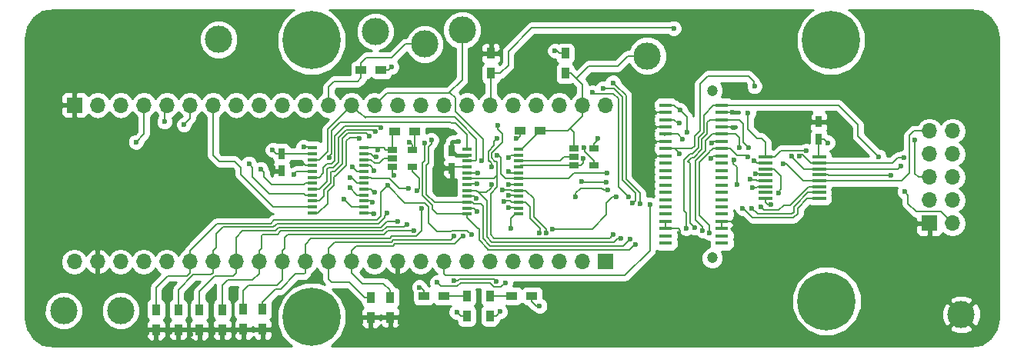
<source format=gtl>
G04 #@! TF.FileFunction,Copper,L1,Top,Signal*
%FSLAX46Y46*%
G04 Gerber Fmt 4.6, Leading zero omitted, Abs format (unit mm)*
G04 Created by KiCad (PCBNEW 4.0.7) date 06/06/18 19:33:03*
%MOMM*%
%LPD*%
G01*
G04 APERTURE LIST*
%ADD10C,0.100000*%
%ADD11R,1.448000X0.457000*%
%ADD12C,1.200000*%
%ADD13R,1.500000X0.450000*%
%ADD14C,6.400000*%
%ADD15R,0.750000X1.200000*%
%ADD16R,1.200000X0.900000*%
%ADD17R,1.100000X0.400000*%
%ADD18R,1.060000X0.650000*%
%ADD19R,0.900000X1.200000*%
%ADD20C,3.000000*%
%ADD21R,1.700000X1.700000*%
%ADD22O,1.700000X1.700000*%
%ADD23C,0.600000*%
%ADD24C,0.203200*%
%ADD25C,0.400000*%
%ADD26C,0.254000*%
G04 APERTURE END LIST*
D10*
D11*
X89217980Y-80949420D03*
X89217980Y-80149420D03*
X89217980Y-79349420D03*
X89217980Y-78549420D03*
X89217980Y-77749420D03*
X89217980Y-76949420D03*
X89218780Y-76149420D03*
X89217980Y-75349420D03*
X89217980Y-74549420D03*
X89217980Y-73749420D03*
X89217980Y-72949420D03*
X89217980Y-72149420D03*
X89217980Y-71349420D03*
X89217980Y-70549420D03*
X89217980Y-69749420D03*
X89217980Y-68949420D03*
X89217980Y-68149420D03*
X89217980Y-67349420D03*
X89217980Y-66549420D03*
X89217980Y-65749420D03*
X83045980Y-80949420D03*
X83045980Y-80149420D03*
X83045980Y-79349420D03*
X83045980Y-78549420D03*
X83045980Y-77749420D03*
X83045980Y-76949420D03*
X83045980Y-76149420D03*
X83045980Y-75349420D03*
X83045980Y-74549420D03*
X83045980Y-73749420D03*
X83045980Y-72949420D03*
X83045980Y-72149420D03*
X83045980Y-71349420D03*
X83045980Y-70549420D03*
X83045980Y-69749420D03*
X83045980Y-68949420D03*
X83045980Y-68149420D03*
X83045980Y-67349420D03*
X83045980Y-66549420D03*
X83045980Y-65749420D03*
D12*
X88163980Y-82562920D03*
X88163980Y-64135920D03*
D13*
X94044980Y-71468820D03*
X94044980Y-72118820D03*
X94044980Y-72768820D03*
X94044980Y-73418820D03*
X94044980Y-74068820D03*
X94044980Y-74718820D03*
X94044980Y-75368820D03*
X94044980Y-76018820D03*
X99944980Y-76018820D03*
X99944980Y-75368820D03*
X99944980Y-74718820D03*
X99944980Y-74068820D03*
X99944980Y-73418820D03*
X99944980Y-72768820D03*
X99944980Y-72118820D03*
X99944980Y-71468820D03*
D14*
X101205640Y-58598740D03*
X44055640Y-58598740D03*
X100728780Y-87342980D03*
X44055640Y-89078740D03*
D15*
X40779700Y-73002180D03*
X40779700Y-71102180D03*
X59504580Y-72702460D03*
X59504580Y-70802460D03*
X99882960Y-67579200D03*
X99882960Y-69479200D03*
D16*
X53230600Y-68640960D03*
X55430600Y-68640960D03*
X69189960Y-68549520D03*
X66989960Y-68549520D03*
D17*
X61147840Y-70593000D03*
X61147840Y-71243000D03*
X61147840Y-71893000D03*
X61147840Y-72543000D03*
X61147840Y-73193000D03*
X61147840Y-73843000D03*
X61147840Y-74493000D03*
X61147840Y-75143000D03*
X61147840Y-75793000D03*
X61147840Y-76443000D03*
X61147840Y-77093000D03*
X61147840Y-77743000D03*
X66847840Y-77743000D03*
X66847840Y-77093000D03*
X66847840Y-76443000D03*
X66847840Y-75793000D03*
X66847840Y-75143000D03*
X66847840Y-74493000D03*
X66847840Y-73843000D03*
X66847840Y-73193000D03*
X66847840Y-72543000D03*
X66847840Y-71893000D03*
X66847840Y-71243000D03*
X66847840Y-70593000D03*
D18*
X52925800Y-70655140D03*
X52925800Y-71605140D03*
X52925800Y-72555140D03*
X55125800Y-72555140D03*
X55125800Y-70655140D03*
X72930840Y-70520520D03*
X72930840Y-71470520D03*
X72930840Y-72420520D03*
X75130840Y-72420520D03*
X75130840Y-70520520D03*
D16*
X51712040Y-61887100D03*
X49512040Y-61887100D03*
D19*
X71975980Y-60050500D03*
X71975980Y-62250500D03*
X63804800Y-62250500D03*
X63804800Y-60050500D03*
X61145420Y-88994160D03*
X61145420Y-86794160D03*
X63690500Y-88958600D03*
X63690500Y-86758600D03*
D16*
X58613220Y-86804500D03*
X56413220Y-86804500D03*
X66118560Y-86746080D03*
X68318560Y-86746080D03*
D19*
X52712620Y-86921160D03*
X52712620Y-89121160D03*
X50579020Y-86938940D03*
X50579020Y-89138940D03*
X38676580Y-88226720D03*
X38676580Y-90426720D03*
X36555680Y-88244500D03*
X36555680Y-90444500D03*
X34239200Y-88267360D03*
X34239200Y-90467360D03*
X31714440Y-88295300D03*
X31714440Y-90495300D03*
X29385260Y-88287680D03*
X29385260Y-90487680D03*
X26936700Y-88292760D03*
X26936700Y-90492760D03*
D20*
X56502300Y-59042300D03*
X81010760Y-60325000D03*
X33830260Y-58519060D03*
X51074320Y-57650380D03*
X60629800Y-57508140D03*
X115559840Y-88800940D03*
X16776700Y-88381840D03*
X23047960Y-88374220D03*
D21*
X112052100Y-78770480D03*
D22*
X114592100Y-78770480D03*
X112052100Y-76230480D03*
X114592100Y-76230480D03*
X112052100Y-73690480D03*
X114592100Y-73690480D03*
X112052100Y-71150480D03*
X114592100Y-71150480D03*
X112052100Y-68610480D03*
X114592100Y-68610480D03*
D21*
X17980660Y-65750000D03*
D22*
X20520660Y-65750000D03*
X23060660Y-65750000D03*
X25600660Y-65750000D03*
X28140660Y-65750000D03*
X30680660Y-65750000D03*
X33220660Y-65750000D03*
X35760660Y-65750000D03*
X38300660Y-65750000D03*
X40840660Y-65750000D03*
X43380660Y-65750000D03*
X45920660Y-65750000D03*
X48460660Y-65750000D03*
X51000660Y-65750000D03*
X53540660Y-65750000D03*
X56080660Y-65750000D03*
X58620660Y-65750000D03*
X61160660Y-65750000D03*
X63700660Y-65750000D03*
X66240660Y-65750000D03*
X68780660Y-65750000D03*
X71320660Y-65750000D03*
X73860660Y-65750000D03*
X76400660Y-65750000D03*
D21*
X76380340Y-83000000D03*
D22*
X73840340Y-83000000D03*
X71300340Y-83000000D03*
X68760340Y-83000000D03*
X66220340Y-83000000D03*
X63680340Y-83000000D03*
X61140340Y-83000000D03*
X58600340Y-83000000D03*
X56060340Y-83000000D03*
X53520340Y-83000000D03*
X50980340Y-83000000D03*
X48440340Y-83000000D03*
X45900340Y-83000000D03*
X43360340Y-83000000D03*
X40820340Y-83000000D03*
X38280340Y-83000000D03*
X35740340Y-83000000D03*
X33200340Y-83000000D03*
X30660340Y-83000000D03*
X28120340Y-83000000D03*
X25580340Y-83000000D03*
X23040340Y-83000000D03*
X20500340Y-83000000D03*
X17960340Y-83000000D03*
D17*
X44124880Y-70464920D03*
X44124880Y-71114920D03*
X44124880Y-71764920D03*
X44124880Y-72414920D03*
X44124880Y-73064920D03*
X44124880Y-73714920D03*
X44124880Y-74364920D03*
X44124880Y-75014920D03*
X44124880Y-75664920D03*
X44124880Y-76314920D03*
X44124880Y-76964920D03*
X44124880Y-77614920D03*
X49824880Y-77614920D03*
X49824880Y-76964920D03*
X49824880Y-76314920D03*
X49824880Y-75664920D03*
X49824880Y-75014920D03*
X49824880Y-74364920D03*
X49824880Y-73714920D03*
X49824880Y-73064920D03*
X49824880Y-72414920D03*
X49824880Y-71764920D03*
X49824880Y-71114920D03*
X49824880Y-70464920D03*
D23*
X58536840Y-69009260D03*
X73990436Y-71633966D03*
X80848200Y-71109840D03*
X80853280Y-69877940D03*
X80820260Y-68252340D03*
X80863440Y-66344800D03*
X90779600Y-79032100D03*
X84640420Y-81460340D03*
X88017896Y-71622304D03*
X90380820Y-66560700D03*
X90568780Y-68209160D03*
X88074406Y-69953572D03*
X64960500Y-59286140D03*
X53771800Y-89654380D03*
X49466500Y-89664540D03*
X39875460Y-90771980D03*
X35600400Y-90746580D03*
X33248600Y-90843100D03*
X30728920Y-91010740D03*
X28445220Y-90774520D03*
X25961340Y-90814920D03*
X50954940Y-72997060D03*
X94576900Y-76700380D03*
X98993960Y-66629280D03*
X39802680Y-72603360D03*
X42938700Y-72136000D03*
X53162200Y-73451720D03*
X75565000Y-69430900D03*
X70853300Y-59766200D03*
X52847980Y-61554360D03*
X66558160Y-69430900D03*
X54813300Y-69814440D03*
X69161660Y-87850980D03*
X55920640Y-85798660D03*
X60261500Y-69730620D03*
X65714880Y-71511160D03*
X51165760Y-71455280D03*
X100863400Y-69881440D03*
X39782440Y-70683120D03*
X77238860Y-63279020D03*
X80223360Y-76598780D03*
X93479620Y-76928980D03*
X76166980Y-63880620D03*
X79400400Y-76568300D03*
X92534740Y-77116940D03*
X74996040Y-64368680D03*
X78955900Y-75819000D03*
X91473020Y-77094080D03*
X47581820Y-76100940D03*
X48277780Y-74871020D03*
X48265080Y-73705720D03*
X48514000Y-72507240D03*
X83911440Y-57292240D03*
X90512977Y-71755823D03*
X90845640Y-74530840D03*
X92567760Y-74869040D03*
X51371500Y-70672960D03*
X74056240Y-70459220D03*
X62806580Y-71889620D03*
X55676800Y-75178920D03*
X45979586Y-71514206D03*
X43177460Y-70383400D03*
X60764420Y-80177640D03*
X59763660Y-80144620D03*
X56154320Y-77144880D03*
X55290720Y-79590040D03*
X54546500Y-78872080D03*
X53563520Y-78531720D03*
X52372260Y-77647800D03*
X61643314Y-80012594D03*
X52405280Y-74620120D03*
X30002480Y-67904360D03*
X37170360Y-72182480D03*
X95422720Y-75435460D03*
X81290160Y-76677520D03*
X85349080Y-68712080D03*
X76558140Y-73233280D03*
X84599780Y-66321940D03*
X54770020Y-74891900D03*
X64503300Y-71279640D03*
X92912706Y-73316106D03*
X109303820Y-75255120D03*
X76636880Y-75125580D03*
X84894420Y-69496940D03*
X69098160Y-79844690D03*
X73083420Y-75890120D03*
X65224660Y-76321920D03*
X64424560Y-85166200D03*
X59717940Y-85089620D03*
X50780328Y-76472322D03*
X92336620Y-73929240D03*
X76492100Y-74231500D03*
X84533740Y-67701160D03*
X69898260Y-79844690D03*
X73797160Y-74124820D03*
X65084581Y-75056621D03*
X57856120Y-85262720D03*
X50995580Y-75366880D03*
X65377060Y-85298280D03*
X92760800Y-71864220D03*
X77597000Y-75846940D03*
X84574380Y-71092060D03*
X92801440Y-63675260D03*
X92110560Y-66601340D03*
X70538682Y-79365250D03*
X65991740Y-79338410D03*
X50962560Y-77675740D03*
X110448980Y-69616320D03*
X98480880Y-70759320D03*
X64531240Y-67990720D03*
X106486960Y-71427340D03*
X77276960Y-79987140D03*
X85275420Y-79298800D03*
X51704240Y-68198620D03*
X107805220Y-73444100D03*
X63897270Y-72583040D03*
X63897270Y-74482960D03*
X64463040Y-69443600D03*
X92125800Y-70434200D03*
X78071980Y-80383380D03*
X86245700Y-79266810D03*
X51067775Y-68683301D03*
X96931577Y-71360920D03*
X108955840Y-72440800D03*
X57236664Y-69586992D03*
X91165680Y-70441820D03*
X79090520Y-80510380D03*
X87067266Y-79564807D03*
X50453594Y-69195926D03*
X97731580Y-71360920D03*
X109232700Y-71541640D03*
X56497220Y-69892320D03*
X92044520Y-71465440D03*
X79700120Y-81074260D03*
X87823040Y-79827120D03*
X49298860Y-69454620D03*
X95951040Y-72189340D03*
X60025280Y-88527220D03*
X64801080Y-88501220D03*
X24739600Y-69804280D03*
X42153840Y-73380600D03*
X27873960Y-67581780D03*
X38483540Y-72784080D03*
X62344300Y-73192640D03*
X62245240Y-74437240D03*
X62199520Y-76029820D03*
X62285880Y-77477840D03*
X65758060Y-77043280D03*
X65758060Y-75661520D03*
X65709800Y-74455020D03*
X65747900Y-73093580D03*
D24*
X58287920Y-69258180D02*
X58536840Y-69009260D01*
X58287920Y-72064000D02*
X58287920Y-69258180D01*
X59504580Y-72702460D02*
X58926380Y-72702460D01*
X58926380Y-72702460D02*
X58287920Y-72064000D01*
X61147840Y-72543000D02*
X59664040Y-72543000D01*
X59664040Y-72543000D02*
X59504580Y-72702460D01*
X73992740Y-72091820D02*
X73992740Y-71636270D01*
X73992740Y-71636270D02*
X73990436Y-71633966D01*
X72930840Y-72420520D02*
X73664040Y-72420520D01*
X73664040Y-72420520D02*
X73992740Y-72091820D01*
X72930840Y-72420520D02*
X66970320Y-72420520D01*
X66970320Y-72420520D02*
X66847840Y-72543000D01*
X66929640Y-72461200D02*
X66847840Y-72543000D01*
X81879200Y-71109840D02*
X80848200Y-71109840D01*
X83045980Y-71349420D02*
X82118780Y-71349420D01*
X82118780Y-71349420D02*
X81879200Y-71109840D01*
X80981800Y-69749420D02*
X80853280Y-69877940D01*
X83045980Y-69749420D02*
X80981800Y-69749420D01*
X80923180Y-68149420D02*
X80820260Y-68252340D01*
X83045980Y-68149420D02*
X80923180Y-68149420D01*
X81068060Y-66549420D02*
X80863440Y-66344800D01*
X83045980Y-66549420D02*
X81068060Y-66549420D01*
X90347720Y-78549420D02*
X90779600Y-78981300D01*
X90779600Y-78981300D02*
X90779600Y-79032100D01*
X89217980Y-78549420D02*
X90347720Y-78549420D01*
X89217980Y-78549420D02*
X89217980Y-79349420D01*
X84622640Y-79536390D02*
X84622640Y-81442560D01*
X84622640Y-81442560D02*
X84640420Y-81460340D01*
X83045980Y-79349420D02*
X84435670Y-79349420D01*
X84435670Y-79349420D02*
X84622640Y-79536390D01*
X83045980Y-78549420D02*
X83045980Y-79349420D01*
X88290780Y-71349420D02*
X88017896Y-71622304D01*
X88000840Y-71639360D02*
X88017896Y-71622304D01*
X89217980Y-71349420D02*
X88290780Y-71349420D01*
X90156460Y-66560700D02*
X90380820Y-66560700D01*
X89217980Y-66549420D02*
X90145180Y-66549420D01*
X90145180Y-66549420D02*
X90156460Y-66560700D01*
X90204920Y-68209160D02*
X90568780Y-68209160D01*
X89217980Y-68149420D02*
X90145180Y-68149420D01*
X90145180Y-68149420D02*
X90204920Y-68209160D01*
X88290780Y-69749420D02*
X88074406Y-69953572D01*
X88075900Y-69964300D02*
X88075900Y-69955066D01*
X88075900Y-69955066D02*
X88074406Y-69953572D01*
X89217980Y-69749420D02*
X88290780Y-69749420D01*
X64960500Y-59548000D02*
X64960500Y-59286140D01*
X63804800Y-60050500D02*
X64458000Y-60050500D01*
X64458000Y-60050500D02*
X64960500Y-59548000D01*
X53771800Y-89527140D02*
X53771800Y-89654380D01*
X52712620Y-89121160D02*
X53365820Y-89121160D01*
X53365820Y-89121160D02*
X53771800Y-89527140D01*
X49552860Y-89511900D02*
X49552860Y-89578180D01*
X49552860Y-89578180D02*
X49466500Y-89664540D01*
X50579020Y-89138940D02*
X49925820Y-89138940D01*
X49925820Y-89138940D02*
X49552860Y-89511900D01*
X39489560Y-90426720D02*
X39834820Y-90771980D01*
X39834820Y-90771980D02*
X39875460Y-90771980D01*
X38676580Y-90426720D02*
X39489560Y-90426720D01*
X36555680Y-90444500D02*
X35902480Y-90444500D01*
X35902480Y-90444500D02*
X35600400Y-90746580D01*
X33482100Y-90467360D02*
X33248600Y-90700860D01*
X33248600Y-90700860D02*
X33248600Y-90843100D01*
X34239200Y-90467360D02*
X33482100Y-90467360D01*
X30682960Y-90873580D02*
X30682960Y-90964780D01*
X30682960Y-90964780D02*
X30728920Y-91010740D01*
X31714440Y-90495300D02*
X31061240Y-90495300D01*
X31061240Y-90495300D02*
X30682960Y-90873580D01*
X29385260Y-90487680D02*
X28732060Y-90487680D01*
X28732060Y-90487680D02*
X28445220Y-90774520D01*
X26936700Y-90492760D02*
X26283500Y-90492760D01*
X26283500Y-90492760D02*
X25961340Y-90814920D01*
X50899060Y-72846218D02*
X50899060Y-72941180D01*
X50899060Y-72941180D02*
X50954940Y-72997060D01*
X49824880Y-72414920D02*
X50467762Y-72414920D01*
X50467762Y-72414920D02*
X50899060Y-72846218D01*
X94298340Y-76700380D02*
X94576900Y-76700380D01*
X94044980Y-76018820D02*
X94044980Y-76447020D01*
X94044980Y-76447020D02*
X94298340Y-76700380D01*
X98993960Y-67268400D02*
X98993960Y-66629280D01*
X99882960Y-67579200D02*
X99304760Y-67579200D01*
X99304760Y-67579200D02*
X98993960Y-67268400D01*
X40779700Y-73002180D02*
X40201500Y-73002180D01*
X40201500Y-73002180D02*
X39802680Y-72603360D01*
X43092760Y-72136000D02*
X42938700Y-72136000D01*
X44124880Y-72414920D02*
X43371680Y-72414920D01*
X43371680Y-72414920D02*
X43092760Y-72136000D01*
X52925800Y-73215320D02*
X53162200Y-73451720D01*
X52925800Y-72555140D02*
X52925800Y-73215320D01*
X55430600Y-68640960D02*
X55430600Y-70350340D01*
X55430600Y-70350340D02*
X55125800Y-70655140D01*
X75565000Y-69558160D02*
X75565000Y-69430900D01*
X75130840Y-70520520D02*
X75130840Y-69992320D01*
X75130840Y-69992320D02*
X75565000Y-69558160D01*
X71038480Y-59766200D02*
X70853300Y-59766200D01*
X71975980Y-60050500D02*
X71322780Y-60050500D01*
X71322780Y-60050500D02*
X71038480Y-59766200D01*
X51712040Y-61887100D02*
X52515240Y-61887100D01*
X52515240Y-61887100D02*
X52847980Y-61554360D01*
X66761780Y-69430900D02*
X66558160Y-69430900D01*
X66989960Y-68549520D02*
X66989960Y-69202720D01*
X66989960Y-69202720D02*
X66761780Y-69430900D01*
X55125800Y-70655140D02*
X55125800Y-70126940D01*
X55125800Y-70126940D02*
X54813300Y-69814440D01*
X68770260Y-87850980D02*
X69161660Y-87850980D01*
X68318560Y-86746080D02*
X68318560Y-87399280D01*
X68318560Y-87399280D02*
X68770260Y-87850980D01*
X56116460Y-85854540D02*
X55976520Y-85854540D01*
X55976520Y-85854540D02*
X55920640Y-85798660D01*
X56413220Y-86804500D02*
X56413220Y-86151300D01*
X56413220Y-86151300D02*
X56116460Y-85854540D01*
D25*
X59576420Y-69730620D02*
X60261500Y-69730620D01*
X59504580Y-70802460D02*
X59504580Y-69802460D01*
X59504580Y-69802460D02*
X59576420Y-69730620D01*
X61147840Y-71243000D02*
X59945120Y-71243000D01*
X59945120Y-71243000D02*
X59504580Y-70802460D01*
D24*
X66010980Y-71243000D02*
X65742820Y-71511160D01*
X65742820Y-71511160D02*
X65714880Y-71511160D01*
X66847840Y-71243000D02*
X66010980Y-71243000D01*
X50918440Y-71455280D02*
X51165760Y-71455280D01*
X49824880Y-71114920D02*
X50578080Y-71114920D01*
X50578080Y-71114920D02*
X50918440Y-71455280D01*
X99882960Y-69479200D02*
X100461160Y-69479200D01*
X100461160Y-69479200D02*
X100863400Y-69881440D01*
X99882960Y-69479200D02*
X99882960Y-71406800D01*
X99882960Y-71406800D02*
X99944980Y-71468820D01*
X40779700Y-71102180D02*
X40201500Y-71102180D01*
X40201500Y-71102180D02*
X39782440Y-70683120D01*
X44124880Y-71114920D02*
X40792440Y-71114920D01*
X40792440Y-71114920D02*
X40779700Y-71102180D01*
X78663150Y-73861286D02*
X80223360Y-75421496D01*
X80223360Y-75421496D02*
X80223360Y-76598780D01*
X78663150Y-64710941D02*
X78663150Y-73861286D01*
X77238860Y-63279020D02*
X77538859Y-63579019D01*
X77538859Y-63579019D02*
X77538859Y-63586649D01*
X77538859Y-63586649D02*
X78663150Y-64710941D01*
X93877160Y-77326520D02*
X93479620Y-76928980D01*
X95467140Y-77326520D02*
X93877160Y-77326520D01*
X96749250Y-76755621D02*
X96038039Y-76755621D01*
X96038039Y-76755621D02*
X95467140Y-77326520D01*
X98539261Y-74965611D02*
X96749250Y-76755621D01*
X99944980Y-74718820D02*
X98786052Y-74718820D01*
X98786052Y-74718820D02*
X98539261Y-74965611D01*
X76166980Y-63880620D02*
X76443460Y-63880620D01*
X79700399Y-76268301D02*
X79400400Y-76568300D01*
X76443460Y-63880620D02*
X76479400Y-63916560D01*
X76479400Y-63916560D02*
X77298545Y-63916560D01*
X77298545Y-63916560D02*
X78259940Y-64877956D01*
X78259940Y-64877956D02*
X78259940Y-74028300D01*
X78259940Y-74028300D02*
X79700399Y-75468759D01*
X79700399Y-75468759D02*
X79700399Y-76268301D01*
X93147530Y-77729730D02*
X92534740Y-77116940D01*
X96937186Y-77729730D02*
X93147530Y-77729730D01*
X97152460Y-77514456D02*
X96937186Y-77729730D01*
X97320738Y-76754358D02*
X97152460Y-76922636D01*
X97152460Y-76922636D02*
X97152460Y-77514456D01*
X99944980Y-75368820D02*
X98706276Y-75368820D01*
X98706276Y-75368820D02*
X97320738Y-76754358D01*
X74996040Y-64368680D02*
X75079860Y-64368680D01*
X75079860Y-64368680D02*
X75193401Y-64482221D01*
X75193401Y-64482221D02*
X77293981Y-64482221D01*
X77293981Y-64482221D02*
X77845920Y-65034160D01*
X77845920Y-65034160D02*
X77845920Y-74709020D01*
X77845920Y-74709020D02*
X78955900Y-75819000D01*
X92605860Y-78132940D02*
X91567000Y-77094080D01*
X91567000Y-77094080D02*
X91473020Y-77094080D01*
X97104200Y-78132940D02*
X92605860Y-78132940D01*
X97566480Y-77670660D02*
X97104200Y-78132940D01*
X97566480Y-77078840D02*
X97566480Y-77670660D01*
X98625660Y-76019660D02*
X97566480Y-77078840D01*
X99419140Y-76019660D02*
X98625660Y-76019660D01*
X99944980Y-76018820D02*
X99419980Y-76018820D01*
X99419980Y-76018820D02*
X99419140Y-76019660D01*
X48447960Y-76967080D02*
X47581820Y-76100940D01*
X49069520Y-76967080D02*
X48447960Y-76967080D01*
X49824880Y-76964920D02*
X49071680Y-76964920D01*
X49071680Y-76964920D02*
X49069520Y-76967080D01*
X49824880Y-75664920D02*
X49071680Y-75664920D01*
X49071680Y-75664920D02*
X48277780Y-74871020D01*
X48445500Y-73738740D02*
X48298100Y-73738740D01*
X48298100Y-73738740D02*
X48265080Y-73705720D01*
X49824880Y-74364920D02*
X49071680Y-74364920D01*
X49071680Y-74364920D02*
X48445500Y-73738740D01*
X49824880Y-73064920D02*
X49071680Y-73064920D01*
X49071680Y-73064920D02*
X48514000Y-72507240D01*
X83911440Y-57292240D02*
X83858100Y-57238900D01*
X83858100Y-57238900D02*
X68315840Y-57238900D01*
X68315840Y-57238900D02*
X65697100Y-59857640D01*
X65697100Y-59857640D02*
X65697100Y-61374020D01*
X65697100Y-61374020D02*
X64820620Y-62250500D01*
X64820620Y-62250500D02*
X63804800Y-62250500D01*
X90482420Y-72176640D02*
X90482420Y-71786380D01*
X90482420Y-71786380D02*
X90512977Y-71755823D01*
X90845640Y-72539860D02*
X90482420Y-72176640D01*
X90845640Y-74530840D02*
X90845640Y-72539860D01*
X92969500Y-74841100D02*
X92595700Y-74841100D01*
X92595700Y-74841100D02*
X92567760Y-74869040D01*
X94044980Y-74718820D02*
X93091780Y-74718820D01*
X93091780Y-74718820D02*
X92969500Y-74841100D01*
X63804800Y-62250500D02*
X63804800Y-65645860D01*
X63804800Y-65645860D02*
X63700660Y-65750000D01*
X73860660Y-66952081D02*
X72506840Y-68305901D01*
X72506840Y-68305901D02*
X72263221Y-68549520D01*
X72930840Y-70520520D02*
X72930840Y-68729901D01*
X72930840Y-68729901D02*
X72506840Y-68305901D01*
X66847840Y-70593000D02*
X67197840Y-70593000D01*
X67197840Y-70593000D02*
X69189960Y-68600880D01*
X69189960Y-68600880D02*
X69189960Y-68549520D01*
X73860660Y-63481980D02*
X73205580Y-62826900D01*
X73205580Y-62826900D02*
X72629180Y-62250500D01*
X77754060Y-61460380D02*
X74572100Y-61460380D01*
X74572100Y-61460380D02*
X73205580Y-62826900D01*
X81010760Y-60325000D02*
X78889440Y-60325000D01*
X78889440Y-60325000D02*
X77754060Y-61460380D01*
X73860660Y-65750000D02*
X73860660Y-63481980D01*
X72629180Y-62250500D02*
X71975980Y-62250500D01*
X69189960Y-68549520D02*
X71993760Y-68549520D01*
X71993760Y-68549520D02*
X72255380Y-68549520D01*
X73860660Y-65750000D02*
X73860660Y-66952081D01*
X72263221Y-68549520D02*
X71993760Y-68549520D01*
X69069860Y-68669620D02*
X69189960Y-68549520D01*
X67053460Y-70561200D02*
X67021660Y-70593000D01*
X67021660Y-70593000D02*
X66847840Y-70593000D01*
X50111660Y-60520580D02*
X49512040Y-61120200D01*
X49512040Y-61120200D02*
X49512040Y-61887100D01*
X52902700Y-60520580D02*
X50111660Y-60520580D01*
X56502300Y-59042300D02*
X54380980Y-59042300D01*
X54380980Y-59042300D02*
X52902700Y-60520580D01*
X52002380Y-70464920D02*
X51607720Y-70464920D01*
X51607720Y-70464920D02*
X50578080Y-70464920D01*
X51371500Y-70672960D02*
X51399680Y-70672960D01*
X51399680Y-70672960D02*
X51607720Y-70464920D01*
X52925800Y-70655140D02*
X52192600Y-70655140D01*
X52192600Y-70655140D02*
X52002380Y-70464920D01*
X50578080Y-70464920D02*
X49824880Y-70464920D01*
X52954100Y-68569840D02*
X52954100Y-70626840D01*
X52954100Y-70626840D02*
X52925800Y-70655140D01*
X49131220Y-63144400D02*
X49512040Y-62763580D01*
X49512040Y-62763580D02*
X49512040Y-61887100D01*
X46527720Y-63144400D02*
X49131220Y-63144400D01*
X45920660Y-63751460D02*
X46527720Y-63144400D01*
X45920660Y-65750000D02*
X45920660Y-63751460D01*
X49434679Y-66599999D02*
X49949100Y-67114420D01*
X59806840Y-67083940D02*
X49979580Y-67083940D01*
X49979580Y-67083940D02*
X49949100Y-67114420D01*
X60304680Y-67581780D02*
X59806840Y-67083940D01*
X60322460Y-67581780D02*
X60304680Y-67581780D01*
X62212220Y-71785480D02*
X62104700Y-71893000D01*
X62104700Y-71893000D02*
X61147840Y-71893000D01*
X62212220Y-69471540D02*
X62212220Y-71785480D01*
X60322460Y-67581780D02*
X62212220Y-69471540D01*
X48460660Y-65750000D02*
X49310659Y-66599999D01*
X49310659Y-66599999D02*
X49434679Y-66599999D01*
X44124880Y-71764920D02*
X44878080Y-71764920D01*
X44878080Y-71764920D02*
X45827800Y-70815200D01*
X45827800Y-70815200D02*
X45827800Y-68382860D01*
X45827800Y-68382860D02*
X48460660Y-65750000D01*
X74081640Y-70843120D02*
X74081640Y-70484620D01*
X74081640Y-70484620D02*
X74056240Y-70459220D01*
X75130840Y-72420520D02*
X75130840Y-71892320D01*
X75130840Y-71892320D02*
X74081640Y-70843120D01*
X52331620Y-64429640D02*
X59148980Y-64429640D01*
X59148980Y-64429640D02*
X59326780Y-64429640D01*
X60629800Y-57508140D02*
X60629800Y-62948820D01*
X60629800Y-62948820D02*
X59148980Y-64429640D01*
X62948820Y-71747380D02*
X62806580Y-71889620D01*
X62948820Y-69499480D02*
X62948820Y-71747380D01*
X59865260Y-66415920D02*
X62948820Y-69499480D01*
X59865260Y-64968120D02*
X59865260Y-66415920D01*
X59326780Y-64429640D02*
X59865260Y-64968120D01*
X51861259Y-64900001D02*
X52331620Y-64429640D01*
X51000660Y-65750000D02*
X51850659Y-64900001D01*
X51850659Y-64900001D02*
X51861259Y-64900001D01*
X55874920Y-74942700D02*
X55676800Y-75140820D01*
X55676800Y-75140820D02*
X55676800Y-75178920D01*
X55874920Y-73832460D02*
X55874920Y-74942700D01*
X55125800Y-72555140D02*
X55125800Y-73083340D01*
X55125800Y-73083340D02*
X55874920Y-73832460D01*
X45979586Y-71514206D02*
X45979586Y-71355714D01*
X45979586Y-71355714D02*
X46231010Y-71104290D01*
X46231010Y-71104290D02*
X46231010Y-68579530D01*
X46231010Y-68579530D02*
X47213520Y-67597020D01*
X59901470Y-67748795D02*
X61147840Y-68995164D01*
X47213520Y-67597020D02*
X59339480Y-67597020D01*
X59339480Y-67597020D02*
X59491255Y-67748795D01*
X59491255Y-67748795D02*
X59901470Y-67748795D01*
X61147840Y-68995164D02*
X61147840Y-70593000D01*
X43177460Y-70383400D02*
X44043360Y-70383400D01*
X44043360Y-70383400D02*
X44124880Y-70464920D01*
X59811920Y-80998060D02*
X60632340Y-80177640D01*
X60632340Y-80177640D02*
X60764420Y-80177640D01*
X53230780Y-80998060D02*
X59811920Y-80998060D01*
X52999110Y-81229730D02*
X53230780Y-80998060D01*
X49008529Y-81229730D02*
X52999110Y-81229730D01*
X48440340Y-83000000D02*
X48440340Y-81797919D01*
X48440340Y-81797919D02*
X49008529Y-81229730D01*
X48440340Y-83000000D02*
X48440340Y-84202081D01*
X48440340Y-84202081D02*
X49622899Y-85384640D01*
X49622899Y-85384640D02*
X51979300Y-85384640D01*
X51979300Y-85384640D02*
X52712620Y-86117960D01*
X52712620Y-86117960D02*
X52712620Y-86921160D01*
X59404870Y-80594850D02*
X59763660Y-80236060D01*
X59763660Y-80236060D02*
X59763660Y-80144620D01*
X53579410Y-80594850D02*
X59404870Y-80594850D01*
X53069495Y-80589120D02*
X53573680Y-80589120D01*
X53573680Y-80589120D02*
X53579410Y-80594850D01*
X51831240Y-80826520D02*
X52832095Y-80826520D01*
X52832095Y-80826520D02*
X53069495Y-80589120D01*
X46628140Y-80826520D02*
X51831240Y-80826520D01*
X45900340Y-81573280D02*
X45900340Y-81554320D01*
X45900340Y-81554320D02*
X46628140Y-80826520D01*
X45900340Y-83000000D02*
X45900340Y-81573280D01*
X46235620Y-85242400D02*
X45900340Y-84907120D01*
X45900340Y-84907120D02*
X45900340Y-83000000D01*
X48229280Y-85242400D02*
X46235620Y-85242400D01*
X50579020Y-86938940D02*
X49925820Y-86938940D01*
X49925820Y-86938940D02*
X48229280Y-85242400D01*
X56179720Y-79595980D02*
X56179720Y-77170280D01*
X56179720Y-77170280D02*
X56154320Y-77144880D01*
X55584060Y-80191640D02*
X56179720Y-79595980D01*
X53803580Y-80191640D02*
X55584060Y-80191640D01*
X52902480Y-80185911D02*
X53797851Y-80185911D01*
X53797851Y-80185911D02*
X53803580Y-80191640D01*
X52186263Y-80423310D02*
X52665081Y-80423310D01*
X52665081Y-80423310D02*
X52902480Y-80185911D01*
X44015660Y-80423310D02*
X52186263Y-80423310D01*
X43360340Y-81078630D02*
X44015660Y-80423310D01*
X43360340Y-83000000D02*
X43360340Y-81078630D01*
X43360340Y-83000000D02*
X43360340Y-84202081D01*
X43360340Y-84202081D02*
X43203941Y-84358480D01*
X43203941Y-84358480D02*
X42278300Y-84358480D01*
X42278300Y-84358480D02*
X40635570Y-86001210D01*
X40635570Y-86001210D02*
X40098890Y-86001210D01*
X40098890Y-86001210D02*
X38676580Y-87423520D01*
X38676580Y-87423520D02*
X38676580Y-88226720D01*
X54747153Y-79575653D02*
X54761540Y-79590040D01*
X54761540Y-79590040D02*
X55290720Y-79590040D01*
X52463695Y-79575653D02*
X54747153Y-79575653D01*
X41440160Y-80020100D02*
X52019250Y-80020100D01*
X52019250Y-80020100D02*
X52463695Y-79575653D01*
X41135300Y-81482959D02*
X41135300Y-80324960D01*
X41135300Y-80324960D02*
X41440160Y-80020100D01*
X40820340Y-83000000D02*
X40820340Y-81797919D01*
X40820340Y-81797919D02*
X41135300Y-81482959D01*
X40213280Y-85598000D02*
X40820340Y-84990940D01*
X40820340Y-84990940D02*
X40820340Y-83000000D01*
X37150040Y-85598000D02*
X40213280Y-85598000D01*
X36555680Y-86192360D02*
X37150040Y-85598000D01*
X36555680Y-88244500D02*
X36555680Y-86192360D01*
X54233435Y-79172445D02*
X54533800Y-78872080D01*
X54533800Y-78872080D02*
X54546500Y-78872080D01*
X52270660Y-79198464D02*
X52296679Y-79172445D01*
X52296679Y-79172445D02*
X54233435Y-79172445D01*
X40624159Y-79616890D02*
X51852235Y-79616890D01*
X51852235Y-79616890D02*
X52270660Y-79198464D01*
X40612060Y-79628989D02*
X40624159Y-79616890D01*
X38686150Y-79987730D02*
X40304130Y-79987730D01*
X40612060Y-79679800D02*
X40612060Y-79628989D01*
X40304130Y-79987730D02*
X40612060Y-79679800D01*
X38536880Y-81541379D02*
X38536880Y-80137000D01*
X38536880Y-80137000D02*
X38686150Y-79987730D01*
X38280340Y-83000000D02*
X38280340Y-81797919D01*
X38280340Y-81797919D02*
X38536880Y-81541379D01*
X37566600Y-85029040D02*
X38280340Y-84315300D01*
X38280340Y-84315300D02*
X38280340Y-83000000D01*
X34798000Y-85029040D02*
X37566600Y-85029040D01*
X34239200Y-85587840D02*
X34798000Y-85029040D01*
X34239200Y-88267360D02*
X34239200Y-85587840D01*
X52367180Y-78531720D02*
X53563520Y-78531720D01*
X52039520Y-78859380D02*
X52367180Y-78531720D01*
X51685220Y-79213680D02*
X52039520Y-78859380D01*
X43289220Y-79213680D02*
X51685220Y-79213680D01*
X40457145Y-79213680D02*
X43289220Y-79213680D01*
X36473160Y-79584520D02*
X40086305Y-79584520D01*
X40086305Y-79584520D02*
X40457145Y-79213680D01*
X35740340Y-80317340D02*
X36473160Y-79584520D01*
X35740340Y-83000000D02*
X35740340Y-80317340D01*
X35392360Y-84569300D02*
X35740340Y-84221320D01*
X35740340Y-84221320D02*
X35740340Y-83000000D01*
X33403346Y-84569300D02*
X35392360Y-84569300D01*
X31714440Y-86258206D02*
X33403346Y-84569300D01*
X31714440Y-88295300D02*
X31714440Y-86258206D01*
X52082049Y-77971031D02*
X52372260Y-77680820D01*
X52372260Y-77680820D02*
X52372260Y-77647800D01*
X51800122Y-78437102D02*
X52082049Y-78155175D01*
X52082049Y-78155175D02*
X52082049Y-77971031D01*
X51706780Y-78530444D02*
X51800122Y-78437102D01*
X40290130Y-78810470D02*
X51426755Y-78810470D01*
X51426755Y-78810470D02*
X51706780Y-78530444D01*
X40065960Y-78983840D02*
X40116760Y-78983840D01*
X40116760Y-78983840D02*
X40290130Y-78810470D01*
X34310970Y-79181310D02*
X39868490Y-79181310D01*
X39868490Y-79181310D02*
X40065960Y-78983840D01*
X33550860Y-79941420D02*
X34310970Y-79181310D01*
X33550860Y-81447399D02*
X33550860Y-79941420D01*
X33200340Y-83000000D02*
X33200340Y-81797919D01*
X33200340Y-81797919D02*
X33550860Y-81447399D01*
X33200340Y-83000000D02*
X33200340Y-84202081D01*
X33200340Y-84202081D02*
X32967741Y-84434680D01*
X32967741Y-84434680D02*
X31043880Y-84434680D01*
X31043880Y-84434680D02*
X29385260Y-86093300D01*
X29385260Y-86093300D02*
X29385260Y-88287680D01*
X61643314Y-80012594D02*
X61173739Y-79543019D01*
X61173739Y-79543019D02*
X59481341Y-79543019D01*
X56911240Y-76918820D02*
X56535699Y-76543279D01*
X59481341Y-79543019D02*
X59349640Y-79674720D01*
X57856120Y-79674720D02*
X56911240Y-78729840D01*
X59349640Y-79674720D02*
X57856120Y-79674720D01*
X56911240Y-78729840D02*
X56911240Y-76918820D01*
X56535699Y-76543279D02*
X54328439Y-76543279D01*
X54328439Y-76543279D02*
X52405280Y-74620120D01*
X51678840Y-75346560D02*
X52405280Y-74620120D01*
X51678840Y-77988160D02*
X51678840Y-75346560D01*
X51259740Y-78407260D02*
X51678840Y-77988160D01*
X48841660Y-78407260D02*
X51259740Y-78407260D01*
X39905940Y-78407260D02*
X48841660Y-78407260D01*
X39535100Y-78778100D02*
X39905940Y-78407260D01*
X33680159Y-78778100D02*
X39535100Y-78778100D01*
X30660340Y-83000000D02*
X30660340Y-81797919D01*
X30660340Y-81797919D02*
X33680159Y-78778100D01*
X30360620Y-84528660D02*
X30660340Y-84228940D01*
X30660340Y-84228940D02*
X30660340Y-83000000D01*
X28206700Y-84528660D02*
X30360620Y-84528660D01*
X26936700Y-85798660D02*
X28206700Y-84528660D01*
X26936700Y-88292760D02*
X26936700Y-85798660D01*
X30002480Y-67904360D02*
X30680660Y-67226180D01*
X30680660Y-67226180D02*
X30680660Y-65750000D01*
X37576760Y-72656700D02*
X37170360Y-72250300D01*
X37170360Y-72250300D02*
X37170360Y-72182480D01*
X37576760Y-73687940D02*
X37576760Y-72656700D01*
X39400480Y-75511660D02*
X37576760Y-73687940D01*
X43218420Y-75511660D02*
X39400480Y-75511660D01*
X44124880Y-75664920D02*
X43371680Y-75664920D01*
X43371680Y-75664920D02*
X43218420Y-75511660D01*
X33891220Y-71958200D02*
X33220660Y-71287640D01*
X33220660Y-71287640D02*
X33220660Y-65750000D01*
X35610800Y-71958200D02*
X33891220Y-71958200D01*
X36263580Y-72610980D02*
X35610800Y-71958200D01*
X36263580Y-73362820D02*
X36263580Y-72610980D01*
X39865680Y-76964920D02*
X36263580Y-73362820D01*
X44124880Y-76964920D02*
X39865680Y-76964920D01*
X95707200Y-75031600D02*
X95422720Y-75316080D01*
X95422720Y-75316080D02*
X95422720Y-75435460D01*
X95707200Y-73563158D02*
X95707200Y-75031600D01*
X94044980Y-72768820D02*
X94912862Y-72768820D01*
X94912862Y-72768820D02*
X95707200Y-73563158D01*
X58813700Y-84488020D02*
X58600340Y-84274660D01*
X58600340Y-84274660D02*
X58600340Y-83000000D01*
X78559660Y-84488020D02*
X58813700Y-84488020D01*
X81290160Y-81757520D02*
X78559660Y-84488020D01*
X81290160Y-76677520D02*
X81290160Y-81757520D01*
X94044980Y-72768820D02*
X93990665Y-72714505D01*
X72344160Y-73843000D02*
X72953880Y-73233280D01*
X72953880Y-73233280D02*
X76558140Y-73233280D01*
X85349080Y-68712080D02*
X85349080Y-67071240D01*
X85349080Y-67071240D02*
X84599780Y-66321940D01*
X84426320Y-66202560D02*
X84480400Y-66202560D01*
X84480400Y-66202560D02*
X84599780Y-66321940D01*
X83045980Y-65749420D02*
X83973180Y-65749420D01*
X83973180Y-65749420D02*
X84426320Y-66202560D01*
X66847840Y-73843000D02*
X72344160Y-73843000D01*
X83011440Y-65714880D02*
X83045980Y-65749420D01*
X52650290Y-73830180D02*
X53023670Y-74203560D01*
X53023670Y-74203560D02*
X53047900Y-74227790D01*
X54770020Y-74891900D02*
X53712010Y-74891900D01*
X53712010Y-74891900D02*
X53023670Y-74203560D01*
X64902080Y-71531480D02*
X64650240Y-71279640D01*
X64650240Y-71279640D02*
X64503300Y-71279640D01*
X64902080Y-73327260D02*
X64902080Y-71531480D01*
X65417820Y-73843000D02*
X64902080Y-73327260D01*
X66847840Y-73843000D02*
X65417820Y-73843000D01*
X50693340Y-73830180D02*
X52650290Y-73830180D01*
X49824880Y-73714920D02*
X50578080Y-73714920D01*
X50578080Y-73714920D02*
X50693340Y-73830180D01*
X93216641Y-73295421D02*
X92912706Y-73316106D01*
X92937241Y-73295421D02*
X92916556Y-73316106D01*
X92916556Y-73316106D02*
X92912706Y-73316106D01*
X94044980Y-73418820D02*
X93340040Y-73418820D01*
X93340040Y-73418820D02*
X93216641Y-73295421D01*
X109687360Y-76575920D02*
X109687360Y-75638660D01*
X109687360Y-75638660D02*
X109303820Y-75255120D01*
X110581440Y-77470000D02*
X109687360Y-76575920D01*
X113355120Y-77470000D02*
X110581440Y-77470000D01*
X113742101Y-77856981D02*
X113355120Y-77470000D01*
X114592100Y-78770480D02*
X113742101Y-77920481D01*
X113742101Y-77920481D02*
X113742101Y-77856981D01*
X73667536Y-74881740D02*
X73746360Y-74881740D01*
X73746360Y-74881740D02*
X73930610Y-74881740D01*
X76636880Y-75125580D02*
X76212616Y-75125580D01*
X76212616Y-75125580D02*
X75968776Y-74881740D01*
X75968776Y-74881740D02*
X73746360Y-74881740D01*
X84369760Y-68949420D02*
X84894420Y-69474080D01*
X84894420Y-69474080D02*
X84894420Y-69496940D01*
X83045980Y-68949420D02*
X84369760Y-68949420D01*
X82953120Y-69042280D02*
X83045980Y-68949420D01*
X69204840Y-79297230D02*
X69204840Y-79738010D01*
X69204840Y-79738010D02*
X69098160Y-79844690D01*
X68398690Y-78491080D02*
X69204840Y-79297230D01*
X68097400Y-76939360D02*
X68097400Y-78189791D01*
X68097400Y-78189791D02*
X68398690Y-78491080D01*
X73083420Y-75890120D02*
X73083420Y-75465856D01*
X73083420Y-75465856D02*
X73667536Y-74881740D01*
X65943080Y-76291440D02*
X65255140Y-76291440D01*
X65255140Y-76291440D02*
X65224660Y-76321920D01*
X66847840Y-76443000D02*
X66094640Y-76443000D01*
X66094640Y-76443000D02*
X65943080Y-76291440D01*
X66847840Y-76443000D02*
X67601040Y-76443000D01*
X67601040Y-76443000D02*
X68097400Y-76939360D01*
X64149590Y-84891230D02*
X64424560Y-85166200D01*
X60340594Y-84891230D02*
X64149590Y-84891230D01*
X59717940Y-85089620D02*
X60142204Y-85089620D01*
X60142204Y-85089620D02*
X60340594Y-84891230D01*
X50578080Y-76314920D02*
X50780328Y-76472322D01*
X50754280Y-76491120D02*
X50761530Y-76491120D01*
X50761530Y-76491120D02*
X50780328Y-76472322D01*
X49824880Y-76314920D02*
X50578080Y-76314920D01*
X92980140Y-73957180D02*
X92364560Y-73957180D01*
X92364560Y-73957180D02*
X92336620Y-73929240D01*
X94044980Y-74068820D02*
X93091780Y-74068820D01*
X93091780Y-74068820D02*
X92980140Y-73957180D01*
X76492100Y-74231500D02*
X73903840Y-74231500D01*
X73903840Y-74231500D02*
X73797160Y-74124820D01*
X84324920Y-67701160D02*
X84533740Y-67701160D01*
X83045980Y-67349420D02*
X83973180Y-67349420D01*
X83973180Y-67349420D02*
X84324920Y-67701160D01*
X83019360Y-67376040D02*
X83045980Y-67349420D01*
X66847840Y-75143000D02*
X67601040Y-75143000D01*
X67601040Y-75143000D02*
X68500610Y-76042570D01*
X68500610Y-76042570D02*
X68500610Y-78022776D01*
X69898260Y-79420426D02*
X69898260Y-79844690D01*
X68500610Y-78022776D02*
X69898260Y-79420426D01*
X66847840Y-75143000D02*
X66094640Y-75143000D01*
X66094640Y-75143000D02*
X66008261Y-75056621D01*
X66008261Y-75056621D02*
X65084581Y-75056621D01*
X65377060Y-85298280D02*
X64907539Y-85767801D01*
X64907539Y-85767801D02*
X64135791Y-85767801D01*
X63658850Y-85307270D02*
X63646020Y-85294440D01*
X64135791Y-85767801D02*
X63675260Y-85307270D01*
X63675260Y-85307270D02*
X63658850Y-85307270D01*
X63646020Y-85294440D02*
X60507609Y-85294440D01*
X60102449Y-85699600D02*
X58293000Y-85699600D01*
X58293000Y-85699600D02*
X57856120Y-85262720D01*
X60507609Y-85294440D02*
X60102449Y-85699600D01*
X50864000Y-75300840D02*
X50929540Y-75300840D01*
X50929540Y-75300840D02*
X50995580Y-75366880D01*
X49824880Y-75014920D02*
X50578080Y-75014920D01*
X50578080Y-75014920D02*
X50864000Y-75300840D01*
X92865120Y-71892160D02*
X92788740Y-71892160D01*
X92788740Y-71892160D02*
X92760800Y-71864220D01*
X94044980Y-72118820D02*
X93091780Y-72118820D01*
X93091780Y-72118820D02*
X92865120Y-71892160D01*
X76502260Y-77810360D02*
X76502260Y-77134720D01*
X76502260Y-77134720D02*
X76502260Y-76997560D01*
X76502260Y-76517416D02*
X76502260Y-77134720D01*
X77597000Y-75846940D02*
X77172736Y-75846940D01*
X77172736Y-75846940D02*
X76502260Y-76517416D01*
X84140040Y-70591680D02*
X84574380Y-71026020D01*
X84574380Y-71026020D02*
X84574380Y-71092060D01*
X84140040Y-70553580D02*
X85925660Y-70553580D01*
X83977340Y-70553580D02*
X84140040Y-70553580D01*
X84140040Y-70553580D02*
X84140040Y-70591680D01*
X92743020Y-63154560D02*
X92743020Y-63616840D01*
X92743020Y-63616840D02*
X92801440Y-63675260D01*
X92680790Y-63092330D02*
X92743020Y-63154560D01*
X92143580Y-62555120D02*
X92680790Y-63092330D01*
X92095320Y-68422520D02*
X92095320Y-66616580D01*
X92095320Y-66616580D02*
X92110560Y-66601340D01*
X93096080Y-69423280D02*
X92095320Y-68422520D01*
X93596460Y-69423280D02*
X93096080Y-69423280D01*
X86803260Y-63394560D02*
X87642700Y-62555120D01*
X87642700Y-62555120D02*
X92143580Y-62555120D01*
X86803260Y-68610465D02*
X86803260Y-63394560D01*
X86210200Y-70269040D02*
X86210200Y-69203525D01*
X86210200Y-69203525D02*
X86803260Y-68610465D01*
X85925660Y-70553580D02*
X86210200Y-70269040D01*
X83045980Y-70549420D02*
X83973180Y-70549420D01*
X83973180Y-70549420D02*
X83977340Y-70553580D01*
X94044980Y-69871800D02*
X93596460Y-69423280D01*
X94044980Y-71468820D02*
X94044980Y-69871800D01*
X83037440Y-70540880D02*
X83045980Y-70549420D01*
X74947370Y-79365250D02*
X76502260Y-77810360D01*
X70538682Y-79365250D02*
X74947370Y-79365250D01*
X65991740Y-79338410D02*
X65991740Y-78249100D01*
X65991740Y-78249100D02*
X66497840Y-77743000D01*
X66497840Y-77743000D02*
X66847840Y-77743000D01*
X50638900Y-77675740D02*
X50962560Y-77675740D01*
X49824880Y-77614920D02*
X50578080Y-77614920D01*
X50578080Y-77614920D02*
X50638900Y-77675740D01*
X110448980Y-73304020D02*
X110835440Y-73690480D01*
X110835440Y-73690480D02*
X112052100Y-73690480D01*
X110448980Y-69616320D02*
X110448980Y-73304020D01*
X95707680Y-70759320D02*
X98480880Y-70759320D01*
X94044980Y-71468820D02*
X94998180Y-71468820D01*
X94998180Y-71468820D02*
X95707680Y-70759320D01*
X85059520Y-77391260D02*
X85275420Y-77607160D01*
X85275420Y-77607160D02*
X85275420Y-79298800D01*
X89217980Y-65749420D02*
X88290780Y-65749420D01*
X85697060Y-71114920D02*
X85059520Y-71752460D01*
X88290780Y-65749420D02*
X87206470Y-66833730D01*
X87206470Y-66833730D02*
X87206470Y-68777481D01*
X87206470Y-68777481D02*
X86613410Y-69370540D01*
X86613410Y-69370540D02*
X86613410Y-70436055D01*
X86613410Y-70436055D02*
X85934545Y-71114920D01*
X85934545Y-71114920D02*
X85697060Y-71114920D01*
X85059520Y-71752460D02*
X85059520Y-77391260D01*
X63750810Y-80037290D02*
X63750810Y-75882500D01*
X64498870Y-73494275D02*
X64498870Y-74751962D01*
X63750810Y-75500022D02*
X63750810Y-75882500D01*
X64498870Y-74751962D02*
X63750810Y-75500022D01*
X61147840Y-73843000D02*
X61949110Y-73843000D01*
X64157506Y-73835639D02*
X64498870Y-73494275D01*
X61949110Y-73843000D02*
X61956471Y-73835639D01*
X64498870Y-73494275D02*
X64498870Y-72050290D01*
X61956471Y-73835639D02*
X64157506Y-73835639D01*
X64531240Y-68414984D02*
X64531240Y-67990720D01*
X64498870Y-72050290D02*
X64368680Y-71920100D01*
X64368680Y-71920100D02*
X64253390Y-71920100D01*
X64253390Y-71920100D02*
X63901699Y-71568409D01*
X63901699Y-71568409D02*
X63901699Y-70990871D01*
X63901699Y-70990871D02*
X65064640Y-69827930D01*
X65064640Y-69827930D02*
X65064640Y-68948384D01*
X65064640Y-68948384D02*
X64531240Y-68414984D01*
X89217980Y-65749420D02*
X102025700Y-65749420D01*
X102025700Y-65749420D02*
X104206040Y-67929760D01*
X104206040Y-67929760D02*
X104206040Y-69146420D01*
X104206040Y-69146420D02*
X106486960Y-71427340D01*
X77276960Y-79987140D02*
X76976961Y-80287139D01*
X76976961Y-80287139D02*
X76976961Y-80329055D01*
X76976961Y-80329055D02*
X76859726Y-80446290D01*
X76859726Y-80446290D02*
X64159810Y-80446290D01*
X64159810Y-80446290D02*
X63750810Y-80037290D01*
X85275420Y-79049880D02*
X85275420Y-79298800D01*
X51574700Y-68046600D02*
X51704240Y-68176140D01*
X51704240Y-68176140D02*
X51704240Y-68198620D01*
X47736760Y-68046600D02*
X51574700Y-68046600D01*
X46634400Y-69148960D02*
X47736760Y-68046600D01*
X46634400Y-70545960D02*
X46634400Y-69148960D01*
X46634220Y-70546140D02*
X46634400Y-70545960D01*
X46283880Y-72235060D02*
X46634220Y-71884720D01*
X46634220Y-71884720D02*
X46634220Y-70546140D01*
X45778420Y-72235060D02*
X46283880Y-72235060D01*
X45339000Y-72674480D02*
X45778420Y-72235060D01*
X45339000Y-73254000D02*
X45339000Y-72674480D01*
X44124880Y-73714920D02*
X44878080Y-73714920D01*
X44878080Y-73714920D02*
X45339000Y-73254000D01*
X100923460Y-73444100D02*
X107805220Y-73444100D01*
X99944980Y-73418820D02*
X100898180Y-73418820D01*
X100898180Y-73418820D02*
X100923460Y-73444100D01*
X89217980Y-67349420D02*
X87933480Y-67349420D01*
X86101560Y-71518130D02*
X85864074Y-71518130D01*
X87933480Y-67349420D02*
X87609680Y-67673220D01*
X87016620Y-69537555D02*
X87016620Y-70603070D01*
X87609680Y-67673220D02*
X87609680Y-68944495D01*
X87609680Y-68944495D02*
X87016620Y-69537555D01*
X87016620Y-70603070D02*
X86101560Y-71518130D01*
X85462730Y-71919474D02*
X85678630Y-72135374D01*
X85864074Y-71518130D02*
X85462730Y-71919474D01*
X85678630Y-72135374D02*
X85678630Y-78699740D01*
X85678630Y-78699740D02*
X85945701Y-78966811D01*
X85945701Y-78966811D02*
X86245700Y-79266810D01*
X63498489Y-71735424D02*
X63568580Y-71805515D01*
X63568580Y-71805515D02*
X63761906Y-71998840D01*
X63897270Y-72583040D02*
X63897270Y-72158776D01*
X63897270Y-72158776D02*
X63568580Y-71830086D01*
X63568580Y-71830086D02*
X63568580Y-71805515D01*
X63893700Y-74786908D02*
X63893700Y-74486530D01*
X63893700Y-74486530D02*
X63897270Y-74482960D01*
X63763308Y-74917300D02*
X63893700Y-74786908D01*
X63192660Y-75374500D02*
X63306107Y-75374500D01*
X63306107Y-75374500D02*
X63763308Y-74917300D01*
X62434570Y-75374500D02*
X62913260Y-75853190D01*
X62203070Y-75143000D02*
X62434570Y-75374500D01*
X62434570Y-75374500D02*
X63192660Y-75374500D01*
X63498489Y-70823856D02*
X63498489Y-71735424D01*
X64463040Y-69443600D02*
X64163041Y-69743599D01*
X64163041Y-69743599D02*
X64163041Y-70159305D01*
X64163041Y-70159305D02*
X63498489Y-70823856D01*
X91528900Y-67764660D02*
X91113660Y-67349420D01*
X91113660Y-67349420D02*
X89217980Y-67349420D01*
X91528900Y-69837300D02*
X91528900Y-67764660D01*
X92125800Y-70434200D02*
X91528900Y-69837300D01*
X77730450Y-80424020D02*
X78031340Y-80424020D01*
X78031340Y-80424020D02*
X78071980Y-80383380D01*
X77026740Y-80849500D02*
X77304970Y-80849500D01*
X77304970Y-80849500D02*
X77730450Y-80424020D01*
X73428860Y-80849500D02*
X77026740Y-80849500D01*
X69385805Y-80849500D02*
X73428860Y-80849500D01*
X63912780Y-80849500D02*
X69385805Y-80849500D01*
X63347600Y-80284320D02*
X63912780Y-80849500D01*
X63347600Y-76287530D02*
X63347600Y-80284320D01*
X62913260Y-75853190D02*
X63347600Y-76287530D01*
X61147840Y-75143000D02*
X62203070Y-75143000D01*
X50756170Y-68449810D02*
X50989661Y-68683301D01*
X50989661Y-68683301D02*
X51067775Y-68683301D01*
X47903774Y-68449810D02*
X50756170Y-68449810D01*
X47037610Y-69315974D02*
X47903774Y-68449810D01*
X47037610Y-70712975D02*
X47037610Y-69315974D01*
X47037430Y-72051735D02*
X47037430Y-70713155D01*
X47037430Y-70713155D02*
X47037610Y-70712975D01*
X46801235Y-72287930D02*
X47037430Y-72051735D01*
X45945434Y-72638270D02*
X46450895Y-72638270D01*
X46450895Y-72638270D02*
X46801235Y-72287930D01*
X45742209Y-72841495D02*
X45945434Y-72638270D01*
X44124880Y-75014920D02*
X44878080Y-75014920D01*
X44878080Y-75014920D02*
X45742209Y-74150791D01*
X45742209Y-74150791D02*
X45742209Y-72841495D01*
X96765390Y-71285100D02*
X96855757Y-71285100D01*
X96855757Y-71285100D02*
X96931577Y-71360920D01*
X99944980Y-72768820D02*
X98249110Y-72768820D01*
X98249110Y-72768820D02*
X96765390Y-71285100D01*
X108615480Y-72781160D02*
X108955840Y-72440800D01*
X100910520Y-72781160D02*
X108615480Y-72781160D01*
X99944980Y-72768820D02*
X100898180Y-72768820D01*
X100898180Y-72768820D02*
X100910520Y-72781160D01*
X61147840Y-76443000D02*
X57575869Y-76443000D01*
X57575869Y-76443000D02*
X56702960Y-75570091D01*
X56705500Y-72712580D02*
X56705500Y-72336660D01*
X56702960Y-75570091D02*
X56702960Y-72715120D01*
X56900430Y-70347490D02*
X57236664Y-70011256D01*
X57236664Y-70011256D02*
X57236664Y-69586992D01*
X56702960Y-72715120D02*
X56705500Y-72712580D01*
X56705500Y-72336660D02*
X56900430Y-72141730D01*
X56900430Y-72141730D02*
X56900430Y-70347490D01*
X62931040Y-80462120D02*
X62931040Y-77668120D01*
X62931040Y-77668120D02*
X62931040Y-77416660D01*
X62705359Y-76631421D02*
X62931040Y-76857102D01*
X62931040Y-76857102D02*
X62931040Y-77668120D01*
X61147840Y-76443000D02*
X61722330Y-76443000D01*
X61722330Y-76443000D02*
X61910751Y-76631421D01*
X61910751Y-76631421D02*
X62705359Y-76631421D01*
X89217980Y-68949420D02*
X88174980Y-68949420D01*
X88174980Y-68949420D02*
X87419830Y-69704570D01*
X87419830Y-69704570D02*
X87419830Y-70770085D01*
X87419830Y-70770085D02*
X86302208Y-71887705D01*
X86302208Y-71887705D02*
X86302208Y-78375485D01*
X86302208Y-78375485D02*
X87067266Y-79140543D01*
X87067266Y-79140543D02*
X87067266Y-79564807D01*
X91099640Y-70352920D02*
X91165680Y-70418960D01*
X91165680Y-70418960D02*
X91165680Y-70441820D01*
X91099640Y-69303900D02*
X91099640Y-70352920D01*
X90745160Y-68949420D02*
X91099640Y-69303900D01*
X90192090Y-68949420D02*
X90745160Y-68949420D01*
X89217980Y-68949420D02*
X90192090Y-68949420D01*
X79090520Y-80510380D02*
X78348190Y-81252710D01*
X63721630Y-81252710D02*
X62931040Y-80462120D01*
X78348190Y-81252710D02*
X63721630Y-81252710D01*
X50062100Y-68853020D02*
X50405006Y-69195926D01*
X50405006Y-69195926D02*
X50453594Y-69195926D01*
X48070788Y-68853020D02*
X50062100Y-68853020D01*
X47475140Y-69448668D02*
X48070788Y-68853020D01*
X47440640Y-72218750D02*
X47440640Y-70880170D01*
X47440640Y-70880170D02*
X47475140Y-70845670D01*
X47475140Y-70845670D02*
X47475140Y-69448668D01*
X46868080Y-72791309D02*
X47440640Y-72218750D01*
X46277560Y-73041480D02*
X46617910Y-73041480D01*
X46617910Y-73041480D02*
X46868080Y-72791309D01*
X46145419Y-73431400D02*
X46145419Y-73173621D01*
X46145419Y-73173621D02*
X46277560Y-73041480D01*
X46145419Y-74317806D02*
X46145419Y-73431400D01*
X45402500Y-75077320D02*
X46080680Y-74399140D01*
X46080680Y-74399140D02*
X46080680Y-74382545D01*
X46080680Y-74382545D02*
X46145419Y-74317806D01*
X45402500Y-75790500D02*
X45402500Y-75077320D01*
X44124880Y-76314920D02*
X44878080Y-76314920D01*
X44878080Y-76314920D02*
X45402500Y-75790500D01*
X98097100Y-71224140D02*
X97868360Y-71224140D01*
X97868360Y-71224140D02*
X97731580Y-71360920D01*
X99944980Y-72118820D02*
X98991780Y-72118820D01*
X98991780Y-72118820D02*
X98097100Y-71224140D01*
X108554520Y-71518780D02*
X109209840Y-71518780D01*
X109209840Y-71518780D02*
X109232700Y-71541640D01*
X107954480Y-72118820D02*
X108554520Y-71518780D01*
X99944980Y-72118820D02*
X107954480Y-72118820D01*
X56278780Y-74896980D02*
X56278780Y-74787760D01*
X61147840Y-77743000D02*
X57851610Y-77743000D01*
X56278780Y-74787760D02*
X56278780Y-72128380D01*
X57851610Y-77743000D02*
X57314450Y-77205840D01*
X57314450Y-77205840D02*
X57314450Y-76751805D01*
X57314450Y-76751805D02*
X56278780Y-75716136D01*
X56278780Y-75716136D02*
X56278780Y-74787760D01*
X56497220Y-71909940D02*
X56497220Y-69892320D01*
X56278780Y-72128380D02*
X56497220Y-71909940D01*
X62527830Y-80629135D02*
X62527830Y-79347060D01*
X62348700Y-79347060D02*
X62527830Y-79347060D01*
X61147840Y-77743000D02*
X61147840Y-78146200D01*
X61147840Y-78146200D02*
X62348700Y-79347060D01*
X79700120Y-81074260D02*
X79616300Y-81074260D01*
X79034640Y-81655920D02*
X63466980Y-81655920D01*
X79616300Y-81074260D02*
X79034640Y-81655920D01*
X63466980Y-81655920D02*
X63466980Y-81568285D01*
X63466980Y-81568285D02*
X62527830Y-80629135D01*
X89217980Y-70549420D02*
X88157400Y-70549420D01*
X88157400Y-70549420D02*
X88157400Y-70602740D01*
X88157400Y-70602740D02*
X87868740Y-70891400D01*
X87868740Y-70891400D02*
X87868740Y-70906660D01*
X87868740Y-70906660D02*
X86705418Y-72069982D01*
X86705418Y-72069982D02*
X86705418Y-77858598D01*
X86705418Y-77858598D02*
X87823040Y-78976220D01*
X87823040Y-78976220D02*
X87823040Y-79827120D01*
X91838780Y-71282560D02*
X92021660Y-71465440D01*
X92021660Y-71465440D02*
X92044520Y-71465440D01*
X91838780Y-71264780D02*
X91838780Y-71282560D01*
X90860540Y-71264780D02*
X91838780Y-71264780D01*
X89217980Y-70549420D02*
X90145180Y-70549420D01*
X90145180Y-70549420D02*
X90860540Y-71264780D01*
X48257460Y-69329300D02*
X49173540Y-69329300D01*
X49173540Y-69329300D02*
X49298860Y-69454620D01*
X47878350Y-69708410D02*
X48257460Y-69329300D01*
X47878350Y-70869190D02*
X47878350Y-69708410D01*
X46784925Y-73444690D02*
X47878350Y-72351265D01*
X47878350Y-72351265D02*
X47878350Y-70869190D01*
X46548629Y-74484821D02*
X46548629Y-73680986D01*
X46548629Y-73680986D02*
X46784925Y-73444690D01*
X46483889Y-74566155D02*
X46483889Y-74549561D01*
X46483889Y-74549561D02*
X46548629Y-74484821D01*
X45805710Y-76576972D02*
X45805710Y-75244334D01*
X45805710Y-75244334D02*
X46483889Y-74566155D01*
X44124880Y-77614920D02*
X44767762Y-77614920D01*
X44767762Y-77614920D02*
X45805710Y-76576972D01*
X96281623Y-72171560D02*
X95968820Y-72171560D01*
X95968820Y-72171560D02*
X95951040Y-72189340D01*
X99944980Y-74068820D02*
X98178883Y-74068820D01*
X98178883Y-74068820D02*
X96281623Y-72171560D01*
X109847380Y-69098160D02*
X110335060Y-68610480D01*
X110335060Y-68610480D02*
X112052100Y-68610480D01*
X109847380Y-73228200D02*
X109847380Y-69098160D01*
X109006760Y-74068820D02*
X109847380Y-73228200D01*
X99944980Y-74068820D02*
X109006760Y-74068820D01*
X51487640Y-72164640D02*
X52047140Y-71605140D01*
X52047140Y-71605140D02*
X52925800Y-71605140D01*
X50977800Y-72164640D02*
X51487640Y-72164640D01*
X49824880Y-71764920D02*
X50578080Y-71764920D01*
X50578080Y-71764920D02*
X50977800Y-72164640D01*
X71434960Y-71909940D02*
X71874380Y-71470520D01*
X71874380Y-71470520D02*
X72930840Y-71470520D01*
X67617980Y-71909940D02*
X71434960Y-71909940D01*
X66847840Y-71893000D02*
X67601040Y-71893000D01*
X67601040Y-71893000D02*
X67617980Y-71909940D01*
X61145420Y-88994160D02*
X60492220Y-88994160D01*
X60492220Y-88994160D02*
X60025280Y-88527220D01*
X58613220Y-86804500D02*
X61135080Y-86804500D01*
X61135080Y-86804500D02*
X61145420Y-86794160D01*
X63690500Y-88958600D02*
X64343700Y-88958600D01*
X64343700Y-88958600D02*
X64801080Y-88501220D01*
X66118560Y-86746080D02*
X63703020Y-86746080D01*
X63703020Y-86746080D02*
X63690500Y-86758600D01*
X24739600Y-69804280D02*
X25600660Y-68943220D01*
X25600660Y-68943220D02*
X25600660Y-65750000D01*
X42360300Y-73064920D02*
X42153840Y-73271380D01*
X42153840Y-73271380D02*
X42153840Y-73380600D01*
X44124880Y-73064920D02*
X42360300Y-73064920D01*
X27873960Y-67581780D02*
X27873960Y-66016700D01*
X27873960Y-66016700D02*
X28140660Y-65750000D01*
X38818820Y-73131680D02*
X38483540Y-72796400D01*
X38483540Y-72796400D02*
X38483540Y-72784080D01*
X38818820Y-73687940D02*
X38818820Y-73131680D01*
X39664640Y-74533760D02*
X38818820Y-73687940D01*
X43202840Y-74533760D02*
X39664640Y-74533760D01*
X44124880Y-74364920D02*
X43371680Y-74364920D01*
X43371680Y-74364920D02*
X43202840Y-74533760D01*
X62344300Y-73192640D02*
X61148200Y-73192640D01*
X61148200Y-73192640D02*
X61147840Y-73193000D01*
X62245240Y-74437240D02*
X61203600Y-74437240D01*
X61203600Y-74437240D02*
X61147840Y-74493000D01*
X62199520Y-76029820D02*
X61962700Y-75793000D01*
X61962700Y-75793000D02*
X61147840Y-75793000D01*
X61147840Y-77093000D02*
X61901040Y-77093000D01*
X61901040Y-77093000D02*
X62285880Y-77477840D01*
X65758060Y-77043280D02*
X66798120Y-77043280D01*
X66798120Y-77043280D02*
X66847840Y-77093000D01*
X65758060Y-75661520D02*
X66716360Y-75661520D01*
X66716360Y-75661520D02*
X66847840Y-75793000D01*
X65709800Y-74455020D02*
X66809860Y-74455020D01*
X66809860Y-74455020D02*
X66847840Y-74493000D01*
X66847840Y-73193000D02*
X65847320Y-73193000D01*
X65847320Y-73193000D02*
X65747900Y-73093580D01*
D26*
G36*
X41886125Y-55345690D02*
X40806381Y-56423551D01*
X40221307Y-57832565D01*
X40219976Y-59358222D01*
X40802590Y-60768255D01*
X41880451Y-61847999D01*
X43289465Y-62433073D01*
X44815122Y-62434404D01*
X46225155Y-61851790D01*
X47304899Y-60773929D01*
X47889973Y-59364915D01*
X47891304Y-57839258D01*
X47308690Y-56429225D01*
X46230829Y-55349481D01*
X45969241Y-55240860D01*
X99289833Y-55240860D01*
X99036125Y-55345690D01*
X97956381Y-56423551D01*
X97371307Y-57832565D01*
X97369976Y-59358222D01*
X97952590Y-60768255D01*
X99030451Y-61847999D01*
X100439465Y-62433073D01*
X101965122Y-62434404D01*
X103375155Y-61851790D01*
X104454899Y-60773929D01*
X105039973Y-59364915D01*
X105041304Y-57839258D01*
X104458690Y-56429225D01*
X103380829Y-55349481D01*
X103119241Y-55240860D01*
X116582254Y-55240860D01*
X117783679Y-55474778D01*
X118762776Y-56123263D01*
X119419179Y-57097071D01*
X119663849Y-58301569D01*
X119663540Y-58303123D01*
X119663540Y-89202904D01*
X119424541Y-90430421D01*
X118776055Y-91409517D01*
X117802249Y-92065920D01*
X116584569Y-92313267D01*
X116548458Y-92312865D01*
X116535153Y-92315358D01*
X46243385Y-92313592D01*
X47304899Y-91253929D01*
X47889973Y-89844915D01*
X47890339Y-89424690D01*
X49494020Y-89424690D01*
X49494020Y-89865249D01*
X49590693Y-90098638D01*
X49769321Y-90277267D01*
X50002710Y-90373940D01*
X50293270Y-90373940D01*
X50452020Y-90215190D01*
X50452020Y-89265940D01*
X50706020Y-89265940D01*
X50706020Y-90215190D01*
X50864770Y-90373940D01*
X51155330Y-90373940D01*
X51388719Y-90277267D01*
X51567347Y-90098638D01*
X51649502Y-89900298D01*
X51724293Y-90080858D01*
X51902921Y-90259487D01*
X52136310Y-90356160D01*
X52426870Y-90356160D01*
X52585620Y-90197410D01*
X52585620Y-89248160D01*
X52839620Y-89248160D01*
X52839620Y-90197410D01*
X52998370Y-90356160D01*
X53288930Y-90356160D01*
X53522319Y-90259487D01*
X53700947Y-90080858D01*
X53797620Y-89847469D01*
X53797620Y-89406910D01*
X53638870Y-89248160D01*
X52839620Y-89248160D01*
X52585620Y-89248160D01*
X51786370Y-89248160D01*
X51636930Y-89397600D01*
X51505270Y-89265940D01*
X50706020Y-89265940D01*
X50452020Y-89265940D01*
X49652770Y-89265940D01*
X49494020Y-89424690D01*
X47890339Y-89424690D01*
X47891304Y-88319258D01*
X47308690Y-86909225D01*
X46380087Y-85979000D01*
X47924170Y-85979000D01*
X49404965Y-87459795D01*
X49481580Y-87510988D01*
X49481580Y-87538940D01*
X49525858Y-87774257D01*
X49664930Y-87990381D01*
X49733026Y-88036909D01*
X49590693Y-88179242D01*
X49494020Y-88412631D01*
X49494020Y-88853190D01*
X49652770Y-89011940D01*
X50452020Y-89011940D01*
X50452020Y-88991940D01*
X50706020Y-88991940D01*
X50706020Y-89011940D01*
X51505270Y-89011940D01*
X51654710Y-88862500D01*
X51786370Y-88994160D01*
X52585620Y-88994160D01*
X52585620Y-88974160D01*
X52839620Y-88974160D01*
X52839620Y-88994160D01*
X53638870Y-88994160D01*
X53797620Y-88835410D01*
X53797620Y-88394851D01*
X53700947Y-88161462D01*
X53559710Y-88020224D01*
X53614061Y-87985250D01*
X53759051Y-87773050D01*
X53810060Y-87521160D01*
X53810060Y-86321160D01*
X53765782Y-86085843D01*
X53626710Y-85869719D01*
X53414510Y-85724729D01*
X53303766Y-85702303D01*
X53233475Y-85597105D01*
X52500155Y-84863785D01*
X52261185Y-84704110D01*
X51979300Y-84648040D01*
X49928009Y-84648040D01*
X49411699Y-84131730D01*
X49490394Y-84079147D01*
X49710340Y-83749974D01*
X49930286Y-84079147D01*
X50412055Y-84401054D01*
X50980340Y-84514093D01*
X51548625Y-84401054D01*
X52030394Y-84079147D01*
X52258042Y-83738447D01*
X52325157Y-83881358D01*
X52753416Y-84271645D01*
X53163450Y-84441476D01*
X53393340Y-84320155D01*
X53393340Y-83127000D01*
X53373340Y-83127000D01*
X53373340Y-82873000D01*
X53393340Y-82873000D01*
X53393340Y-82853000D01*
X53647340Y-82853000D01*
X53647340Y-82873000D01*
X53667340Y-82873000D01*
X53667340Y-83127000D01*
X53647340Y-83127000D01*
X53647340Y-84320155D01*
X53877230Y-84441476D01*
X54287264Y-84271645D01*
X54715523Y-83881358D01*
X54782638Y-83738447D01*
X55010286Y-84079147D01*
X55492055Y-84401054D01*
X56060340Y-84514093D01*
X56628625Y-84401054D01*
X57110394Y-84079147D01*
X57330340Y-83749974D01*
X57550286Y-84079147D01*
X57866935Y-84290725D01*
X57874297Y-84327735D01*
X57670953Y-84327558D01*
X57327177Y-84469603D01*
X57063928Y-84732393D01*
X56921282Y-85075921D01*
X56920958Y-85447887D01*
X57029400Y-85710336D01*
X57013220Y-85707060D01*
X56985268Y-85707060D01*
X56934075Y-85630445D01*
X56812624Y-85508994D01*
X56713757Y-85269717D01*
X56450967Y-85006468D01*
X56107439Y-84863822D01*
X55735473Y-84863498D01*
X55391697Y-85005543D01*
X55128448Y-85268333D01*
X54985802Y-85611861D01*
X54985478Y-85983827D01*
X55127523Y-86327603D01*
X55165780Y-86365927D01*
X55165780Y-87254500D01*
X55210058Y-87489817D01*
X55349130Y-87705941D01*
X55561330Y-87850931D01*
X55813220Y-87901940D01*
X57013220Y-87901940D01*
X57248537Y-87857662D01*
X57464661Y-87718590D01*
X57512354Y-87648789D01*
X57549130Y-87705941D01*
X57761330Y-87850931D01*
X58013220Y-87901940D01*
X59213220Y-87901940D01*
X59354915Y-87875278D01*
X59233088Y-87996893D01*
X59090442Y-88340421D01*
X59090118Y-88712387D01*
X59232163Y-89056163D01*
X59494953Y-89319412D01*
X59838481Y-89462058D01*
X59918478Y-89462128D01*
X59971365Y-89515015D01*
X60047980Y-89566208D01*
X60047980Y-89594160D01*
X60092258Y-89829477D01*
X60231330Y-90045601D01*
X60443530Y-90190591D01*
X60695420Y-90241600D01*
X61595420Y-90241600D01*
X61830737Y-90197322D01*
X62046861Y-90058250D01*
X62191851Y-89846050D01*
X62242860Y-89594160D01*
X62242860Y-88394160D01*
X62198582Y-88158843D01*
X62059510Y-87942719D01*
X61989709Y-87895026D01*
X62046861Y-87858250D01*
X62191851Y-87646050D01*
X62242860Y-87394160D01*
X62242860Y-86194160D01*
X62212167Y-86031040D01*
X62618892Y-86031040D01*
X62593060Y-86158600D01*
X62593060Y-87358600D01*
X62637338Y-87593917D01*
X62776410Y-87810041D01*
X62846211Y-87857734D01*
X62789059Y-87894510D01*
X62644069Y-88106710D01*
X62593060Y-88358600D01*
X62593060Y-89558600D01*
X62637338Y-89793917D01*
X62776410Y-90010041D01*
X62988610Y-90155031D01*
X63240500Y-90206040D01*
X64140500Y-90206040D01*
X64375817Y-90161762D01*
X64591941Y-90022690D01*
X64736931Y-89810490D01*
X64787940Y-89558600D01*
X64787940Y-89530648D01*
X64864555Y-89479455D01*
X64907696Y-89436314D01*
X64986247Y-89436382D01*
X65330023Y-89294337D01*
X65593272Y-89031547D01*
X65735918Y-88688019D01*
X65736242Y-88316053D01*
X65594197Y-87972277D01*
X65452262Y-87830094D01*
X65518560Y-87843520D01*
X66718560Y-87843520D01*
X66953877Y-87799242D01*
X67170001Y-87660170D01*
X67217694Y-87590369D01*
X67254470Y-87647521D01*
X67466670Y-87792511D01*
X67718560Y-87843520D01*
X67746512Y-87843520D01*
X67797705Y-87920135D01*
X68249405Y-88371835D01*
X68488375Y-88531510D01*
X68527668Y-88539326D01*
X68631333Y-88643172D01*
X68974861Y-88785818D01*
X69346827Y-88786142D01*
X69690603Y-88644097D01*
X69953852Y-88381307D01*
X70069639Y-88102462D01*
X96893116Y-88102462D01*
X97475730Y-89512495D01*
X98553591Y-90592239D01*
X99962605Y-91177313D01*
X101488262Y-91178644D01*
X102898295Y-90596030D01*
X103179906Y-90314910D01*
X114225475Y-90314910D01*
X114385258Y-90633679D01*
X115176027Y-90943663D01*
X116025227Y-90927437D01*
X116734422Y-90633679D01*
X116894205Y-90314910D01*
X115559840Y-88980545D01*
X114225475Y-90314910D01*
X103179906Y-90314910D01*
X103978039Y-89518169D01*
X104435231Y-88417127D01*
X113417117Y-88417127D01*
X113433343Y-89266327D01*
X113727101Y-89975522D01*
X114045870Y-90135305D01*
X115380235Y-88800940D01*
X115739445Y-88800940D01*
X117073810Y-90135305D01*
X117392579Y-89975522D01*
X117702563Y-89184753D01*
X117686337Y-88335553D01*
X117392579Y-87626358D01*
X117073810Y-87466575D01*
X115739445Y-88800940D01*
X115380235Y-88800940D01*
X114045870Y-87466575D01*
X113727101Y-87626358D01*
X113417117Y-88417127D01*
X104435231Y-88417127D01*
X104563113Y-88109155D01*
X104563830Y-87286970D01*
X114225475Y-87286970D01*
X115559840Y-88621335D01*
X116894205Y-87286970D01*
X116734422Y-86968201D01*
X115943653Y-86658217D01*
X115094453Y-86674443D01*
X114385258Y-86968201D01*
X114225475Y-87286970D01*
X104563830Y-87286970D01*
X104564444Y-86583498D01*
X103981830Y-85173465D01*
X102903969Y-84093721D01*
X101494955Y-83508647D01*
X99969298Y-83507316D01*
X98559265Y-84089930D01*
X97479521Y-85167791D01*
X96894447Y-86576805D01*
X96893116Y-88102462D01*
X70069639Y-88102462D01*
X70096498Y-88037779D01*
X70096822Y-87665813D01*
X69954777Y-87322037D01*
X69691987Y-87058788D01*
X69566000Y-87006473D01*
X69566000Y-86296080D01*
X69521722Y-86060763D01*
X69382650Y-85844639D01*
X69170450Y-85699649D01*
X68918560Y-85648640D01*
X67718560Y-85648640D01*
X67483243Y-85692918D01*
X67267119Y-85831990D01*
X67219426Y-85901791D01*
X67182650Y-85844639D01*
X66970450Y-85699649D01*
X66718560Y-85648640D01*
X66243981Y-85648640D01*
X66311898Y-85485079D01*
X66312125Y-85224620D01*
X78559660Y-85224620D01*
X78841545Y-85168550D01*
X79080515Y-85008875D01*
X81811015Y-82278375D01*
X81970690Y-82039405D01*
X82026760Y-81757520D01*
X82026760Y-81744745D01*
X82070090Y-81774351D01*
X82321980Y-81825360D01*
X83769980Y-81825360D01*
X84005297Y-81781082D01*
X84221421Y-81642010D01*
X84366411Y-81429810D01*
X84417420Y-81177920D01*
X84417420Y-80720920D01*
X84383965Y-80543124D01*
X84417420Y-80377920D01*
X84417420Y-79920920D01*
X84385497Y-79751265D01*
X84404980Y-79704230D01*
X84404980Y-79640607D01*
X84482303Y-79827743D01*
X84745093Y-80090992D01*
X85088621Y-80233638D01*
X85460587Y-80233962D01*
X85799490Y-80093931D01*
X86058901Y-80201648D01*
X86382140Y-80201930D01*
X86536939Y-80356999D01*
X86880467Y-80499645D01*
X87173509Y-80499900D01*
X87292713Y-80619312D01*
X87636241Y-80761958D01*
X87846540Y-80762141D01*
X87846540Y-81177920D01*
X87877947Y-81344834D01*
X87465323Y-81515328D01*
X87117609Y-81862435D01*
X86929195Y-82316186D01*
X86928766Y-82807499D01*
X87116388Y-83261577D01*
X87463495Y-83609291D01*
X87917246Y-83797705D01*
X88408559Y-83798134D01*
X88862637Y-83610512D01*
X89210351Y-83263405D01*
X89398765Y-82809654D01*
X89399194Y-82318341D01*
X89211572Y-81864263D01*
X89172737Y-81825360D01*
X89941980Y-81825360D01*
X90177297Y-81781082D01*
X90393421Y-81642010D01*
X90538411Y-81429810D01*
X90589420Y-81177920D01*
X90589420Y-80720920D01*
X90555965Y-80543124D01*
X90589420Y-80377920D01*
X90589420Y-79920920D01*
X90557497Y-79751265D01*
X90576980Y-79704230D01*
X90576980Y-79622420D01*
X90418230Y-79463670D01*
X90397568Y-79463670D01*
X90227049Y-79347159D01*
X90301678Y-79316247D01*
X90382755Y-79235170D01*
X90418230Y-79235170D01*
X90576980Y-79076420D01*
X90576980Y-79056230D01*
X110567100Y-79056230D01*
X110567100Y-79746790D01*
X110663773Y-79980179D01*
X110842402Y-80158807D01*
X111075791Y-80255480D01*
X111766350Y-80255480D01*
X111925100Y-80096730D01*
X111925100Y-78897480D01*
X110725850Y-78897480D01*
X110567100Y-79056230D01*
X90576980Y-79056230D01*
X90576980Y-78994610D01*
X90558262Y-78949420D01*
X90576980Y-78904230D01*
X90576980Y-78822420D01*
X90418230Y-78663670D01*
X90382755Y-78663670D01*
X90301678Y-78582593D01*
X90224578Y-78550657D01*
X90393421Y-78442010D01*
X90398095Y-78435170D01*
X90418230Y-78435170D01*
X90576980Y-78276420D01*
X90576980Y-78194610D01*
X90555863Y-78143629D01*
X90589420Y-77977920D01*
X90589420Y-77520920D01*
X90555965Y-77343124D01*
X90558691Y-77329666D01*
X90679903Y-77623023D01*
X90942693Y-77886272D01*
X91286221Y-78028918D01*
X91460280Y-78029070D01*
X92085005Y-78653795D01*
X92323975Y-78813470D01*
X92605860Y-78869540D01*
X97104200Y-78869540D01*
X97386085Y-78813470D01*
X97625055Y-78653795D01*
X98087335Y-78191515D01*
X98095774Y-78178885D01*
X98247010Y-77952545D01*
X98303080Y-77670660D01*
X98303080Y-77383950D01*
X98885873Y-76801157D01*
X98943090Y-76840251D01*
X99194980Y-76891260D01*
X100694980Y-76891260D01*
X100930297Y-76846982D01*
X101146421Y-76707910D01*
X101291411Y-76495710D01*
X101342420Y-76243820D01*
X101342420Y-75793820D01*
X101322913Y-75690149D01*
X101342420Y-75593820D01*
X101342420Y-75143820D01*
X101322913Y-75040149D01*
X101342420Y-74943820D01*
X101342420Y-74805420D01*
X108478149Y-74805420D01*
X108368982Y-75068321D01*
X108368658Y-75440287D01*
X108510703Y-75784063D01*
X108773493Y-76047312D01*
X108950760Y-76120920D01*
X108950760Y-76575920D01*
X109006830Y-76857805D01*
X109166505Y-77096775D01*
X110060585Y-77990855D01*
X110299555Y-78150530D01*
X110567100Y-78203748D01*
X110567100Y-78484730D01*
X110725850Y-78643480D01*
X111925100Y-78643480D01*
X111925100Y-78623480D01*
X112179100Y-78623480D01*
X112179100Y-78643480D01*
X112199100Y-78643480D01*
X112199100Y-78897480D01*
X112179100Y-78897480D01*
X112179100Y-80096730D01*
X112337850Y-80255480D01*
X113028409Y-80255480D01*
X113261798Y-80158807D01*
X113440427Y-79980179D01*
X113509003Y-79814622D01*
X113512953Y-79820534D01*
X113994722Y-80142441D01*
X114563007Y-80255480D01*
X114621193Y-80255480D01*
X115189478Y-80142441D01*
X115671247Y-79820534D01*
X115993154Y-79338765D01*
X116106193Y-78770480D01*
X115993154Y-78202195D01*
X115671247Y-77720426D01*
X115342074Y-77500480D01*
X115671247Y-77280534D01*
X115993154Y-76798765D01*
X116106193Y-76230480D01*
X115993154Y-75662195D01*
X115671247Y-75180426D01*
X115342074Y-74960480D01*
X115671247Y-74740534D01*
X115993154Y-74258765D01*
X116106193Y-73690480D01*
X115993154Y-73122195D01*
X115671247Y-72640426D01*
X115342074Y-72420480D01*
X115671247Y-72200534D01*
X115993154Y-71718765D01*
X116106193Y-71150480D01*
X115993154Y-70582195D01*
X115671247Y-70100426D01*
X115342074Y-69880480D01*
X115671247Y-69660534D01*
X115993154Y-69178765D01*
X116106193Y-68610480D01*
X115993154Y-68042195D01*
X115671247Y-67560426D01*
X115189478Y-67238519D01*
X114621193Y-67125480D01*
X114563007Y-67125480D01*
X113994722Y-67238519D01*
X113512953Y-67560426D01*
X113322100Y-67846058D01*
X113131247Y-67560426D01*
X112649478Y-67238519D01*
X112081193Y-67125480D01*
X112023007Y-67125480D01*
X111454722Y-67238519D01*
X110972953Y-67560426D01*
X110763510Y-67873880D01*
X110335060Y-67873880D01*
X110053175Y-67929950D01*
X109875027Y-68048985D01*
X109814205Y-68089625D01*
X109326525Y-68577305D01*
X109166850Y-68816275D01*
X109110780Y-69098160D01*
X109110780Y-70606533D01*
X109047533Y-70606478D01*
X108703757Y-70748523D01*
X108670041Y-70782180D01*
X108554520Y-70782180D01*
X108272635Y-70838250D01*
X108054686Y-70983879D01*
X108033665Y-70997925D01*
X107649370Y-71382220D01*
X107422000Y-71382220D01*
X107422122Y-71242173D01*
X107280077Y-70898397D01*
X107017287Y-70635148D01*
X106673759Y-70492502D01*
X106593762Y-70492432D01*
X104942640Y-68841310D01*
X104942640Y-67929760D01*
X104886570Y-67647875D01*
X104726895Y-67408905D01*
X102546555Y-65228565D01*
X102307585Y-65068890D01*
X102025700Y-65012820D01*
X90323147Y-65012820D01*
X90193870Y-64924489D01*
X89941980Y-64873480D01*
X89173211Y-64873480D01*
X89210351Y-64836405D01*
X89398765Y-64382654D01*
X89399194Y-63891341D01*
X89211572Y-63437263D01*
X89066283Y-63291720D01*
X91838470Y-63291720D01*
X91916073Y-63369323D01*
X91866602Y-63488461D01*
X91866278Y-63860427D01*
X92008323Y-64204203D01*
X92271113Y-64467452D01*
X92614641Y-64610098D01*
X92986607Y-64610422D01*
X93330383Y-64468377D01*
X93593632Y-64205587D01*
X93736278Y-63862059D01*
X93736602Y-63490093D01*
X93594557Y-63146317D01*
X93448972Y-63000478D01*
X93423551Y-62872676D01*
X93263875Y-62633705D01*
X92664435Y-62034265D01*
X92425465Y-61874590D01*
X92143580Y-61818520D01*
X87642700Y-61818520D01*
X87360815Y-61874590D01*
X87121845Y-62034265D01*
X86282405Y-62873705D01*
X86122730Y-63112675D01*
X86066660Y-63394560D01*
X86066660Y-66975619D01*
X86029610Y-66789355D01*
X85869935Y-66550385D01*
X85534874Y-66215324D01*
X85534942Y-66136773D01*
X85392897Y-65792997D01*
X85130107Y-65529748D01*
X84786579Y-65387102D01*
X84652455Y-65386985D01*
X84494035Y-65228565D01*
X84255065Y-65068890D01*
X84224232Y-65062757D01*
X84021870Y-64924489D01*
X83769980Y-64873480D01*
X82321980Y-64873480D01*
X82086663Y-64917758D01*
X81870539Y-65056830D01*
X81725549Y-65269030D01*
X81674540Y-65520920D01*
X81674540Y-65977920D01*
X81706463Y-66147575D01*
X81686980Y-66194610D01*
X81686980Y-66276420D01*
X81845730Y-66435170D01*
X81866392Y-66435170D01*
X82035473Y-66550698D01*
X81870539Y-66656830D01*
X81865865Y-66663670D01*
X81845730Y-66663670D01*
X81686980Y-66822420D01*
X81686980Y-66904230D01*
X81708097Y-66955211D01*
X81674540Y-67120920D01*
X81674540Y-67577920D01*
X81706463Y-67747575D01*
X81686980Y-67794610D01*
X81686980Y-67876420D01*
X81845730Y-68035170D01*
X81866392Y-68035170D01*
X82035473Y-68150698D01*
X81870539Y-68256830D01*
X81865865Y-68263670D01*
X81845730Y-68263670D01*
X81686980Y-68422420D01*
X81686980Y-68504230D01*
X81708097Y-68555211D01*
X81674540Y-68720920D01*
X81674540Y-69177920D01*
X81706463Y-69347575D01*
X81686980Y-69394610D01*
X81686980Y-69476420D01*
X81845730Y-69635170D01*
X81866392Y-69635170D01*
X82035473Y-69750698D01*
X81870539Y-69856830D01*
X81865865Y-69863670D01*
X81845730Y-69863670D01*
X81686980Y-70022420D01*
X81686980Y-70104230D01*
X81708097Y-70155211D01*
X81674540Y-70320920D01*
X81674540Y-70777920D01*
X81706463Y-70947575D01*
X81686980Y-70994610D01*
X81686980Y-71076420D01*
X81845730Y-71235170D01*
X81866392Y-71235170D01*
X82035473Y-71350698D01*
X81870539Y-71456830D01*
X81865865Y-71463670D01*
X81845730Y-71463670D01*
X81686980Y-71622420D01*
X81686980Y-71704230D01*
X81708097Y-71755211D01*
X81674540Y-71920920D01*
X81674540Y-72377920D01*
X81707995Y-72555716D01*
X81674540Y-72720920D01*
X81674540Y-73177920D01*
X81707995Y-73355716D01*
X81674540Y-73520920D01*
X81674540Y-73977920D01*
X81707995Y-74155716D01*
X81674540Y-74320920D01*
X81674540Y-74777920D01*
X81707995Y-74955716D01*
X81674540Y-75120920D01*
X81674540Y-75577920D01*
X81707995Y-75755716D01*
X81692509Y-75832187D01*
X81476959Y-75742682D01*
X81104993Y-75742358D01*
X80959960Y-75802284D01*
X80959960Y-75421496D01*
X80903890Y-75139611D01*
X80744215Y-74900641D01*
X79399750Y-73556176D01*
X79399750Y-64710941D01*
X79343680Y-64429056D01*
X79184005Y-64190086D01*
X78173947Y-63180027D01*
X78174022Y-63093853D01*
X78031977Y-62750077D01*
X77769187Y-62486828D01*
X77425659Y-62344182D01*
X77053693Y-62343858D01*
X76709917Y-62485903D01*
X76446668Y-62748693D01*
X76363204Y-62949696D01*
X76353779Y-62945782D01*
X75981813Y-62945458D01*
X75638037Y-63087503D01*
X75374788Y-63350293D01*
X75316968Y-63489538D01*
X75182839Y-63433842D01*
X74810873Y-63433518D01*
X74597260Y-63521781D01*
X74597260Y-63481980D01*
X74541190Y-63200095D01*
X74381515Y-62961125D01*
X74247290Y-62826900D01*
X74877210Y-62196980D01*
X77754060Y-62196980D01*
X78035945Y-62140910D01*
X78274915Y-61981235D01*
X79060452Y-61195698D01*
X79199740Y-61532800D01*
X79799801Y-62133909D01*
X80584219Y-62459628D01*
X81433575Y-62460370D01*
X82218560Y-62136020D01*
X82819669Y-61535959D01*
X83145388Y-60751541D01*
X83146130Y-59902185D01*
X82821780Y-59117200D01*
X82221719Y-58516091D01*
X81437301Y-58190372D01*
X80587945Y-58189630D01*
X79802960Y-58513980D01*
X79201851Y-59114041D01*
X79004880Y-59588400D01*
X78889440Y-59588400D01*
X78607555Y-59644470D01*
X78396115Y-59785750D01*
X78368585Y-59804145D01*
X77448950Y-60723780D01*
X74572100Y-60723780D01*
X74290215Y-60779850D01*
X74051245Y-60939525D01*
X73205580Y-61785190D01*
X73150035Y-61729645D01*
X73073420Y-61678452D01*
X73073420Y-61650500D01*
X73029142Y-61415183D01*
X72890070Y-61199059D01*
X72820269Y-61151366D01*
X72877421Y-61114590D01*
X73022411Y-60902390D01*
X73073420Y-60650500D01*
X73073420Y-59450500D01*
X73029142Y-59215183D01*
X72890070Y-58999059D01*
X72677870Y-58854069D01*
X72425980Y-58803060D01*
X71525980Y-58803060D01*
X71290663Y-58847338D01*
X71207480Y-58900865D01*
X71040099Y-58831362D01*
X70668133Y-58831038D01*
X70324357Y-58973083D01*
X70061108Y-59235873D01*
X69918462Y-59579401D01*
X69918138Y-59951367D01*
X70060183Y-60295143D01*
X70322973Y-60558392D01*
X70666501Y-60701038D01*
X70888086Y-60701231D01*
X70922818Y-60885817D01*
X71061890Y-61101941D01*
X71131691Y-61149634D01*
X71074539Y-61186410D01*
X70929549Y-61398610D01*
X70878540Y-61650500D01*
X70878540Y-62850500D01*
X70922818Y-63085817D01*
X71061890Y-63301941D01*
X71274090Y-63446931D01*
X71525980Y-63497940D01*
X72425980Y-63497940D01*
X72661297Y-63453662D01*
X72739993Y-63403023D01*
X73124060Y-63787090D01*
X73124060Y-64461410D01*
X72810606Y-64670853D01*
X72590660Y-65000026D01*
X72370714Y-64670853D01*
X71888945Y-64348946D01*
X71320660Y-64235907D01*
X70752375Y-64348946D01*
X70270606Y-64670853D01*
X70050660Y-65000026D01*
X69830714Y-64670853D01*
X69348945Y-64348946D01*
X68780660Y-64235907D01*
X68212375Y-64348946D01*
X67730606Y-64670853D01*
X67510660Y-65000026D01*
X67290714Y-64670853D01*
X66808945Y-64348946D01*
X66240660Y-64235907D01*
X65672375Y-64348946D01*
X65190606Y-64670853D01*
X64970660Y-65000026D01*
X64750714Y-64670853D01*
X64541400Y-64530994D01*
X64541400Y-63420662D01*
X64706241Y-63314590D01*
X64851231Y-63102390D01*
X64876842Y-62975917D01*
X65102505Y-62931030D01*
X65341475Y-62771355D01*
X66217955Y-61894875D01*
X66377630Y-61655905D01*
X66433700Y-61374020D01*
X66433700Y-60162750D01*
X68620950Y-57975500D01*
X83272371Y-57975500D01*
X83381113Y-58084432D01*
X83724641Y-58227078D01*
X84096607Y-58227402D01*
X84440383Y-58085357D01*
X84703632Y-57822567D01*
X84846278Y-57479039D01*
X84846602Y-57107073D01*
X84704557Y-56763297D01*
X84441767Y-56500048D01*
X84098239Y-56357402D01*
X83726273Y-56357078D01*
X83382497Y-56499123D01*
X83379314Y-56502300D01*
X68315840Y-56502300D01*
X68033955Y-56558370D01*
X67880103Y-56661171D01*
X67794985Y-56718045D01*
X65176245Y-59336785D01*
X65016570Y-59575755D01*
X64960500Y-59857640D01*
X64960500Y-61068910D01*
X64762531Y-61266879D01*
X64718890Y-61199059D01*
X64650794Y-61152531D01*
X64793127Y-61010198D01*
X64889800Y-60776809D01*
X64889800Y-60336250D01*
X64731050Y-60177500D01*
X63931800Y-60177500D01*
X63931800Y-60197500D01*
X63677800Y-60197500D01*
X63677800Y-60177500D01*
X62878550Y-60177500D01*
X62719800Y-60336250D01*
X62719800Y-60776809D01*
X62816473Y-61010198D01*
X62957710Y-61151436D01*
X62903359Y-61186410D01*
X62758369Y-61398610D01*
X62707360Y-61650500D01*
X62707360Y-62850500D01*
X62751638Y-63085817D01*
X62890710Y-63301941D01*
X63068200Y-63423215D01*
X63068200Y-64391826D01*
X62650606Y-64670853D01*
X62430660Y-65000026D01*
X62210714Y-64670853D01*
X61728945Y-64348946D01*
X61160660Y-64235907D01*
X60592375Y-64348946D01*
X60404361Y-64474572D01*
X60386115Y-64447265D01*
X60279590Y-64340740D01*
X61150655Y-63469675D01*
X61150722Y-63469575D01*
X61310330Y-63230705D01*
X61366400Y-62948820D01*
X61366400Y-59513856D01*
X61825424Y-59324191D01*
X62719800Y-59324191D01*
X62719800Y-59764750D01*
X62878550Y-59923500D01*
X63677800Y-59923500D01*
X63677800Y-58974250D01*
X63931800Y-58974250D01*
X63931800Y-59923500D01*
X64731050Y-59923500D01*
X64889800Y-59764750D01*
X64889800Y-59324191D01*
X64793127Y-59090802D01*
X64614499Y-58912173D01*
X64381110Y-58815500D01*
X64090550Y-58815500D01*
X63931800Y-58974250D01*
X63677800Y-58974250D01*
X63519050Y-58815500D01*
X63228490Y-58815500D01*
X62995101Y-58912173D01*
X62816473Y-59090802D01*
X62719800Y-59324191D01*
X61825424Y-59324191D01*
X61837600Y-59319160D01*
X62438709Y-58719099D01*
X62764428Y-57934681D01*
X62765170Y-57085325D01*
X62440820Y-56300340D01*
X61840759Y-55699231D01*
X61056341Y-55373512D01*
X60206985Y-55372770D01*
X59422000Y-55697120D01*
X58820891Y-56297181D01*
X58495172Y-57081599D01*
X58494430Y-57930955D01*
X58818780Y-58715940D01*
X59418841Y-59317049D01*
X59893200Y-59514020D01*
X59893200Y-62643710D01*
X58843870Y-63693040D01*
X52331620Y-63693040D01*
X52049735Y-63749110D01*
X51810765Y-63908785D01*
X51403511Y-64316039D01*
X51000660Y-64235907D01*
X50432375Y-64348946D01*
X49950606Y-64670853D01*
X49730660Y-65000026D01*
X49510714Y-64670853D01*
X49028945Y-64348946D01*
X48460660Y-64235907D01*
X47892375Y-64348946D01*
X47410606Y-64670853D01*
X47190660Y-65000026D01*
X46970714Y-64670853D01*
X46657260Y-64461410D01*
X46657260Y-64056570D01*
X46832830Y-63881000D01*
X49131220Y-63881000D01*
X49413105Y-63824930D01*
X49652075Y-63665255D01*
X50032895Y-63284435D01*
X50089249Y-63200095D01*
X50192570Y-63045465D01*
X50208291Y-62966429D01*
X50347357Y-62940262D01*
X50563481Y-62801190D01*
X50611174Y-62731389D01*
X50647950Y-62788541D01*
X50860150Y-62933531D01*
X51112040Y-62984540D01*
X52312040Y-62984540D01*
X52547357Y-62940262D01*
X52763481Y-62801190D01*
X52908471Y-62588990D01*
X52928632Y-62489431D01*
X53033147Y-62489522D01*
X53376923Y-62347477D01*
X53640172Y-62084687D01*
X53782818Y-61741159D01*
X53783142Y-61369193D01*
X53641097Y-61025417D01*
X53540423Y-60924567D01*
X54551992Y-59912998D01*
X54691280Y-60250100D01*
X55291341Y-60851209D01*
X56075759Y-61176928D01*
X56925115Y-61177670D01*
X57710100Y-60853320D01*
X58311209Y-60253259D01*
X58636928Y-59468841D01*
X58637670Y-58619485D01*
X58313320Y-57834500D01*
X57713259Y-57233391D01*
X56928841Y-56907672D01*
X56079485Y-56906930D01*
X55294500Y-57231280D01*
X54693391Y-57831341D01*
X54496420Y-58305700D01*
X54380980Y-58305700D01*
X54099095Y-58361770D01*
X53871297Y-58513980D01*
X53860125Y-58521445D01*
X52597590Y-59783980D01*
X51501419Y-59783980D01*
X52282120Y-59461400D01*
X52883229Y-58861339D01*
X53208948Y-58076921D01*
X53209690Y-57227565D01*
X52885340Y-56442580D01*
X52285279Y-55841471D01*
X51500861Y-55515752D01*
X50651505Y-55515010D01*
X49866520Y-55839360D01*
X49265411Y-56439421D01*
X48939692Y-57223839D01*
X48938950Y-58073195D01*
X49263300Y-58858180D01*
X49863361Y-59459289D01*
X50645303Y-59783980D01*
X50111660Y-59783980D01*
X49829775Y-59840050D01*
X49590805Y-59999725D01*
X48991185Y-60599345D01*
X48857115Y-60799995D01*
X48676723Y-60833938D01*
X48460599Y-60973010D01*
X48315609Y-61185210D01*
X48264600Y-61437100D01*
X48264600Y-62337100D01*
X48277903Y-62407800D01*
X46527720Y-62407800D01*
X46245835Y-62463870D01*
X46006865Y-62623545D01*
X45399805Y-63230605D01*
X45240130Y-63469575D01*
X45184060Y-63751460D01*
X45184060Y-64461410D01*
X44870606Y-64670853D01*
X44650660Y-65000026D01*
X44430714Y-64670853D01*
X43948945Y-64348946D01*
X43380660Y-64235907D01*
X42812375Y-64348946D01*
X42330606Y-64670853D01*
X42110660Y-65000026D01*
X41890714Y-64670853D01*
X41408945Y-64348946D01*
X40840660Y-64235907D01*
X40272375Y-64348946D01*
X39790606Y-64670853D01*
X39570660Y-65000026D01*
X39350714Y-64670853D01*
X38868945Y-64348946D01*
X38300660Y-64235907D01*
X37732375Y-64348946D01*
X37250606Y-64670853D01*
X37030660Y-65000026D01*
X36810714Y-64670853D01*
X36328945Y-64348946D01*
X35760660Y-64235907D01*
X35192375Y-64348946D01*
X34710606Y-64670853D01*
X34490660Y-65000026D01*
X34270714Y-64670853D01*
X33788945Y-64348946D01*
X33220660Y-64235907D01*
X32652375Y-64348946D01*
X32170606Y-64670853D01*
X31950660Y-65000026D01*
X31730714Y-64670853D01*
X31248945Y-64348946D01*
X30680660Y-64235907D01*
X30112375Y-64348946D01*
X29630606Y-64670853D01*
X29410660Y-65000026D01*
X29190714Y-64670853D01*
X28708945Y-64348946D01*
X28140660Y-64235907D01*
X27572375Y-64348946D01*
X27090606Y-64670853D01*
X26870660Y-65000026D01*
X26650714Y-64670853D01*
X26168945Y-64348946D01*
X25600660Y-64235907D01*
X25032375Y-64348946D01*
X24550606Y-64670853D01*
X24330660Y-65000026D01*
X24110714Y-64670853D01*
X23628945Y-64348946D01*
X23060660Y-64235907D01*
X22492375Y-64348946D01*
X22010606Y-64670853D01*
X21790660Y-65000026D01*
X21570714Y-64670853D01*
X21088945Y-64348946D01*
X20520660Y-64235907D01*
X19952375Y-64348946D01*
X19470606Y-64670853D01*
X19441257Y-64714777D01*
X19368987Y-64540302D01*
X19190359Y-64361673D01*
X18956970Y-64265000D01*
X18266410Y-64265000D01*
X18107660Y-64423750D01*
X18107660Y-65623000D01*
X18127660Y-65623000D01*
X18127660Y-65877000D01*
X18107660Y-65877000D01*
X18107660Y-67076250D01*
X18266410Y-67235000D01*
X18956970Y-67235000D01*
X19190359Y-67138327D01*
X19368987Y-66959698D01*
X19441257Y-66785223D01*
X19470606Y-66829147D01*
X19952375Y-67151054D01*
X20520660Y-67264093D01*
X21088945Y-67151054D01*
X21570714Y-66829147D01*
X21790660Y-66499974D01*
X22010606Y-66829147D01*
X22492375Y-67151054D01*
X23060660Y-67264093D01*
X23628945Y-67151054D01*
X24110714Y-66829147D01*
X24330660Y-66499974D01*
X24550606Y-66829147D01*
X24864060Y-67038590D01*
X24864060Y-68638110D01*
X24632984Y-68869186D01*
X24554433Y-68869118D01*
X24210657Y-69011163D01*
X23947408Y-69273953D01*
X23804762Y-69617481D01*
X23804438Y-69989447D01*
X23946483Y-70333223D01*
X24209273Y-70596472D01*
X24552801Y-70739118D01*
X24924767Y-70739442D01*
X25268543Y-70597397D01*
X25531792Y-70334607D01*
X25674438Y-69991079D01*
X25674508Y-69911082D01*
X26121515Y-69464075D01*
X26127833Y-69454620D01*
X26281190Y-69225105D01*
X26337260Y-68943220D01*
X26337260Y-67038590D01*
X26650714Y-66829147D01*
X26870660Y-66499974D01*
X27090606Y-66829147D01*
X27137360Y-66860387D01*
X27137360Y-66995958D01*
X27081768Y-67051453D01*
X26939122Y-67394981D01*
X26938798Y-67766947D01*
X27080843Y-68110723D01*
X27343633Y-68373972D01*
X27687161Y-68516618D01*
X28059127Y-68516942D01*
X28402903Y-68374897D01*
X28666152Y-68112107D01*
X28808798Y-67768579D01*
X28809122Y-67396613D01*
X28707757Y-67151290D01*
X28708945Y-67151054D01*
X29190714Y-66829147D01*
X29410660Y-66499974D01*
X29630606Y-66829147D01*
X29840238Y-66969218D01*
X29817313Y-66969198D01*
X29473537Y-67111243D01*
X29210288Y-67374033D01*
X29067642Y-67717561D01*
X29067318Y-68089527D01*
X29209363Y-68433303D01*
X29472153Y-68696552D01*
X29815681Y-68839198D01*
X30187647Y-68839522D01*
X30531423Y-68697477D01*
X30794672Y-68434687D01*
X30937318Y-68091159D01*
X30937388Y-68011162D01*
X31201515Y-67747035D01*
X31361190Y-67508065D01*
X31417260Y-67226180D01*
X31417260Y-67038590D01*
X31730714Y-66829147D01*
X31950660Y-66499974D01*
X32170606Y-66829147D01*
X32484060Y-67038590D01*
X32484060Y-71287640D01*
X32540130Y-71569525D01*
X32699805Y-71808495D01*
X33370365Y-72479055D01*
X33609335Y-72638730D01*
X33891220Y-72694800D01*
X35305690Y-72694800D01*
X35526980Y-72916090D01*
X35526980Y-73362820D01*
X35583050Y-73644705D01*
X35742725Y-73883675D01*
X39344825Y-77485775D01*
X39583795Y-77645450D01*
X39808238Y-77690094D01*
X39624055Y-77726730D01*
X39385085Y-77886405D01*
X39229990Y-78041500D01*
X33680159Y-78041500D01*
X33398274Y-78097570D01*
X33159304Y-78257245D01*
X30139485Y-81277064D01*
X29979810Y-81516034D01*
X29943585Y-81698150D01*
X29610286Y-81920853D01*
X29390340Y-82250026D01*
X29170394Y-81920853D01*
X28688625Y-81598946D01*
X28120340Y-81485907D01*
X27552055Y-81598946D01*
X27070286Y-81920853D01*
X26850340Y-82250026D01*
X26630394Y-81920853D01*
X26148625Y-81598946D01*
X25580340Y-81485907D01*
X25012055Y-81598946D01*
X24530286Y-81920853D01*
X24310340Y-82250026D01*
X24090394Y-81920853D01*
X23608625Y-81598946D01*
X23040340Y-81485907D01*
X22472055Y-81598946D01*
X21990286Y-81920853D01*
X21762638Y-82261553D01*
X21695523Y-82118642D01*
X21267264Y-81728355D01*
X20857230Y-81558524D01*
X20627340Y-81679845D01*
X20627340Y-82873000D01*
X20647340Y-82873000D01*
X20647340Y-83127000D01*
X20627340Y-83127000D01*
X20627340Y-84320155D01*
X20857230Y-84441476D01*
X21267264Y-84271645D01*
X21695523Y-83881358D01*
X21762638Y-83738447D01*
X21990286Y-84079147D01*
X22472055Y-84401054D01*
X23040340Y-84514093D01*
X23608625Y-84401054D01*
X24090394Y-84079147D01*
X24310340Y-83749974D01*
X24530286Y-84079147D01*
X25012055Y-84401054D01*
X25580340Y-84514093D01*
X26148625Y-84401054D01*
X26630394Y-84079147D01*
X26850340Y-83749974D01*
X27070286Y-84079147D01*
X27396521Y-84297129D01*
X26415845Y-85277805D01*
X26256170Y-85516775D01*
X26200100Y-85798660D01*
X26200100Y-87122598D01*
X26035259Y-87228670D01*
X25890269Y-87440870D01*
X25839260Y-87692760D01*
X25839260Y-88892760D01*
X25883538Y-89128077D01*
X26022610Y-89344201D01*
X26090706Y-89390729D01*
X25948373Y-89533062D01*
X25851700Y-89766451D01*
X25851700Y-90207010D01*
X26010450Y-90365760D01*
X26809700Y-90365760D01*
X26809700Y-90345760D01*
X27063700Y-90345760D01*
X27063700Y-90365760D01*
X27862950Y-90365760D01*
X28021700Y-90207010D01*
X28021700Y-89766451D01*
X27925027Y-89533062D01*
X27783790Y-89391824D01*
X27838141Y-89356850D01*
X27983131Y-89144650D01*
X28034140Y-88892760D01*
X28034140Y-87692760D01*
X27989862Y-87457443D01*
X27850790Y-87241319D01*
X27673300Y-87120045D01*
X27673300Y-86103770D01*
X28511810Y-85265260D01*
X29171590Y-85265260D01*
X28864405Y-85572445D01*
X28704730Y-85811415D01*
X28648660Y-86093300D01*
X28648660Y-87117518D01*
X28483819Y-87223590D01*
X28338829Y-87435790D01*
X28287820Y-87687680D01*
X28287820Y-88887680D01*
X28332098Y-89122997D01*
X28471170Y-89339121D01*
X28539266Y-89385649D01*
X28396933Y-89527982D01*
X28300260Y-89761371D01*
X28300260Y-90201930D01*
X28459010Y-90360680D01*
X29258260Y-90360680D01*
X29258260Y-90340680D01*
X29512260Y-90340680D01*
X29512260Y-90360680D01*
X30311510Y-90360680D01*
X30470260Y-90201930D01*
X30470260Y-89761371D01*
X30373587Y-89527982D01*
X30232350Y-89386744D01*
X30286701Y-89351770D01*
X30431691Y-89139570D01*
X30482700Y-88887680D01*
X30482700Y-87687680D01*
X30438422Y-87452363D01*
X30299350Y-87236239D01*
X30121860Y-87114965D01*
X30121860Y-86398410D01*
X31348990Y-85171280D01*
X31759656Y-85171280D01*
X31193585Y-85737351D01*
X31033910Y-85976321D01*
X30977840Y-86258206D01*
X30977840Y-87125138D01*
X30812999Y-87231210D01*
X30668009Y-87443410D01*
X30617000Y-87695300D01*
X30617000Y-88895300D01*
X30661278Y-89130617D01*
X30800350Y-89346741D01*
X30868446Y-89393269D01*
X30726113Y-89535602D01*
X30629440Y-89768991D01*
X30629440Y-90209550D01*
X30788190Y-90368300D01*
X31587440Y-90368300D01*
X31587440Y-90348300D01*
X31841440Y-90348300D01*
X31841440Y-90368300D01*
X32640690Y-90368300D01*
X32799440Y-90209550D01*
X32799440Y-89768991D01*
X32702767Y-89535602D01*
X32561530Y-89394364D01*
X32615881Y-89359390D01*
X32760871Y-89147190D01*
X32811880Y-88895300D01*
X32811880Y-87695300D01*
X32767602Y-87459983D01*
X32628530Y-87243859D01*
X32451040Y-87122585D01*
X32451040Y-86563316D01*
X33521492Y-85492864D01*
X33502600Y-85587840D01*
X33502600Y-87097198D01*
X33337759Y-87203270D01*
X33192769Y-87415470D01*
X33141760Y-87667360D01*
X33141760Y-88867360D01*
X33186038Y-89102677D01*
X33325110Y-89318801D01*
X33393206Y-89365329D01*
X33250873Y-89507662D01*
X33154200Y-89741051D01*
X33154200Y-90181610D01*
X33312950Y-90340360D01*
X34112200Y-90340360D01*
X34112200Y-90320360D01*
X34366200Y-90320360D01*
X34366200Y-90340360D01*
X35165450Y-90340360D01*
X35324200Y-90181610D01*
X35324200Y-89741051D01*
X35227527Y-89507662D01*
X35086290Y-89366424D01*
X35140641Y-89331450D01*
X35285631Y-89119250D01*
X35336640Y-88867360D01*
X35336640Y-87667360D01*
X35292362Y-87432043D01*
X35153290Y-87215919D01*
X34975800Y-87094645D01*
X34975800Y-85892950D01*
X35103110Y-85765640D01*
X35971926Y-85765640D01*
X35875150Y-85910475D01*
X35819080Y-86192360D01*
X35819080Y-87074338D01*
X35654239Y-87180410D01*
X35509249Y-87392610D01*
X35458240Y-87644500D01*
X35458240Y-88844500D01*
X35502518Y-89079817D01*
X35641590Y-89295941D01*
X35709686Y-89342469D01*
X35567353Y-89484802D01*
X35470680Y-89718191D01*
X35470680Y-90158750D01*
X35629430Y-90317500D01*
X36428680Y-90317500D01*
X36428680Y-90297500D01*
X36682680Y-90297500D01*
X36682680Y-90317500D01*
X37481930Y-90317500D01*
X37625020Y-90174410D01*
X37750330Y-90299720D01*
X38549580Y-90299720D01*
X38549580Y-90279720D01*
X38803580Y-90279720D01*
X38803580Y-90299720D01*
X39602830Y-90299720D01*
X39761580Y-90140970D01*
X39761580Y-89700411D01*
X39664907Y-89467022D01*
X39523670Y-89325784D01*
X39578021Y-89290810D01*
X39723011Y-89078610D01*
X39774020Y-88826720D01*
X39774020Y-87626720D01*
X39733015Y-87408795D01*
X40404000Y-86737810D01*
X40635570Y-86737810D01*
X40917455Y-86681740D01*
X41156425Y-86522065D01*
X42583410Y-85095080D01*
X43203941Y-85095080D01*
X43485826Y-85039010D01*
X43724796Y-84879335D01*
X43881195Y-84722936D01*
X43965220Y-84597184D01*
X44040870Y-84483966D01*
X44077095Y-84301850D01*
X44410394Y-84079147D01*
X44630340Y-83749974D01*
X44850286Y-84079147D01*
X45163740Y-84288590D01*
X45163740Y-84907120D01*
X45219810Y-85189005D01*
X45379485Y-85427975D01*
X45461564Y-85510054D01*
X44821815Y-85244407D01*
X43296158Y-85243076D01*
X41886125Y-85825690D01*
X40806381Y-86903551D01*
X40221307Y-88312565D01*
X40219976Y-89838222D01*
X40802590Y-91248255D01*
X41865959Y-92313482D01*
X15686069Y-92312824D01*
X14471579Y-92076361D01*
X13492483Y-91427875D01*
X13054773Y-90778510D01*
X25851700Y-90778510D01*
X25851700Y-91219069D01*
X25948373Y-91452458D01*
X26127001Y-91631087D01*
X26360390Y-91727760D01*
X26650950Y-91727760D01*
X26809700Y-91569010D01*
X26809700Y-90619760D01*
X27063700Y-90619760D01*
X27063700Y-91569010D01*
X27222450Y-91727760D01*
X27513010Y-91727760D01*
X27746399Y-91631087D01*
X27925027Y-91452458D01*
X28021700Y-91219069D01*
X28021700Y-90778510D01*
X28016620Y-90773430D01*
X28300260Y-90773430D01*
X28300260Y-91213989D01*
X28396933Y-91447378D01*
X28575561Y-91626007D01*
X28808950Y-91722680D01*
X29099510Y-91722680D01*
X29258260Y-91563930D01*
X29258260Y-90614680D01*
X29512260Y-90614680D01*
X29512260Y-91563930D01*
X29671010Y-91722680D01*
X29961570Y-91722680D01*
X30194959Y-91626007D01*
X30373587Y-91447378D01*
X30470260Y-91213989D01*
X30470260Y-90781050D01*
X30629440Y-90781050D01*
X30629440Y-91221609D01*
X30726113Y-91454998D01*
X30904741Y-91633627D01*
X31138130Y-91730300D01*
X31428690Y-91730300D01*
X31587440Y-91571550D01*
X31587440Y-90622300D01*
X31841440Y-90622300D01*
X31841440Y-91571550D01*
X32000190Y-91730300D01*
X32290750Y-91730300D01*
X32524139Y-91633627D01*
X32702767Y-91454998D01*
X32799440Y-91221609D01*
X32799440Y-90781050D01*
X32771500Y-90753110D01*
X33154200Y-90753110D01*
X33154200Y-91193669D01*
X33250873Y-91427058D01*
X33429501Y-91605687D01*
X33662890Y-91702360D01*
X33953450Y-91702360D01*
X34112200Y-91543610D01*
X34112200Y-90594360D01*
X34366200Y-90594360D01*
X34366200Y-91543610D01*
X34524950Y-91702360D01*
X34815510Y-91702360D01*
X35048899Y-91605687D01*
X35227527Y-91427058D01*
X35324200Y-91193669D01*
X35324200Y-90753110D01*
X35301340Y-90730250D01*
X35470680Y-90730250D01*
X35470680Y-91170809D01*
X35567353Y-91404198D01*
X35745981Y-91582827D01*
X35979370Y-91679500D01*
X36269930Y-91679500D01*
X36428680Y-91520750D01*
X36428680Y-90571500D01*
X36682680Y-90571500D01*
X36682680Y-91520750D01*
X36841430Y-91679500D01*
X37131990Y-91679500D01*
X37365379Y-91582827D01*
X37544007Y-91404198D01*
X37619812Y-91221188D01*
X37688253Y-91386418D01*
X37866881Y-91565047D01*
X38100270Y-91661720D01*
X38390830Y-91661720D01*
X38549580Y-91502970D01*
X38549580Y-90553720D01*
X38803580Y-90553720D01*
X38803580Y-91502970D01*
X38962330Y-91661720D01*
X39252890Y-91661720D01*
X39486279Y-91565047D01*
X39664907Y-91386418D01*
X39761580Y-91153029D01*
X39761580Y-90712470D01*
X39602830Y-90553720D01*
X38803580Y-90553720D01*
X38549580Y-90553720D01*
X37750330Y-90553720D01*
X37607240Y-90696810D01*
X37481930Y-90571500D01*
X36682680Y-90571500D01*
X36428680Y-90571500D01*
X35629430Y-90571500D01*
X35470680Y-90730250D01*
X35301340Y-90730250D01*
X35165450Y-90594360D01*
X34366200Y-90594360D01*
X34112200Y-90594360D01*
X33312950Y-90594360D01*
X33154200Y-90753110D01*
X32771500Y-90753110D01*
X32640690Y-90622300D01*
X31841440Y-90622300D01*
X31587440Y-90622300D01*
X30788190Y-90622300D01*
X30629440Y-90781050D01*
X30470260Y-90781050D01*
X30470260Y-90773430D01*
X30311510Y-90614680D01*
X29512260Y-90614680D01*
X29258260Y-90614680D01*
X28459010Y-90614680D01*
X28300260Y-90773430D01*
X28016620Y-90773430D01*
X27862950Y-90619760D01*
X27063700Y-90619760D01*
X26809700Y-90619760D01*
X26010450Y-90619760D01*
X25851700Y-90778510D01*
X13054773Y-90778510D01*
X12836080Y-90454069D01*
X12588733Y-89236389D01*
X12589135Y-89200278D01*
X12584448Y-89175262D01*
X12589180Y-89151472D01*
X12589180Y-88804655D01*
X14641330Y-88804655D01*
X14965680Y-89589640D01*
X15565741Y-90190749D01*
X16350159Y-90516468D01*
X17199515Y-90517210D01*
X17984500Y-90192860D01*
X18585609Y-89592799D01*
X18911328Y-88808381D01*
X18911337Y-88797035D01*
X20912590Y-88797035D01*
X21236940Y-89582020D01*
X21837001Y-90183129D01*
X22621419Y-90508848D01*
X23470775Y-90509590D01*
X24255760Y-90185240D01*
X24856869Y-89585179D01*
X25182588Y-88800761D01*
X25183330Y-87951405D01*
X24858980Y-87166420D01*
X24258919Y-86565311D01*
X23474501Y-86239592D01*
X22625145Y-86238850D01*
X21840160Y-86563200D01*
X21239051Y-87163261D01*
X20913332Y-87947679D01*
X20912590Y-88797035D01*
X18911337Y-88797035D01*
X18912070Y-87959025D01*
X18587720Y-87174040D01*
X17987659Y-86572931D01*
X17203241Y-86247212D01*
X16353885Y-86246470D01*
X15568900Y-86570820D01*
X14967791Y-87170881D01*
X14642072Y-87955299D01*
X14641330Y-88804655D01*
X12589180Y-88804655D01*
X12589180Y-82970907D01*
X16475340Y-82970907D01*
X16475340Y-83029093D01*
X16588379Y-83597378D01*
X16910286Y-84079147D01*
X17392055Y-84401054D01*
X17960340Y-84514093D01*
X18528625Y-84401054D01*
X19010394Y-84079147D01*
X19238042Y-83738447D01*
X19305157Y-83881358D01*
X19733416Y-84271645D01*
X20143450Y-84441476D01*
X20373340Y-84320155D01*
X20373340Y-83127000D01*
X20353340Y-83127000D01*
X20353340Y-82873000D01*
X20373340Y-82873000D01*
X20373340Y-81679845D01*
X20143450Y-81558524D01*
X19733416Y-81728355D01*
X19305157Y-82118642D01*
X19238042Y-82261553D01*
X19010394Y-81920853D01*
X18528625Y-81598946D01*
X17960340Y-81485907D01*
X17392055Y-81598946D01*
X16910286Y-81920853D01*
X16588379Y-82402622D01*
X16475340Y-82970907D01*
X12589180Y-82970907D01*
X12589180Y-66035750D01*
X16495660Y-66035750D01*
X16495660Y-66726309D01*
X16592333Y-66959698D01*
X16770961Y-67138327D01*
X17004350Y-67235000D01*
X17694910Y-67235000D01*
X17853660Y-67076250D01*
X17853660Y-65877000D01*
X16654410Y-65877000D01*
X16495660Y-66035750D01*
X12589180Y-66035750D01*
X12589180Y-64773691D01*
X16495660Y-64773691D01*
X16495660Y-65464250D01*
X16654410Y-65623000D01*
X17853660Y-65623000D01*
X17853660Y-64423750D01*
X17694910Y-64265000D01*
X17004350Y-64265000D01*
X16770961Y-64361673D01*
X16592333Y-64540302D01*
X16495660Y-64773691D01*
X12589180Y-64773691D01*
X12589180Y-58941875D01*
X31694890Y-58941875D01*
X32019240Y-59726860D01*
X32619301Y-60327969D01*
X33403719Y-60653688D01*
X34253075Y-60654430D01*
X35038060Y-60330080D01*
X35639169Y-59730019D01*
X35964888Y-58945601D01*
X35965630Y-58096245D01*
X35641280Y-57311260D01*
X35041219Y-56710151D01*
X34256801Y-56384432D01*
X33407445Y-56383690D01*
X32622460Y-56708040D01*
X32021351Y-57308101D01*
X31695632Y-58092519D01*
X31694890Y-58941875D01*
X12589180Y-58941875D01*
X12589180Y-58376868D01*
X12833258Y-57123261D01*
X13481743Y-56144164D01*
X14455551Y-55487761D01*
X15671031Y-55240860D01*
X42139833Y-55240860D01*
X41886125Y-55345690D01*
X41886125Y-55345690D01*
G37*
X41886125Y-55345690D02*
X40806381Y-56423551D01*
X40221307Y-57832565D01*
X40219976Y-59358222D01*
X40802590Y-60768255D01*
X41880451Y-61847999D01*
X43289465Y-62433073D01*
X44815122Y-62434404D01*
X46225155Y-61851790D01*
X47304899Y-60773929D01*
X47889973Y-59364915D01*
X47891304Y-57839258D01*
X47308690Y-56429225D01*
X46230829Y-55349481D01*
X45969241Y-55240860D01*
X99289833Y-55240860D01*
X99036125Y-55345690D01*
X97956381Y-56423551D01*
X97371307Y-57832565D01*
X97369976Y-59358222D01*
X97952590Y-60768255D01*
X99030451Y-61847999D01*
X100439465Y-62433073D01*
X101965122Y-62434404D01*
X103375155Y-61851790D01*
X104454899Y-60773929D01*
X105039973Y-59364915D01*
X105041304Y-57839258D01*
X104458690Y-56429225D01*
X103380829Y-55349481D01*
X103119241Y-55240860D01*
X116582254Y-55240860D01*
X117783679Y-55474778D01*
X118762776Y-56123263D01*
X119419179Y-57097071D01*
X119663849Y-58301569D01*
X119663540Y-58303123D01*
X119663540Y-89202904D01*
X119424541Y-90430421D01*
X118776055Y-91409517D01*
X117802249Y-92065920D01*
X116584569Y-92313267D01*
X116548458Y-92312865D01*
X116535153Y-92315358D01*
X46243385Y-92313592D01*
X47304899Y-91253929D01*
X47889973Y-89844915D01*
X47890339Y-89424690D01*
X49494020Y-89424690D01*
X49494020Y-89865249D01*
X49590693Y-90098638D01*
X49769321Y-90277267D01*
X50002710Y-90373940D01*
X50293270Y-90373940D01*
X50452020Y-90215190D01*
X50452020Y-89265940D01*
X50706020Y-89265940D01*
X50706020Y-90215190D01*
X50864770Y-90373940D01*
X51155330Y-90373940D01*
X51388719Y-90277267D01*
X51567347Y-90098638D01*
X51649502Y-89900298D01*
X51724293Y-90080858D01*
X51902921Y-90259487D01*
X52136310Y-90356160D01*
X52426870Y-90356160D01*
X52585620Y-90197410D01*
X52585620Y-89248160D01*
X52839620Y-89248160D01*
X52839620Y-90197410D01*
X52998370Y-90356160D01*
X53288930Y-90356160D01*
X53522319Y-90259487D01*
X53700947Y-90080858D01*
X53797620Y-89847469D01*
X53797620Y-89406910D01*
X53638870Y-89248160D01*
X52839620Y-89248160D01*
X52585620Y-89248160D01*
X51786370Y-89248160D01*
X51636930Y-89397600D01*
X51505270Y-89265940D01*
X50706020Y-89265940D01*
X50452020Y-89265940D01*
X49652770Y-89265940D01*
X49494020Y-89424690D01*
X47890339Y-89424690D01*
X47891304Y-88319258D01*
X47308690Y-86909225D01*
X46380087Y-85979000D01*
X47924170Y-85979000D01*
X49404965Y-87459795D01*
X49481580Y-87510988D01*
X49481580Y-87538940D01*
X49525858Y-87774257D01*
X49664930Y-87990381D01*
X49733026Y-88036909D01*
X49590693Y-88179242D01*
X49494020Y-88412631D01*
X49494020Y-88853190D01*
X49652770Y-89011940D01*
X50452020Y-89011940D01*
X50452020Y-88991940D01*
X50706020Y-88991940D01*
X50706020Y-89011940D01*
X51505270Y-89011940D01*
X51654710Y-88862500D01*
X51786370Y-88994160D01*
X52585620Y-88994160D01*
X52585620Y-88974160D01*
X52839620Y-88974160D01*
X52839620Y-88994160D01*
X53638870Y-88994160D01*
X53797620Y-88835410D01*
X53797620Y-88394851D01*
X53700947Y-88161462D01*
X53559710Y-88020224D01*
X53614061Y-87985250D01*
X53759051Y-87773050D01*
X53810060Y-87521160D01*
X53810060Y-86321160D01*
X53765782Y-86085843D01*
X53626710Y-85869719D01*
X53414510Y-85724729D01*
X53303766Y-85702303D01*
X53233475Y-85597105D01*
X52500155Y-84863785D01*
X52261185Y-84704110D01*
X51979300Y-84648040D01*
X49928009Y-84648040D01*
X49411699Y-84131730D01*
X49490394Y-84079147D01*
X49710340Y-83749974D01*
X49930286Y-84079147D01*
X50412055Y-84401054D01*
X50980340Y-84514093D01*
X51548625Y-84401054D01*
X52030394Y-84079147D01*
X52258042Y-83738447D01*
X52325157Y-83881358D01*
X52753416Y-84271645D01*
X53163450Y-84441476D01*
X53393340Y-84320155D01*
X53393340Y-83127000D01*
X53373340Y-83127000D01*
X53373340Y-82873000D01*
X53393340Y-82873000D01*
X53393340Y-82853000D01*
X53647340Y-82853000D01*
X53647340Y-82873000D01*
X53667340Y-82873000D01*
X53667340Y-83127000D01*
X53647340Y-83127000D01*
X53647340Y-84320155D01*
X53877230Y-84441476D01*
X54287264Y-84271645D01*
X54715523Y-83881358D01*
X54782638Y-83738447D01*
X55010286Y-84079147D01*
X55492055Y-84401054D01*
X56060340Y-84514093D01*
X56628625Y-84401054D01*
X57110394Y-84079147D01*
X57330340Y-83749974D01*
X57550286Y-84079147D01*
X57866935Y-84290725D01*
X57874297Y-84327735D01*
X57670953Y-84327558D01*
X57327177Y-84469603D01*
X57063928Y-84732393D01*
X56921282Y-85075921D01*
X56920958Y-85447887D01*
X57029400Y-85710336D01*
X57013220Y-85707060D01*
X56985268Y-85707060D01*
X56934075Y-85630445D01*
X56812624Y-85508994D01*
X56713757Y-85269717D01*
X56450967Y-85006468D01*
X56107439Y-84863822D01*
X55735473Y-84863498D01*
X55391697Y-85005543D01*
X55128448Y-85268333D01*
X54985802Y-85611861D01*
X54985478Y-85983827D01*
X55127523Y-86327603D01*
X55165780Y-86365927D01*
X55165780Y-87254500D01*
X55210058Y-87489817D01*
X55349130Y-87705941D01*
X55561330Y-87850931D01*
X55813220Y-87901940D01*
X57013220Y-87901940D01*
X57248537Y-87857662D01*
X57464661Y-87718590D01*
X57512354Y-87648789D01*
X57549130Y-87705941D01*
X57761330Y-87850931D01*
X58013220Y-87901940D01*
X59213220Y-87901940D01*
X59354915Y-87875278D01*
X59233088Y-87996893D01*
X59090442Y-88340421D01*
X59090118Y-88712387D01*
X59232163Y-89056163D01*
X59494953Y-89319412D01*
X59838481Y-89462058D01*
X59918478Y-89462128D01*
X59971365Y-89515015D01*
X60047980Y-89566208D01*
X60047980Y-89594160D01*
X60092258Y-89829477D01*
X60231330Y-90045601D01*
X60443530Y-90190591D01*
X60695420Y-90241600D01*
X61595420Y-90241600D01*
X61830737Y-90197322D01*
X62046861Y-90058250D01*
X62191851Y-89846050D01*
X62242860Y-89594160D01*
X62242860Y-88394160D01*
X62198582Y-88158843D01*
X62059510Y-87942719D01*
X61989709Y-87895026D01*
X62046861Y-87858250D01*
X62191851Y-87646050D01*
X62242860Y-87394160D01*
X62242860Y-86194160D01*
X62212167Y-86031040D01*
X62618892Y-86031040D01*
X62593060Y-86158600D01*
X62593060Y-87358600D01*
X62637338Y-87593917D01*
X62776410Y-87810041D01*
X62846211Y-87857734D01*
X62789059Y-87894510D01*
X62644069Y-88106710D01*
X62593060Y-88358600D01*
X62593060Y-89558600D01*
X62637338Y-89793917D01*
X62776410Y-90010041D01*
X62988610Y-90155031D01*
X63240500Y-90206040D01*
X64140500Y-90206040D01*
X64375817Y-90161762D01*
X64591941Y-90022690D01*
X64736931Y-89810490D01*
X64787940Y-89558600D01*
X64787940Y-89530648D01*
X64864555Y-89479455D01*
X64907696Y-89436314D01*
X64986247Y-89436382D01*
X65330023Y-89294337D01*
X65593272Y-89031547D01*
X65735918Y-88688019D01*
X65736242Y-88316053D01*
X65594197Y-87972277D01*
X65452262Y-87830094D01*
X65518560Y-87843520D01*
X66718560Y-87843520D01*
X66953877Y-87799242D01*
X67170001Y-87660170D01*
X67217694Y-87590369D01*
X67254470Y-87647521D01*
X67466670Y-87792511D01*
X67718560Y-87843520D01*
X67746512Y-87843520D01*
X67797705Y-87920135D01*
X68249405Y-88371835D01*
X68488375Y-88531510D01*
X68527668Y-88539326D01*
X68631333Y-88643172D01*
X68974861Y-88785818D01*
X69346827Y-88786142D01*
X69690603Y-88644097D01*
X69953852Y-88381307D01*
X70069639Y-88102462D01*
X96893116Y-88102462D01*
X97475730Y-89512495D01*
X98553591Y-90592239D01*
X99962605Y-91177313D01*
X101488262Y-91178644D01*
X102898295Y-90596030D01*
X103179906Y-90314910D01*
X114225475Y-90314910D01*
X114385258Y-90633679D01*
X115176027Y-90943663D01*
X116025227Y-90927437D01*
X116734422Y-90633679D01*
X116894205Y-90314910D01*
X115559840Y-88980545D01*
X114225475Y-90314910D01*
X103179906Y-90314910D01*
X103978039Y-89518169D01*
X104435231Y-88417127D01*
X113417117Y-88417127D01*
X113433343Y-89266327D01*
X113727101Y-89975522D01*
X114045870Y-90135305D01*
X115380235Y-88800940D01*
X115739445Y-88800940D01*
X117073810Y-90135305D01*
X117392579Y-89975522D01*
X117702563Y-89184753D01*
X117686337Y-88335553D01*
X117392579Y-87626358D01*
X117073810Y-87466575D01*
X115739445Y-88800940D01*
X115380235Y-88800940D01*
X114045870Y-87466575D01*
X113727101Y-87626358D01*
X113417117Y-88417127D01*
X104435231Y-88417127D01*
X104563113Y-88109155D01*
X104563830Y-87286970D01*
X114225475Y-87286970D01*
X115559840Y-88621335D01*
X116894205Y-87286970D01*
X116734422Y-86968201D01*
X115943653Y-86658217D01*
X115094453Y-86674443D01*
X114385258Y-86968201D01*
X114225475Y-87286970D01*
X104563830Y-87286970D01*
X104564444Y-86583498D01*
X103981830Y-85173465D01*
X102903969Y-84093721D01*
X101494955Y-83508647D01*
X99969298Y-83507316D01*
X98559265Y-84089930D01*
X97479521Y-85167791D01*
X96894447Y-86576805D01*
X96893116Y-88102462D01*
X70069639Y-88102462D01*
X70096498Y-88037779D01*
X70096822Y-87665813D01*
X69954777Y-87322037D01*
X69691987Y-87058788D01*
X69566000Y-87006473D01*
X69566000Y-86296080D01*
X69521722Y-86060763D01*
X69382650Y-85844639D01*
X69170450Y-85699649D01*
X68918560Y-85648640D01*
X67718560Y-85648640D01*
X67483243Y-85692918D01*
X67267119Y-85831990D01*
X67219426Y-85901791D01*
X67182650Y-85844639D01*
X66970450Y-85699649D01*
X66718560Y-85648640D01*
X66243981Y-85648640D01*
X66311898Y-85485079D01*
X66312125Y-85224620D01*
X78559660Y-85224620D01*
X78841545Y-85168550D01*
X79080515Y-85008875D01*
X81811015Y-82278375D01*
X81970690Y-82039405D01*
X82026760Y-81757520D01*
X82026760Y-81744745D01*
X82070090Y-81774351D01*
X82321980Y-81825360D01*
X83769980Y-81825360D01*
X84005297Y-81781082D01*
X84221421Y-81642010D01*
X84366411Y-81429810D01*
X84417420Y-81177920D01*
X84417420Y-80720920D01*
X84383965Y-80543124D01*
X84417420Y-80377920D01*
X84417420Y-79920920D01*
X84385497Y-79751265D01*
X84404980Y-79704230D01*
X84404980Y-79640607D01*
X84482303Y-79827743D01*
X84745093Y-80090992D01*
X85088621Y-80233638D01*
X85460587Y-80233962D01*
X85799490Y-80093931D01*
X86058901Y-80201648D01*
X86382140Y-80201930D01*
X86536939Y-80356999D01*
X86880467Y-80499645D01*
X87173509Y-80499900D01*
X87292713Y-80619312D01*
X87636241Y-80761958D01*
X87846540Y-80762141D01*
X87846540Y-81177920D01*
X87877947Y-81344834D01*
X87465323Y-81515328D01*
X87117609Y-81862435D01*
X86929195Y-82316186D01*
X86928766Y-82807499D01*
X87116388Y-83261577D01*
X87463495Y-83609291D01*
X87917246Y-83797705D01*
X88408559Y-83798134D01*
X88862637Y-83610512D01*
X89210351Y-83263405D01*
X89398765Y-82809654D01*
X89399194Y-82318341D01*
X89211572Y-81864263D01*
X89172737Y-81825360D01*
X89941980Y-81825360D01*
X90177297Y-81781082D01*
X90393421Y-81642010D01*
X90538411Y-81429810D01*
X90589420Y-81177920D01*
X90589420Y-80720920D01*
X90555965Y-80543124D01*
X90589420Y-80377920D01*
X90589420Y-79920920D01*
X90557497Y-79751265D01*
X90576980Y-79704230D01*
X90576980Y-79622420D01*
X90418230Y-79463670D01*
X90397568Y-79463670D01*
X90227049Y-79347159D01*
X90301678Y-79316247D01*
X90382755Y-79235170D01*
X90418230Y-79235170D01*
X90576980Y-79076420D01*
X90576980Y-79056230D01*
X110567100Y-79056230D01*
X110567100Y-79746790D01*
X110663773Y-79980179D01*
X110842402Y-80158807D01*
X111075791Y-80255480D01*
X111766350Y-80255480D01*
X111925100Y-80096730D01*
X111925100Y-78897480D01*
X110725850Y-78897480D01*
X110567100Y-79056230D01*
X90576980Y-79056230D01*
X90576980Y-78994610D01*
X90558262Y-78949420D01*
X90576980Y-78904230D01*
X90576980Y-78822420D01*
X90418230Y-78663670D01*
X90382755Y-78663670D01*
X90301678Y-78582593D01*
X90224578Y-78550657D01*
X90393421Y-78442010D01*
X90398095Y-78435170D01*
X90418230Y-78435170D01*
X90576980Y-78276420D01*
X90576980Y-78194610D01*
X90555863Y-78143629D01*
X90589420Y-77977920D01*
X90589420Y-77520920D01*
X90555965Y-77343124D01*
X90558691Y-77329666D01*
X90679903Y-77623023D01*
X90942693Y-77886272D01*
X91286221Y-78028918D01*
X91460280Y-78029070D01*
X92085005Y-78653795D01*
X92323975Y-78813470D01*
X92605860Y-78869540D01*
X97104200Y-78869540D01*
X97386085Y-78813470D01*
X97625055Y-78653795D01*
X98087335Y-78191515D01*
X98095774Y-78178885D01*
X98247010Y-77952545D01*
X98303080Y-77670660D01*
X98303080Y-77383950D01*
X98885873Y-76801157D01*
X98943090Y-76840251D01*
X99194980Y-76891260D01*
X100694980Y-76891260D01*
X100930297Y-76846982D01*
X101146421Y-76707910D01*
X101291411Y-76495710D01*
X101342420Y-76243820D01*
X101342420Y-75793820D01*
X101322913Y-75690149D01*
X101342420Y-75593820D01*
X101342420Y-75143820D01*
X101322913Y-75040149D01*
X101342420Y-74943820D01*
X101342420Y-74805420D01*
X108478149Y-74805420D01*
X108368982Y-75068321D01*
X108368658Y-75440287D01*
X108510703Y-75784063D01*
X108773493Y-76047312D01*
X108950760Y-76120920D01*
X108950760Y-76575920D01*
X109006830Y-76857805D01*
X109166505Y-77096775D01*
X110060585Y-77990855D01*
X110299555Y-78150530D01*
X110567100Y-78203748D01*
X110567100Y-78484730D01*
X110725850Y-78643480D01*
X111925100Y-78643480D01*
X111925100Y-78623480D01*
X112179100Y-78623480D01*
X112179100Y-78643480D01*
X112199100Y-78643480D01*
X112199100Y-78897480D01*
X112179100Y-78897480D01*
X112179100Y-80096730D01*
X112337850Y-80255480D01*
X113028409Y-80255480D01*
X113261798Y-80158807D01*
X113440427Y-79980179D01*
X113509003Y-79814622D01*
X113512953Y-79820534D01*
X113994722Y-80142441D01*
X114563007Y-80255480D01*
X114621193Y-80255480D01*
X115189478Y-80142441D01*
X115671247Y-79820534D01*
X115993154Y-79338765D01*
X116106193Y-78770480D01*
X115993154Y-78202195D01*
X115671247Y-77720426D01*
X115342074Y-77500480D01*
X115671247Y-77280534D01*
X115993154Y-76798765D01*
X116106193Y-76230480D01*
X115993154Y-75662195D01*
X115671247Y-75180426D01*
X115342074Y-74960480D01*
X115671247Y-74740534D01*
X115993154Y-74258765D01*
X116106193Y-73690480D01*
X115993154Y-73122195D01*
X115671247Y-72640426D01*
X115342074Y-72420480D01*
X115671247Y-72200534D01*
X115993154Y-71718765D01*
X116106193Y-71150480D01*
X115993154Y-70582195D01*
X115671247Y-70100426D01*
X115342074Y-69880480D01*
X115671247Y-69660534D01*
X115993154Y-69178765D01*
X116106193Y-68610480D01*
X115993154Y-68042195D01*
X115671247Y-67560426D01*
X115189478Y-67238519D01*
X114621193Y-67125480D01*
X114563007Y-67125480D01*
X113994722Y-67238519D01*
X113512953Y-67560426D01*
X113322100Y-67846058D01*
X113131247Y-67560426D01*
X112649478Y-67238519D01*
X112081193Y-67125480D01*
X112023007Y-67125480D01*
X111454722Y-67238519D01*
X110972953Y-67560426D01*
X110763510Y-67873880D01*
X110335060Y-67873880D01*
X110053175Y-67929950D01*
X109875027Y-68048985D01*
X109814205Y-68089625D01*
X109326525Y-68577305D01*
X109166850Y-68816275D01*
X109110780Y-69098160D01*
X109110780Y-70606533D01*
X109047533Y-70606478D01*
X108703757Y-70748523D01*
X108670041Y-70782180D01*
X108554520Y-70782180D01*
X108272635Y-70838250D01*
X108054686Y-70983879D01*
X108033665Y-70997925D01*
X107649370Y-71382220D01*
X107422000Y-71382220D01*
X107422122Y-71242173D01*
X107280077Y-70898397D01*
X107017287Y-70635148D01*
X106673759Y-70492502D01*
X106593762Y-70492432D01*
X104942640Y-68841310D01*
X104942640Y-67929760D01*
X104886570Y-67647875D01*
X104726895Y-67408905D01*
X102546555Y-65228565D01*
X102307585Y-65068890D01*
X102025700Y-65012820D01*
X90323147Y-65012820D01*
X90193870Y-64924489D01*
X89941980Y-64873480D01*
X89173211Y-64873480D01*
X89210351Y-64836405D01*
X89398765Y-64382654D01*
X89399194Y-63891341D01*
X89211572Y-63437263D01*
X89066283Y-63291720D01*
X91838470Y-63291720D01*
X91916073Y-63369323D01*
X91866602Y-63488461D01*
X91866278Y-63860427D01*
X92008323Y-64204203D01*
X92271113Y-64467452D01*
X92614641Y-64610098D01*
X92986607Y-64610422D01*
X93330383Y-64468377D01*
X93593632Y-64205587D01*
X93736278Y-63862059D01*
X93736602Y-63490093D01*
X93594557Y-63146317D01*
X93448972Y-63000478D01*
X93423551Y-62872676D01*
X93263875Y-62633705D01*
X92664435Y-62034265D01*
X92425465Y-61874590D01*
X92143580Y-61818520D01*
X87642700Y-61818520D01*
X87360815Y-61874590D01*
X87121845Y-62034265D01*
X86282405Y-62873705D01*
X86122730Y-63112675D01*
X86066660Y-63394560D01*
X86066660Y-66975619D01*
X86029610Y-66789355D01*
X85869935Y-66550385D01*
X85534874Y-66215324D01*
X85534942Y-66136773D01*
X85392897Y-65792997D01*
X85130107Y-65529748D01*
X84786579Y-65387102D01*
X84652455Y-65386985D01*
X84494035Y-65228565D01*
X84255065Y-65068890D01*
X84224232Y-65062757D01*
X84021870Y-64924489D01*
X83769980Y-64873480D01*
X82321980Y-64873480D01*
X82086663Y-64917758D01*
X81870539Y-65056830D01*
X81725549Y-65269030D01*
X81674540Y-65520920D01*
X81674540Y-65977920D01*
X81706463Y-66147575D01*
X81686980Y-66194610D01*
X81686980Y-66276420D01*
X81845730Y-66435170D01*
X81866392Y-66435170D01*
X82035473Y-66550698D01*
X81870539Y-66656830D01*
X81865865Y-66663670D01*
X81845730Y-66663670D01*
X81686980Y-66822420D01*
X81686980Y-66904230D01*
X81708097Y-66955211D01*
X81674540Y-67120920D01*
X81674540Y-67577920D01*
X81706463Y-67747575D01*
X81686980Y-67794610D01*
X81686980Y-67876420D01*
X81845730Y-68035170D01*
X81866392Y-68035170D01*
X82035473Y-68150698D01*
X81870539Y-68256830D01*
X81865865Y-68263670D01*
X81845730Y-68263670D01*
X81686980Y-68422420D01*
X81686980Y-68504230D01*
X81708097Y-68555211D01*
X81674540Y-68720920D01*
X81674540Y-69177920D01*
X81706463Y-69347575D01*
X81686980Y-69394610D01*
X81686980Y-69476420D01*
X81845730Y-69635170D01*
X81866392Y-69635170D01*
X82035473Y-69750698D01*
X81870539Y-69856830D01*
X81865865Y-69863670D01*
X81845730Y-69863670D01*
X81686980Y-70022420D01*
X81686980Y-70104230D01*
X81708097Y-70155211D01*
X81674540Y-70320920D01*
X81674540Y-70777920D01*
X81706463Y-70947575D01*
X81686980Y-70994610D01*
X81686980Y-71076420D01*
X81845730Y-71235170D01*
X81866392Y-71235170D01*
X82035473Y-71350698D01*
X81870539Y-71456830D01*
X81865865Y-71463670D01*
X81845730Y-71463670D01*
X81686980Y-71622420D01*
X81686980Y-71704230D01*
X81708097Y-71755211D01*
X81674540Y-71920920D01*
X81674540Y-72377920D01*
X81707995Y-72555716D01*
X81674540Y-72720920D01*
X81674540Y-73177920D01*
X81707995Y-73355716D01*
X81674540Y-73520920D01*
X81674540Y-73977920D01*
X81707995Y-74155716D01*
X81674540Y-74320920D01*
X81674540Y-74777920D01*
X81707995Y-74955716D01*
X81674540Y-75120920D01*
X81674540Y-75577920D01*
X81707995Y-75755716D01*
X81692509Y-75832187D01*
X81476959Y-75742682D01*
X81104993Y-75742358D01*
X80959960Y-75802284D01*
X80959960Y-75421496D01*
X80903890Y-75139611D01*
X80744215Y-74900641D01*
X79399750Y-73556176D01*
X79399750Y-64710941D01*
X79343680Y-64429056D01*
X79184005Y-64190086D01*
X78173947Y-63180027D01*
X78174022Y-63093853D01*
X78031977Y-62750077D01*
X77769187Y-62486828D01*
X77425659Y-62344182D01*
X77053693Y-62343858D01*
X76709917Y-62485903D01*
X76446668Y-62748693D01*
X76363204Y-62949696D01*
X76353779Y-62945782D01*
X75981813Y-62945458D01*
X75638037Y-63087503D01*
X75374788Y-63350293D01*
X75316968Y-63489538D01*
X75182839Y-63433842D01*
X74810873Y-63433518D01*
X74597260Y-63521781D01*
X74597260Y-63481980D01*
X74541190Y-63200095D01*
X74381515Y-62961125D01*
X74247290Y-62826900D01*
X74877210Y-62196980D01*
X77754060Y-62196980D01*
X78035945Y-62140910D01*
X78274915Y-61981235D01*
X79060452Y-61195698D01*
X79199740Y-61532800D01*
X79799801Y-62133909D01*
X80584219Y-62459628D01*
X81433575Y-62460370D01*
X82218560Y-62136020D01*
X82819669Y-61535959D01*
X83145388Y-60751541D01*
X83146130Y-59902185D01*
X82821780Y-59117200D01*
X82221719Y-58516091D01*
X81437301Y-58190372D01*
X80587945Y-58189630D01*
X79802960Y-58513980D01*
X79201851Y-59114041D01*
X79004880Y-59588400D01*
X78889440Y-59588400D01*
X78607555Y-59644470D01*
X78396115Y-59785750D01*
X78368585Y-59804145D01*
X77448950Y-60723780D01*
X74572100Y-60723780D01*
X74290215Y-60779850D01*
X74051245Y-60939525D01*
X73205580Y-61785190D01*
X73150035Y-61729645D01*
X73073420Y-61678452D01*
X73073420Y-61650500D01*
X73029142Y-61415183D01*
X72890070Y-61199059D01*
X72820269Y-61151366D01*
X72877421Y-61114590D01*
X73022411Y-60902390D01*
X73073420Y-60650500D01*
X73073420Y-59450500D01*
X73029142Y-59215183D01*
X72890070Y-58999059D01*
X72677870Y-58854069D01*
X72425980Y-58803060D01*
X71525980Y-58803060D01*
X71290663Y-58847338D01*
X71207480Y-58900865D01*
X71040099Y-58831362D01*
X70668133Y-58831038D01*
X70324357Y-58973083D01*
X70061108Y-59235873D01*
X69918462Y-59579401D01*
X69918138Y-59951367D01*
X70060183Y-60295143D01*
X70322973Y-60558392D01*
X70666501Y-60701038D01*
X70888086Y-60701231D01*
X70922818Y-60885817D01*
X71061890Y-61101941D01*
X71131691Y-61149634D01*
X71074539Y-61186410D01*
X70929549Y-61398610D01*
X70878540Y-61650500D01*
X70878540Y-62850500D01*
X70922818Y-63085817D01*
X71061890Y-63301941D01*
X71274090Y-63446931D01*
X71525980Y-63497940D01*
X72425980Y-63497940D01*
X72661297Y-63453662D01*
X72739993Y-63403023D01*
X73124060Y-63787090D01*
X73124060Y-64461410D01*
X72810606Y-64670853D01*
X72590660Y-65000026D01*
X72370714Y-64670853D01*
X71888945Y-64348946D01*
X71320660Y-64235907D01*
X70752375Y-64348946D01*
X70270606Y-64670853D01*
X70050660Y-65000026D01*
X69830714Y-64670853D01*
X69348945Y-64348946D01*
X68780660Y-64235907D01*
X68212375Y-64348946D01*
X67730606Y-64670853D01*
X67510660Y-65000026D01*
X67290714Y-64670853D01*
X66808945Y-64348946D01*
X66240660Y-64235907D01*
X65672375Y-64348946D01*
X65190606Y-64670853D01*
X64970660Y-65000026D01*
X64750714Y-64670853D01*
X64541400Y-64530994D01*
X64541400Y-63420662D01*
X64706241Y-63314590D01*
X64851231Y-63102390D01*
X64876842Y-62975917D01*
X65102505Y-62931030D01*
X65341475Y-62771355D01*
X66217955Y-61894875D01*
X66377630Y-61655905D01*
X66433700Y-61374020D01*
X66433700Y-60162750D01*
X68620950Y-57975500D01*
X83272371Y-57975500D01*
X83381113Y-58084432D01*
X83724641Y-58227078D01*
X84096607Y-58227402D01*
X84440383Y-58085357D01*
X84703632Y-57822567D01*
X84846278Y-57479039D01*
X84846602Y-57107073D01*
X84704557Y-56763297D01*
X84441767Y-56500048D01*
X84098239Y-56357402D01*
X83726273Y-56357078D01*
X83382497Y-56499123D01*
X83379314Y-56502300D01*
X68315840Y-56502300D01*
X68033955Y-56558370D01*
X67880103Y-56661171D01*
X67794985Y-56718045D01*
X65176245Y-59336785D01*
X65016570Y-59575755D01*
X64960500Y-59857640D01*
X64960500Y-61068910D01*
X64762531Y-61266879D01*
X64718890Y-61199059D01*
X64650794Y-61152531D01*
X64793127Y-61010198D01*
X64889800Y-60776809D01*
X64889800Y-60336250D01*
X64731050Y-60177500D01*
X63931800Y-60177500D01*
X63931800Y-60197500D01*
X63677800Y-60197500D01*
X63677800Y-60177500D01*
X62878550Y-60177500D01*
X62719800Y-60336250D01*
X62719800Y-60776809D01*
X62816473Y-61010198D01*
X62957710Y-61151436D01*
X62903359Y-61186410D01*
X62758369Y-61398610D01*
X62707360Y-61650500D01*
X62707360Y-62850500D01*
X62751638Y-63085817D01*
X62890710Y-63301941D01*
X63068200Y-63423215D01*
X63068200Y-64391826D01*
X62650606Y-64670853D01*
X62430660Y-65000026D01*
X62210714Y-64670853D01*
X61728945Y-64348946D01*
X61160660Y-64235907D01*
X60592375Y-64348946D01*
X60404361Y-64474572D01*
X60386115Y-64447265D01*
X60279590Y-64340740D01*
X61150655Y-63469675D01*
X61150722Y-63469575D01*
X61310330Y-63230705D01*
X61366400Y-62948820D01*
X61366400Y-59513856D01*
X61825424Y-59324191D01*
X62719800Y-59324191D01*
X62719800Y-59764750D01*
X62878550Y-59923500D01*
X63677800Y-59923500D01*
X63677800Y-58974250D01*
X63931800Y-58974250D01*
X63931800Y-59923500D01*
X64731050Y-59923500D01*
X64889800Y-59764750D01*
X64889800Y-59324191D01*
X64793127Y-59090802D01*
X64614499Y-58912173D01*
X64381110Y-58815500D01*
X64090550Y-58815500D01*
X63931800Y-58974250D01*
X63677800Y-58974250D01*
X63519050Y-58815500D01*
X63228490Y-58815500D01*
X62995101Y-58912173D01*
X62816473Y-59090802D01*
X62719800Y-59324191D01*
X61825424Y-59324191D01*
X61837600Y-59319160D01*
X62438709Y-58719099D01*
X62764428Y-57934681D01*
X62765170Y-57085325D01*
X62440820Y-56300340D01*
X61840759Y-55699231D01*
X61056341Y-55373512D01*
X60206985Y-55372770D01*
X59422000Y-55697120D01*
X58820891Y-56297181D01*
X58495172Y-57081599D01*
X58494430Y-57930955D01*
X58818780Y-58715940D01*
X59418841Y-59317049D01*
X59893200Y-59514020D01*
X59893200Y-62643710D01*
X58843870Y-63693040D01*
X52331620Y-63693040D01*
X52049735Y-63749110D01*
X51810765Y-63908785D01*
X51403511Y-64316039D01*
X51000660Y-64235907D01*
X50432375Y-64348946D01*
X49950606Y-64670853D01*
X49730660Y-65000026D01*
X49510714Y-64670853D01*
X49028945Y-64348946D01*
X48460660Y-64235907D01*
X47892375Y-64348946D01*
X47410606Y-64670853D01*
X47190660Y-65000026D01*
X46970714Y-64670853D01*
X46657260Y-64461410D01*
X46657260Y-64056570D01*
X46832830Y-63881000D01*
X49131220Y-63881000D01*
X49413105Y-63824930D01*
X49652075Y-63665255D01*
X50032895Y-63284435D01*
X50089249Y-63200095D01*
X50192570Y-63045465D01*
X50208291Y-62966429D01*
X50347357Y-62940262D01*
X50563481Y-62801190D01*
X50611174Y-62731389D01*
X50647950Y-62788541D01*
X50860150Y-62933531D01*
X51112040Y-62984540D01*
X52312040Y-62984540D01*
X52547357Y-62940262D01*
X52763481Y-62801190D01*
X52908471Y-62588990D01*
X52928632Y-62489431D01*
X53033147Y-62489522D01*
X53376923Y-62347477D01*
X53640172Y-62084687D01*
X53782818Y-61741159D01*
X53783142Y-61369193D01*
X53641097Y-61025417D01*
X53540423Y-60924567D01*
X54551992Y-59912998D01*
X54691280Y-60250100D01*
X55291341Y-60851209D01*
X56075759Y-61176928D01*
X56925115Y-61177670D01*
X57710100Y-60853320D01*
X58311209Y-60253259D01*
X58636928Y-59468841D01*
X58637670Y-58619485D01*
X58313320Y-57834500D01*
X57713259Y-57233391D01*
X56928841Y-56907672D01*
X56079485Y-56906930D01*
X55294500Y-57231280D01*
X54693391Y-57831341D01*
X54496420Y-58305700D01*
X54380980Y-58305700D01*
X54099095Y-58361770D01*
X53871297Y-58513980D01*
X53860125Y-58521445D01*
X52597590Y-59783980D01*
X51501419Y-59783980D01*
X52282120Y-59461400D01*
X52883229Y-58861339D01*
X53208948Y-58076921D01*
X53209690Y-57227565D01*
X52885340Y-56442580D01*
X52285279Y-55841471D01*
X51500861Y-55515752D01*
X50651505Y-55515010D01*
X49866520Y-55839360D01*
X49265411Y-56439421D01*
X48939692Y-57223839D01*
X48938950Y-58073195D01*
X49263300Y-58858180D01*
X49863361Y-59459289D01*
X50645303Y-59783980D01*
X50111660Y-59783980D01*
X49829775Y-59840050D01*
X49590805Y-59999725D01*
X48991185Y-60599345D01*
X48857115Y-60799995D01*
X48676723Y-60833938D01*
X48460599Y-60973010D01*
X48315609Y-61185210D01*
X48264600Y-61437100D01*
X48264600Y-62337100D01*
X48277903Y-62407800D01*
X46527720Y-62407800D01*
X46245835Y-62463870D01*
X46006865Y-62623545D01*
X45399805Y-63230605D01*
X45240130Y-63469575D01*
X45184060Y-63751460D01*
X45184060Y-64461410D01*
X44870606Y-64670853D01*
X44650660Y-65000026D01*
X44430714Y-64670853D01*
X43948945Y-64348946D01*
X43380660Y-64235907D01*
X42812375Y-64348946D01*
X42330606Y-64670853D01*
X42110660Y-65000026D01*
X41890714Y-64670853D01*
X41408945Y-64348946D01*
X40840660Y-64235907D01*
X40272375Y-64348946D01*
X39790606Y-64670853D01*
X39570660Y-65000026D01*
X39350714Y-64670853D01*
X38868945Y-64348946D01*
X38300660Y-64235907D01*
X37732375Y-64348946D01*
X37250606Y-64670853D01*
X37030660Y-65000026D01*
X36810714Y-64670853D01*
X36328945Y-64348946D01*
X35760660Y-64235907D01*
X35192375Y-64348946D01*
X34710606Y-64670853D01*
X34490660Y-65000026D01*
X34270714Y-64670853D01*
X33788945Y-64348946D01*
X33220660Y-64235907D01*
X32652375Y-64348946D01*
X32170606Y-64670853D01*
X31950660Y-65000026D01*
X31730714Y-64670853D01*
X31248945Y-64348946D01*
X30680660Y-64235907D01*
X30112375Y-64348946D01*
X29630606Y-64670853D01*
X29410660Y-65000026D01*
X29190714Y-64670853D01*
X28708945Y-64348946D01*
X28140660Y-64235907D01*
X27572375Y-64348946D01*
X27090606Y-64670853D01*
X26870660Y-65000026D01*
X26650714Y-64670853D01*
X26168945Y-64348946D01*
X25600660Y-64235907D01*
X25032375Y-64348946D01*
X24550606Y-64670853D01*
X24330660Y-65000026D01*
X24110714Y-64670853D01*
X23628945Y-64348946D01*
X23060660Y-64235907D01*
X22492375Y-64348946D01*
X22010606Y-64670853D01*
X21790660Y-65000026D01*
X21570714Y-64670853D01*
X21088945Y-64348946D01*
X20520660Y-64235907D01*
X19952375Y-64348946D01*
X19470606Y-64670853D01*
X19441257Y-64714777D01*
X19368987Y-64540302D01*
X19190359Y-64361673D01*
X18956970Y-64265000D01*
X18266410Y-64265000D01*
X18107660Y-64423750D01*
X18107660Y-65623000D01*
X18127660Y-65623000D01*
X18127660Y-65877000D01*
X18107660Y-65877000D01*
X18107660Y-67076250D01*
X18266410Y-67235000D01*
X18956970Y-67235000D01*
X19190359Y-67138327D01*
X19368987Y-66959698D01*
X19441257Y-66785223D01*
X19470606Y-66829147D01*
X19952375Y-67151054D01*
X20520660Y-67264093D01*
X21088945Y-67151054D01*
X21570714Y-66829147D01*
X21790660Y-66499974D01*
X22010606Y-66829147D01*
X22492375Y-67151054D01*
X23060660Y-67264093D01*
X23628945Y-67151054D01*
X24110714Y-66829147D01*
X24330660Y-66499974D01*
X24550606Y-66829147D01*
X24864060Y-67038590D01*
X24864060Y-68638110D01*
X24632984Y-68869186D01*
X24554433Y-68869118D01*
X24210657Y-69011163D01*
X23947408Y-69273953D01*
X23804762Y-69617481D01*
X23804438Y-69989447D01*
X23946483Y-70333223D01*
X24209273Y-70596472D01*
X24552801Y-70739118D01*
X24924767Y-70739442D01*
X25268543Y-70597397D01*
X25531792Y-70334607D01*
X25674438Y-69991079D01*
X25674508Y-69911082D01*
X26121515Y-69464075D01*
X26127833Y-69454620D01*
X26281190Y-69225105D01*
X26337260Y-68943220D01*
X26337260Y-67038590D01*
X26650714Y-66829147D01*
X26870660Y-66499974D01*
X27090606Y-66829147D01*
X27137360Y-66860387D01*
X27137360Y-66995958D01*
X27081768Y-67051453D01*
X26939122Y-67394981D01*
X26938798Y-67766947D01*
X27080843Y-68110723D01*
X27343633Y-68373972D01*
X27687161Y-68516618D01*
X28059127Y-68516942D01*
X28402903Y-68374897D01*
X28666152Y-68112107D01*
X28808798Y-67768579D01*
X28809122Y-67396613D01*
X28707757Y-67151290D01*
X28708945Y-67151054D01*
X29190714Y-66829147D01*
X29410660Y-66499974D01*
X29630606Y-66829147D01*
X29840238Y-66969218D01*
X29817313Y-66969198D01*
X29473537Y-67111243D01*
X29210288Y-67374033D01*
X29067642Y-67717561D01*
X29067318Y-68089527D01*
X29209363Y-68433303D01*
X29472153Y-68696552D01*
X29815681Y-68839198D01*
X30187647Y-68839522D01*
X30531423Y-68697477D01*
X30794672Y-68434687D01*
X30937318Y-68091159D01*
X30937388Y-68011162D01*
X31201515Y-67747035D01*
X31361190Y-67508065D01*
X31417260Y-67226180D01*
X31417260Y-67038590D01*
X31730714Y-66829147D01*
X31950660Y-66499974D01*
X32170606Y-66829147D01*
X32484060Y-67038590D01*
X32484060Y-71287640D01*
X32540130Y-71569525D01*
X32699805Y-71808495D01*
X33370365Y-72479055D01*
X33609335Y-72638730D01*
X33891220Y-72694800D01*
X35305690Y-72694800D01*
X35526980Y-72916090D01*
X35526980Y-73362820D01*
X35583050Y-73644705D01*
X35742725Y-73883675D01*
X39344825Y-77485775D01*
X39583795Y-77645450D01*
X39808238Y-77690094D01*
X39624055Y-77726730D01*
X39385085Y-77886405D01*
X39229990Y-78041500D01*
X33680159Y-78041500D01*
X33398274Y-78097570D01*
X33159304Y-78257245D01*
X30139485Y-81277064D01*
X29979810Y-81516034D01*
X29943585Y-81698150D01*
X29610286Y-81920853D01*
X29390340Y-82250026D01*
X29170394Y-81920853D01*
X28688625Y-81598946D01*
X28120340Y-81485907D01*
X27552055Y-81598946D01*
X27070286Y-81920853D01*
X26850340Y-82250026D01*
X26630394Y-81920853D01*
X26148625Y-81598946D01*
X25580340Y-81485907D01*
X25012055Y-81598946D01*
X24530286Y-81920853D01*
X24310340Y-82250026D01*
X24090394Y-81920853D01*
X23608625Y-81598946D01*
X23040340Y-81485907D01*
X22472055Y-81598946D01*
X21990286Y-81920853D01*
X21762638Y-82261553D01*
X21695523Y-82118642D01*
X21267264Y-81728355D01*
X20857230Y-81558524D01*
X20627340Y-81679845D01*
X20627340Y-82873000D01*
X20647340Y-82873000D01*
X20647340Y-83127000D01*
X20627340Y-83127000D01*
X20627340Y-84320155D01*
X20857230Y-84441476D01*
X21267264Y-84271645D01*
X21695523Y-83881358D01*
X21762638Y-83738447D01*
X21990286Y-84079147D01*
X22472055Y-84401054D01*
X23040340Y-84514093D01*
X23608625Y-84401054D01*
X24090394Y-84079147D01*
X24310340Y-83749974D01*
X24530286Y-84079147D01*
X25012055Y-84401054D01*
X25580340Y-84514093D01*
X26148625Y-84401054D01*
X26630394Y-84079147D01*
X26850340Y-83749974D01*
X27070286Y-84079147D01*
X27396521Y-84297129D01*
X26415845Y-85277805D01*
X26256170Y-85516775D01*
X26200100Y-85798660D01*
X26200100Y-87122598D01*
X26035259Y-87228670D01*
X25890269Y-87440870D01*
X25839260Y-87692760D01*
X25839260Y-88892760D01*
X25883538Y-89128077D01*
X26022610Y-89344201D01*
X26090706Y-89390729D01*
X25948373Y-89533062D01*
X25851700Y-89766451D01*
X25851700Y-90207010D01*
X26010450Y-90365760D01*
X26809700Y-90365760D01*
X26809700Y-90345760D01*
X27063700Y-90345760D01*
X27063700Y-90365760D01*
X27862950Y-90365760D01*
X28021700Y-90207010D01*
X28021700Y-89766451D01*
X27925027Y-89533062D01*
X27783790Y-89391824D01*
X27838141Y-89356850D01*
X27983131Y-89144650D01*
X28034140Y-88892760D01*
X28034140Y-87692760D01*
X27989862Y-87457443D01*
X27850790Y-87241319D01*
X27673300Y-87120045D01*
X27673300Y-86103770D01*
X28511810Y-85265260D01*
X29171590Y-85265260D01*
X28864405Y-85572445D01*
X28704730Y-85811415D01*
X28648660Y-86093300D01*
X28648660Y-87117518D01*
X28483819Y-87223590D01*
X28338829Y-87435790D01*
X28287820Y-87687680D01*
X28287820Y-88887680D01*
X28332098Y-89122997D01*
X28471170Y-89339121D01*
X28539266Y-89385649D01*
X28396933Y-89527982D01*
X28300260Y-89761371D01*
X28300260Y-90201930D01*
X28459010Y-90360680D01*
X29258260Y-90360680D01*
X29258260Y-90340680D01*
X29512260Y-90340680D01*
X29512260Y-90360680D01*
X30311510Y-90360680D01*
X30470260Y-90201930D01*
X30470260Y-89761371D01*
X30373587Y-89527982D01*
X30232350Y-89386744D01*
X30286701Y-89351770D01*
X30431691Y-89139570D01*
X30482700Y-88887680D01*
X30482700Y-87687680D01*
X30438422Y-87452363D01*
X30299350Y-87236239D01*
X30121860Y-87114965D01*
X30121860Y-86398410D01*
X31348990Y-85171280D01*
X31759656Y-85171280D01*
X31193585Y-85737351D01*
X31033910Y-85976321D01*
X30977840Y-86258206D01*
X30977840Y-87125138D01*
X30812999Y-87231210D01*
X30668009Y-87443410D01*
X30617000Y-87695300D01*
X30617000Y-88895300D01*
X30661278Y-89130617D01*
X30800350Y-89346741D01*
X30868446Y-89393269D01*
X30726113Y-89535602D01*
X30629440Y-89768991D01*
X30629440Y-90209550D01*
X30788190Y-90368300D01*
X31587440Y-90368300D01*
X31587440Y-90348300D01*
X31841440Y-90348300D01*
X31841440Y-90368300D01*
X32640690Y-90368300D01*
X32799440Y-90209550D01*
X32799440Y-89768991D01*
X32702767Y-89535602D01*
X32561530Y-89394364D01*
X32615881Y-89359390D01*
X32760871Y-89147190D01*
X32811880Y-88895300D01*
X32811880Y-87695300D01*
X32767602Y-87459983D01*
X32628530Y-87243859D01*
X32451040Y-87122585D01*
X32451040Y-86563316D01*
X33521492Y-85492864D01*
X33502600Y-85587840D01*
X33502600Y-87097198D01*
X33337759Y-87203270D01*
X33192769Y-87415470D01*
X33141760Y-87667360D01*
X33141760Y-88867360D01*
X33186038Y-89102677D01*
X33325110Y-89318801D01*
X33393206Y-89365329D01*
X33250873Y-89507662D01*
X33154200Y-89741051D01*
X33154200Y-90181610D01*
X33312950Y-90340360D01*
X34112200Y-90340360D01*
X34112200Y-90320360D01*
X34366200Y-90320360D01*
X34366200Y-90340360D01*
X35165450Y-90340360D01*
X35324200Y-90181610D01*
X35324200Y-89741051D01*
X35227527Y-89507662D01*
X35086290Y-89366424D01*
X35140641Y-89331450D01*
X35285631Y-89119250D01*
X35336640Y-88867360D01*
X35336640Y-87667360D01*
X35292362Y-87432043D01*
X35153290Y-87215919D01*
X34975800Y-87094645D01*
X34975800Y-85892950D01*
X35103110Y-85765640D01*
X35971926Y-85765640D01*
X35875150Y-85910475D01*
X35819080Y-86192360D01*
X35819080Y-87074338D01*
X35654239Y-87180410D01*
X35509249Y-87392610D01*
X35458240Y-87644500D01*
X35458240Y-88844500D01*
X35502518Y-89079817D01*
X35641590Y-89295941D01*
X35709686Y-89342469D01*
X35567353Y-89484802D01*
X35470680Y-89718191D01*
X35470680Y-90158750D01*
X35629430Y-90317500D01*
X36428680Y-90317500D01*
X36428680Y-90297500D01*
X36682680Y-90297500D01*
X36682680Y-90317500D01*
X37481930Y-90317500D01*
X37625020Y-90174410D01*
X37750330Y-90299720D01*
X38549580Y-90299720D01*
X38549580Y-90279720D01*
X38803580Y-90279720D01*
X38803580Y-90299720D01*
X39602830Y-90299720D01*
X39761580Y-90140970D01*
X39761580Y-89700411D01*
X39664907Y-89467022D01*
X39523670Y-89325784D01*
X39578021Y-89290810D01*
X39723011Y-89078610D01*
X39774020Y-88826720D01*
X39774020Y-87626720D01*
X39733015Y-87408795D01*
X40404000Y-86737810D01*
X40635570Y-86737810D01*
X40917455Y-86681740D01*
X41156425Y-86522065D01*
X42583410Y-85095080D01*
X43203941Y-85095080D01*
X43485826Y-85039010D01*
X43724796Y-84879335D01*
X43881195Y-84722936D01*
X43965220Y-84597184D01*
X44040870Y-84483966D01*
X44077095Y-84301850D01*
X44410394Y-84079147D01*
X44630340Y-83749974D01*
X44850286Y-84079147D01*
X45163740Y-84288590D01*
X45163740Y-84907120D01*
X45219810Y-85189005D01*
X45379485Y-85427975D01*
X45461564Y-85510054D01*
X44821815Y-85244407D01*
X43296158Y-85243076D01*
X41886125Y-85825690D01*
X40806381Y-86903551D01*
X40221307Y-88312565D01*
X40219976Y-89838222D01*
X40802590Y-91248255D01*
X41865959Y-92313482D01*
X15686069Y-92312824D01*
X14471579Y-92076361D01*
X13492483Y-91427875D01*
X13054773Y-90778510D01*
X25851700Y-90778510D01*
X25851700Y-91219069D01*
X25948373Y-91452458D01*
X26127001Y-91631087D01*
X26360390Y-91727760D01*
X26650950Y-91727760D01*
X26809700Y-91569010D01*
X26809700Y-90619760D01*
X27063700Y-90619760D01*
X27063700Y-91569010D01*
X27222450Y-91727760D01*
X27513010Y-91727760D01*
X27746399Y-91631087D01*
X27925027Y-91452458D01*
X28021700Y-91219069D01*
X28021700Y-90778510D01*
X28016620Y-90773430D01*
X28300260Y-90773430D01*
X28300260Y-91213989D01*
X28396933Y-91447378D01*
X28575561Y-91626007D01*
X28808950Y-91722680D01*
X29099510Y-91722680D01*
X29258260Y-91563930D01*
X29258260Y-90614680D01*
X29512260Y-90614680D01*
X29512260Y-91563930D01*
X29671010Y-91722680D01*
X29961570Y-91722680D01*
X30194959Y-91626007D01*
X30373587Y-91447378D01*
X30470260Y-91213989D01*
X30470260Y-90781050D01*
X30629440Y-90781050D01*
X30629440Y-91221609D01*
X30726113Y-91454998D01*
X30904741Y-91633627D01*
X31138130Y-91730300D01*
X31428690Y-91730300D01*
X31587440Y-91571550D01*
X31587440Y-90622300D01*
X31841440Y-90622300D01*
X31841440Y-91571550D01*
X32000190Y-91730300D01*
X32290750Y-91730300D01*
X32524139Y-91633627D01*
X32702767Y-91454998D01*
X32799440Y-91221609D01*
X32799440Y-90781050D01*
X32771500Y-90753110D01*
X33154200Y-90753110D01*
X33154200Y-91193669D01*
X33250873Y-91427058D01*
X33429501Y-91605687D01*
X33662890Y-91702360D01*
X33953450Y-91702360D01*
X34112200Y-91543610D01*
X34112200Y-90594360D01*
X34366200Y-90594360D01*
X34366200Y-91543610D01*
X34524950Y-91702360D01*
X34815510Y-91702360D01*
X35048899Y-91605687D01*
X35227527Y-91427058D01*
X35324200Y-91193669D01*
X35324200Y-90753110D01*
X35301340Y-90730250D01*
X35470680Y-90730250D01*
X35470680Y-91170809D01*
X35567353Y-91404198D01*
X35745981Y-91582827D01*
X35979370Y-91679500D01*
X36269930Y-91679500D01*
X36428680Y-91520750D01*
X36428680Y-90571500D01*
X36682680Y-90571500D01*
X36682680Y-91520750D01*
X36841430Y-91679500D01*
X37131990Y-91679500D01*
X37365379Y-91582827D01*
X37544007Y-91404198D01*
X37619812Y-91221188D01*
X37688253Y-91386418D01*
X37866881Y-91565047D01*
X38100270Y-91661720D01*
X38390830Y-91661720D01*
X38549580Y-91502970D01*
X38549580Y-90553720D01*
X38803580Y-90553720D01*
X38803580Y-91502970D01*
X38962330Y-91661720D01*
X39252890Y-91661720D01*
X39486279Y-91565047D01*
X39664907Y-91386418D01*
X39761580Y-91153029D01*
X39761580Y-90712470D01*
X39602830Y-90553720D01*
X38803580Y-90553720D01*
X38549580Y-90553720D01*
X37750330Y-90553720D01*
X37607240Y-90696810D01*
X37481930Y-90571500D01*
X36682680Y-90571500D01*
X36428680Y-90571500D01*
X35629430Y-90571500D01*
X35470680Y-90730250D01*
X35301340Y-90730250D01*
X35165450Y-90594360D01*
X34366200Y-90594360D01*
X34112200Y-90594360D01*
X33312950Y-90594360D01*
X33154200Y-90753110D01*
X32771500Y-90753110D01*
X32640690Y-90622300D01*
X31841440Y-90622300D01*
X31587440Y-90622300D01*
X30788190Y-90622300D01*
X30629440Y-90781050D01*
X30470260Y-90781050D01*
X30470260Y-90773430D01*
X30311510Y-90614680D01*
X29512260Y-90614680D01*
X29258260Y-90614680D01*
X28459010Y-90614680D01*
X28300260Y-90773430D01*
X28016620Y-90773430D01*
X27862950Y-90619760D01*
X27063700Y-90619760D01*
X26809700Y-90619760D01*
X26010450Y-90619760D01*
X25851700Y-90778510D01*
X13054773Y-90778510D01*
X12836080Y-90454069D01*
X12588733Y-89236389D01*
X12589135Y-89200278D01*
X12584448Y-89175262D01*
X12589180Y-89151472D01*
X12589180Y-88804655D01*
X14641330Y-88804655D01*
X14965680Y-89589640D01*
X15565741Y-90190749D01*
X16350159Y-90516468D01*
X17199515Y-90517210D01*
X17984500Y-90192860D01*
X18585609Y-89592799D01*
X18911328Y-88808381D01*
X18911337Y-88797035D01*
X20912590Y-88797035D01*
X21236940Y-89582020D01*
X21837001Y-90183129D01*
X22621419Y-90508848D01*
X23470775Y-90509590D01*
X24255760Y-90185240D01*
X24856869Y-89585179D01*
X25182588Y-88800761D01*
X25183330Y-87951405D01*
X24858980Y-87166420D01*
X24258919Y-86565311D01*
X23474501Y-86239592D01*
X22625145Y-86238850D01*
X21840160Y-86563200D01*
X21239051Y-87163261D01*
X20913332Y-87947679D01*
X20912590Y-88797035D01*
X18911337Y-88797035D01*
X18912070Y-87959025D01*
X18587720Y-87174040D01*
X17987659Y-86572931D01*
X17203241Y-86247212D01*
X16353885Y-86246470D01*
X15568900Y-86570820D01*
X14967791Y-87170881D01*
X14642072Y-87955299D01*
X14641330Y-88804655D01*
X12589180Y-88804655D01*
X12589180Y-82970907D01*
X16475340Y-82970907D01*
X16475340Y-83029093D01*
X16588379Y-83597378D01*
X16910286Y-84079147D01*
X17392055Y-84401054D01*
X17960340Y-84514093D01*
X18528625Y-84401054D01*
X19010394Y-84079147D01*
X19238042Y-83738447D01*
X19305157Y-83881358D01*
X19733416Y-84271645D01*
X20143450Y-84441476D01*
X20373340Y-84320155D01*
X20373340Y-83127000D01*
X20353340Y-83127000D01*
X20353340Y-82873000D01*
X20373340Y-82873000D01*
X20373340Y-81679845D01*
X20143450Y-81558524D01*
X19733416Y-81728355D01*
X19305157Y-82118642D01*
X19238042Y-82261553D01*
X19010394Y-81920853D01*
X18528625Y-81598946D01*
X17960340Y-81485907D01*
X17392055Y-81598946D01*
X16910286Y-81920853D01*
X16588379Y-82402622D01*
X16475340Y-82970907D01*
X12589180Y-82970907D01*
X12589180Y-66035750D01*
X16495660Y-66035750D01*
X16495660Y-66726309D01*
X16592333Y-66959698D01*
X16770961Y-67138327D01*
X17004350Y-67235000D01*
X17694910Y-67235000D01*
X17853660Y-67076250D01*
X17853660Y-65877000D01*
X16654410Y-65877000D01*
X16495660Y-66035750D01*
X12589180Y-66035750D01*
X12589180Y-64773691D01*
X16495660Y-64773691D01*
X16495660Y-65464250D01*
X16654410Y-65623000D01*
X17853660Y-65623000D01*
X17853660Y-64423750D01*
X17694910Y-64265000D01*
X17004350Y-64265000D01*
X16770961Y-64361673D01*
X16592333Y-64540302D01*
X16495660Y-64773691D01*
X12589180Y-64773691D01*
X12589180Y-58941875D01*
X31694890Y-58941875D01*
X32019240Y-59726860D01*
X32619301Y-60327969D01*
X33403719Y-60653688D01*
X34253075Y-60654430D01*
X35038060Y-60330080D01*
X35639169Y-59730019D01*
X35964888Y-58945601D01*
X35965630Y-58096245D01*
X35641280Y-57311260D01*
X35041219Y-56710151D01*
X34256801Y-56384432D01*
X33407445Y-56383690D01*
X32622460Y-56708040D01*
X32021351Y-57308101D01*
X31695632Y-58092519D01*
X31694890Y-58941875D01*
X12589180Y-58941875D01*
X12589180Y-58376868D01*
X12833258Y-57123261D01*
X13481743Y-56144164D01*
X14455551Y-55487761D01*
X15671031Y-55240860D01*
X42139833Y-55240860D01*
X41886125Y-55345690D01*
G36*
X59209370Y-68429325D02*
X59491255Y-68485395D01*
X59596360Y-68485395D01*
X59956102Y-68845136D01*
X59833922Y-68895620D01*
X59576420Y-68895620D01*
X59256879Y-68959181D01*
X58996055Y-69133458D01*
X58985986Y-69140186D01*
X58914146Y-69212026D01*
X58733141Y-69482919D01*
X58682943Y-69735279D01*
X58678139Y-69738370D01*
X58533149Y-69950570D01*
X58482140Y-70202460D01*
X58482140Y-71402460D01*
X58526418Y-71637777D01*
X58592909Y-71741106D01*
X58591253Y-71742762D01*
X58494580Y-71976151D01*
X58494580Y-72416710D01*
X58653330Y-72575460D01*
X59377580Y-72575460D01*
X59377580Y-72555460D01*
X59631580Y-72555460D01*
X59631580Y-72575460D01*
X59651580Y-72575460D01*
X59651580Y-72829460D01*
X59631580Y-72829460D01*
X59631580Y-73778710D01*
X59790330Y-73937460D01*
X59950400Y-73937460D01*
X59950400Y-74043000D01*
X59974784Y-74172589D01*
X59950400Y-74293000D01*
X59950400Y-74693000D01*
X59974784Y-74822589D01*
X59950400Y-74943000D01*
X59950400Y-75343000D01*
X59974784Y-75472589D01*
X59950400Y-75593000D01*
X59950400Y-75706400D01*
X57880979Y-75706400D01*
X57439560Y-75264981D01*
X57439560Y-72988210D01*
X58494580Y-72988210D01*
X58494580Y-73428769D01*
X58591253Y-73662158D01*
X58769881Y-73840787D01*
X59003270Y-73937460D01*
X59218830Y-73937460D01*
X59377580Y-73778710D01*
X59377580Y-72829460D01*
X58653330Y-72829460D01*
X58494580Y-72988210D01*
X57439560Y-72988210D01*
X57439560Y-72725350D01*
X57442100Y-72712580D01*
X57442100Y-72631433D01*
X57446863Y-72624305D01*
X57580960Y-72423615D01*
X57637030Y-72141730D01*
X57637030Y-70652600D01*
X57757519Y-70532111D01*
X57788383Y-70485920D01*
X57917194Y-70293141D01*
X57933166Y-70212842D01*
X58028856Y-70117319D01*
X58171502Y-69773791D01*
X58171826Y-69401825D01*
X58029781Y-69058049D01*
X57766991Y-68794800D01*
X57423463Y-68652154D01*
X57051497Y-68651830D01*
X56707721Y-68793875D01*
X56678040Y-68823504D01*
X56678040Y-68333620D01*
X59066138Y-68333620D01*
X59209370Y-68429325D01*
X59209370Y-68429325D01*
G37*
X59209370Y-68429325D02*
X59491255Y-68485395D01*
X59596360Y-68485395D01*
X59956102Y-68845136D01*
X59833922Y-68895620D01*
X59576420Y-68895620D01*
X59256879Y-68959181D01*
X58996055Y-69133458D01*
X58985986Y-69140186D01*
X58914146Y-69212026D01*
X58733141Y-69482919D01*
X58682943Y-69735279D01*
X58678139Y-69738370D01*
X58533149Y-69950570D01*
X58482140Y-70202460D01*
X58482140Y-71402460D01*
X58526418Y-71637777D01*
X58592909Y-71741106D01*
X58591253Y-71742762D01*
X58494580Y-71976151D01*
X58494580Y-72416710D01*
X58653330Y-72575460D01*
X59377580Y-72575460D01*
X59377580Y-72555460D01*
X59631580Y-72555460D01*
X59631580Y-72575460D01*
X59651580Y-72575460D01*
X59651580Y-72829460D01*
X59631580Y-72829460D01*
X59631580Y-73778710D01*
X59790330Y-73937460D01*
X59950400Y-73937460D01*
X59950400Y-74043000D01*
X59974784Y-74172589D01*
X59950400Y-74293000D01*
X59950400Y-74693000D01*
X59974784Y-74822589D01*
X59950400Y-74943000D01*
X59950400Y-75343000D01*
X59974784Y-75472589D01*
X59950400Y-75593000D01*
X59950400Y-75706400D01*
X57880979Y-75706400D01*
X57439560Y-75264981D01*
X57439560Y-72988210D01*
X58494580Y-72988210D01*
X58494580Y-73428769D01*
X58591253Y-73662158D01*
X58769881Y-73840787D01*
X59003270Y-73937460D01*
X59218830Y-73937460D01*
X59377580Y-73778710D01*
X59377580Y-72829460D01*
X58653330Y-72829460D01*
X58494580Y-72988210D01*
X57439560Y-72988210D01*
X57439560Y-72725350D01*
X57442100Y-72712580D01*
X57442100Y-72631433D01*
X57446863Y-72624305D01*
X57580960Y-72423615D01*
X57637030Y-72141730D01*
X57637030Y-70652600D01*
X57757519Y-70532111D01*
X57788383Y-70485920D01*
X57917194Y-70293141D01*
X57933166Y-70212842D01*
X58028856Y-70117319D01*
X58171502Y-69773791D01*
X58171826Y-69401825D01*
X58029781Y-69058049D01*
X57766991Y-68794800D01*
X57423463Y-68652154D01*
X57051497Y-68651830D01*
X56707721Y-68793875D01*
X56678040Y-68823504D01*
X56678040Y-68333620D01*
X59066138Y-68333620D01*
X59209370Y-68429325D01*
G36*
X44870606Y-66829147D02*
X45352375Y-67151054D01*
X45907479Y-67261471D01*
X45306945Y-67862005D01*
X45147270Y-68100975D01*
X45091200Y-68382860D01*
X45091200Y-69780839D01*
X44926770Y-69668489D01*
X44674880Y-69617480D01*
X43734013Y-69617480D01*
X43707787Y-69591208D01*
X43364259Y-69448562D01*
X42992293Y-69448238D01*
X42648517Y-69590283D01*
X42385268Y-69853073D01*
X42242622Y-70196601D01*
X42242464Y-70378320D01*
X41778834Y-70378320D01*
X41757862Y-70266863D01*
X41618790Y-70050739D01*
X41406590Y-69905749D01*
X41154700Y-69854740D01*
X40404700Y-69854740D01*
X40281462Y-69877929D01*
X39969239Y-69748282D01*
X39597273Y-69747958D01*
X39253497Y-69890003D01*
X38990248Y-70152793D01*
X38847602Y-70496321D01*
X38847278Y-70868287D01*
X38989323Y-71212063D01*
X39252113Y-71475312D01*
X39595641Y-71617958D01*
X39675638Y-71618028D01*
X39680645Y-71623035D01*
X39757260Y-71674228D01*
X39757260Y-71702180D01*
X39801538Y-71937497D01*
X39868029Y-72040826D01*
X39866373Y-72042482D01*
X39769700Y-72275871D01*
X39769700Y-72716430D01*
X39928450Y-72875180D01*
X40652700Y-72875180D01*
X40652700Y-72855180D01*
X40906700Y-72855180D01*
X40906700Y-72875180D01*
X40926700Y-72875180D01*
X40926700Y-73129180D01*
X40906700Y-73129180D01*
X40906700Y-73149180D01*
X40652700Y-73149180D01*
X40652700Y-73129180D01*
X39928450Y-73129180D01*
X39769700Y-73287930D01*
X39769700Y-73597110D01*
X39555420Y-73382830D01*
X39555420Y-73131685D01*
X39555421Y-73131680D01*
X39499351Y-72849796D01*
X39418589Y-72728927D01*
X39418702Y-72598913D01*
X39276657Y-72255137D01*
X39013867Y-71991888D01*
X38670339Y-71849242D01*
X38298373Y-71848918D01*
X38081272Y-71938622D01*
X37963477Y-71653537D01*
X37700687Y-71390288D01*
X37357159Y-71247642D01*
X36985193Y-71247318D01*
X36641417Y-71389363D01*
X36378168Y-71652153D01*
X36368866Y-71674556D01*
X36131655Y-71437345D01*
X35892685Y-71277670D01*
X35610800Y-71221600D01*
X34196330Y-71221600D01*
X33957260Y-70982530D01*
X33957260Y-67038590D01*
X34270714Y-66829147D01*
X34490660Y-66499974D01*
X34710606Y-66829147D01*
X35192375Y-67151054D01*
X35760660Y-67264093D01*
X36328945Y-67151054D01*
X36810714Y-66829147D01*
X37030660Y-66499974D01*
X37250606Y-66829147D01*
X37732375Y-67151054D01*
X38300660Y-67264093D01*
X38868945Y-67151054D01*
X39350714Y-66829147D01*
X39570660Y-66499974D01*
X39790606Y-66829147D01*
X40272375Y-67151054D01*
X40840660Y-67264093D01*
X41408945Y-67151054D01*
X41890714Y-66829147D01*
X42110660Y-66499974D01*
X42330606Y-66829147D01*
X42812375Y-67151054D01*
X43380660Y-67264093D01*
X43948945Y-67151054D01*
X44430714Y-66829147D01*
X44650660Y-66499974D01*
X44870606Y-66829147D01*
X44870606Y-66829147D01*
G37*
X44870606Y-66829147D02*
X45352375Y-67151054D01*
X45907479Y-67261471D01*
X45306945Y-67862005D01*
X45147270Y-68100975D01*
X45091200Y-68382860D01*
X45091200Y-69780839D01*
X44926770Y-69668489D01*
X44674880Y-69617480D01*
X43734013Y-69617480D01*
X43707787Y-69591208D01*
X43364259Y-69448562D01*
X42992293Y-69448238D01*
X42648517Y-69590283D01*
X42385268Y-69853073D01*
X42242622Y-70196601D01*
X42242464Y-70378320D01*
X41778834Y-70378320D01*
X41757862Y-70266863D01*
X41618790Y-70050739D01*
X41406590Y-69905749D01*
X41154700Y-69854740D01*
X40404700Y-69854740D01*
X40281462Y-69877929D01*
X39969239Y-69748282D01*
X39597273Y-69747958D01*
X39253497Y-69890003D01*
X38990248Y-70152793D01*
X38847602Y-70496321D01*
X38847278Y-70868287D01*
X38989323Y-71212063D01*
X39252113Y-71475312D01*
X39595641Y-71617958D01*
X39675638Y-71618028D01*
X39680645Y-71623035D01*
X39757260Y-71674228D01*
X39757260Y-71702180D01*
X39801538Y-71937497D01*
X39868029Y-72040826D01*
X39866373Y-72042482D01*
X39769700Y-72275871D01*
X39769700Y-72716430D01*
X39928450Y-72875180D01*
X40652700Y-72875180D01*
X40652700Y-72855180D01*
X40906700Y-72855180D01*
X40906700Y-72875180D01*
X40926700Y-72875180D01*
X40926700Y-73129180D01*
X40906700Y-73129180D01*
X40906700Y-73149180D01*
X40652700Y-73149180D01*
X40652700Y-73129180D01*
X39928450Y-73129180D01*
X39769700Y-73287930D01*
X39769700Y-73597110D01*
X39555420Y-73382830D01*
X39555420Y-73131685D01*
X39555421Y-73131680D01*
X39499351Y-72849796D01*
X39418589Y-72728927D01*
X39418702Y-72598913D01*
X39276657Y-72255137D01*
X39013867Y-71991888D01*
X38670339Y-71849242D01*
X38298373Y-71848918D01*
X38081272Y-71938622D01*
X37963477Y-71653537D01*
X37700687Y-71390288D01*
X37357159Y-71247642D01*
X36985193Y-71247318D01*
X36641417Y-71389363D01*
X36378168Y-71652153D01*
X36368866Y-71674556D01*
X36131655Y-71437345D01*
X35892685Y-71277670D01*
X35610800Y-71221600D01*
X34196330Y-71221600D01*
X33957260Y-70982530D01*
X33957260Y-67038590D01*
X34270714Y-66829147D01*
X34490660Y-66499974D01*
X34710606Y-66829147D01*
X35192375Y-67151054D01*
X35760660Y-67264093D01*
X36328945Y-67151054D01*
X36810714Y-66829147D01*
X37030660Y-66499974D01*
X37250606Y-66829147D01*
X37732375Y-67151054D01*
X38300660Y-67264093D01*
X38868945Y-67151054D01*
X39350714Y-66829147D01*
X39570660Y-66499974D01*
X39790606Y-66829147D01*
X40272375Y-67151054D01*
X40840660Y-67264093D01*
X41408945Y-67151054D01*
X41890714Y-66829147D01*
X42110660Y-66499974D01*
X42330606Y-66829147D01*
X42812375Y-67151054D01*
X43380660Y-67264093D01*
X43948945Y-67151054D01*
X44430714Y-66829147D01*
X44650660Y-66499974D01*
X44870606Y-66829147D01*
G36*
X42927440Y-71964920D02*
X42947330Y-72070625D01*
X42939880Y-72088610D01*
X42939880Y-72156170D01*
X42968884Y-72185174D01*
X42971718Y-72200237D01*
X43028139Y-72287918D01*
X42939880Y-72287918D01*
X42939880Y-72328320D01*
X42360305Y-72328320D01*
X42360300Y-72328319D01*
X42078416Y-72384389D01*
X41987026Y-72445454D01*
X41968673Y-72445438D01*
X41789700Y-72519388D01*
X41789700Y-72275871D01*
X41693027Y-72042482D01*
X41691657Y-72041112D01*
X41751131Y-71954070D01*
X41771898Y-71851520D01*
X42927440Y-71851520D01*
X42927440Y-71964920D01*
X42927440Y-71964920D01*
G37*
X42927440Y-71964920D02*
X42947330Y-72070625D01*
X42939880Y-72088610D01*
X42939880Y-72156170D01*
X42968884Y-72185174D01*
X42971718Y-72200237D01*
X43028139Y-72287918D01*
X42939880Y-72287918D01*
X42939880Y-72328320D01*
X42360305Y-72328320D01*
X42360300Y-72328319D01*
X42078416Y-72384389D01*
X41987026Y-72445454D01*
X41968673Y-72445438D01*
X41789700Y-72519388D01*
X41789700Y-72275871D01*
X41693027Y-72042482D01*
X41691657Y-72041112D01*
X41751131Y-71954070D01*
X41771898Y-71851520D01*
X42927440Y-71851520D01*
X42927440Y-71964920D01*
G36*
X98969633Y-66619502D02*
X98872960Y-66852891D01*
X98872960Y-67293450D01*
X99031710Y-67452200D01*
X99755960Y-67452200D01*
X99755960Y-67432200D01*
X100009960Y-67432200D01*
X100009960Y-67452200D01*
X100734210Y-67452200D01*
X100892960Y-67293450D01*
X100892960Y-66852891D01*
X100796287Y-66619502D01*
X100662806Y-66486020D01*
X101720590Y-66486020D01*
X103469440Y-68234870D01*
X103469440Y-69146420D01*
X103525510Y-69428305D01*
X103685185Y-69667275D01*
X105400130Y-71382220D01*
X101342420Y-71382220D01*
X101342420Y-71243820D01*
X101298142Y-71008503D01*
X101159070Y-70792379D01*
X101139520Y-70779021D01*
X101392343Y-70674557D01*
X101655592Y-70411767D01*
X101798238Y-70068239D01*
X101798562Y-69696273D01*
X101656517Y-69352497D01*
X101393727Y-69089248D01*
X101050199Y-68946602D01*
X100964328Y-68946527D01*
X100905400Y-68907152D01*
X100905400Y-68879200D01*
X100861122Y-68643883D01*
X100794631Y-68540554D01*
X100796287Y-68538898D01*
X100892960Y-68305509D01*
X100892960Y-67864950D01*
X100734210Y-67706200D01*
X100009960Y-67706200D01*
X100009960Y-67726200D01*
X99755960Y-67726200D01*
X99755960Y-67706200D01*
X99031710Y-67706200D01*
X98872960Y-67864950D01*
X98872960Y-68305509D01*
X98969633Y-68538898D01*
X98971003Y-68540268D01*
X98911529Y-68627310D01*
X98860520Y-68879200D01*
X98860520Y-69904557D01*
X98667679Y-69824482D01*
X98295713Y-69824158D01*
X97951937Y-69966203D01*
X97895321Y-70022720D01*
X95707685Y-70022720D01*
X95707680Y-70022719D01*
X95425796Y-70078789D01*
X95186825Y-70238465D01*
X94823196Y-70602094D01*
X94794980Y-70596380D01*
X94781580Y-70596380D01*
X94781580Y-69871800D01*
X94725510Y-69589915D01*
X94565835Y-69350945D01*
X94117315Y-68902425D01*
X93878345Y-68742750D01*
X93596460Y-68686680D01*
X93401190Y-68686680D01*
X92831920Y-68117410D01*
X92831920Y-67202375D01*
X92902752Y-67131667D01*
X93045398Y-66788139D01*
X93045661Y-66486020D01*
X99103114Y-66486020D01*
X98969633Y-66619502D01*
X98969633Y-66619502D01*
G37*
X98969633Y-66619502D02*
X98872960Y-66852891D01*
X98872960Y-67293450D01*
X99031710Y-67452200D01*
X99755960Y-67452200D01*
X99755960Y-67432200D01*
X100009960Y-67432200D01*
X100009960Y-67452200D01*
X100734210Y-67452200D01*
X100892960Y-67293450D01*
X100892960Y-66852891D01*
X100796287Y-66619502D01*
X100662806Y-66486020D01*
X101720590Y-66486020D01*
X103469440Y-68234870D01*
X103469440Y-69146420D01*
X103525510Y-69428305D01*
X103685185Y-69667275D01*
X105400130Y-71382220D01*
X101342420Y-71382220D01*
X101342420Y-71243820D01*
X101298142Y-71008503D01*
X101159070Y-70792379D01*
X101139520Y-70779021D01*
X101392343Y-70674557D01*
X101655592Y-70411767D01*
X101798238Y-70068239D01*
X101798562Y-69696273D01*
X101656517Y-69352497D01*
X101393727Y-69089248D01*
X101050199Y-68946602D01*
X100964328Y-68946527D01*
X100905400Y-68907152D01*
X100905400Y-68879200D01*
X100861122Y-68643883D01*
X100794631Y-68540554D01*
X100796287Y-68538898D01*
X100892960Y-68305509D01*
X100892960Y-67864950D01*
X100734210Y-67706200D01*
X100009960Y-67706200D01*
X100009960Y-67726200D01*
X99755960Y-67726200D01*
X99755960Y-67706200D01*
X99031710Y-67706200D01*
X98872960Y-67864950D01*
X98872960Y-68305509D01*
X98969633Y-68538898D01*
X98971003Y-68540268D01*
X98911529Y-68627310D01*
X98860520Y-68879200D01*
X98860520Y-69904557D01*
X98667679Y-69824482D01*
X98295713Y-69824158D01*
X97951937Y-69966203D01*
X97895321Y-70022720D01*
X95707685Y-70022720D01*
X95707680Y-70022719D01*
X95425796Y-70078789D01*
X95186825Y-70238465D01*
X94823196Y-70602094D01*
X94794980Y-70596380D01*
X94781580Y-70596380D01*
X94781580Y-69871800D01*
X94725510Y-69589915D01*
X94565835Y-69350945D01*
X94117315Y-68902425D01*
X93878345Y-68742750D01*
X93596460Y-68686680D01*
X93401190Y-68686680D01*
X92831920Y-68117410D01*
X92831920Y-67202375D01*
X92902752Y-67131667D01*
X93045398Y-66788139D01*
X93045661Y-66486020D01*
X99103114Y-66486020D01*
X98969633Y-66619502D01*
G36*
X90792300Y-68222197D02*
X90745160Y-68212820D01*
X90323147Y-68212820D01*
X90228487Y-68148142D01*
X90325028Y-68086020D01*
X90792300Y-68086020D01*
X90792300Y-68222197D01*
X90792300Y-68222197D01*
G37*
X90792300Y-68222197D02*
X90745160Y-68212820D01*
X90323147Y-68212820D01*
X90228487Y-68148142D01*
X90325028Y-68086020D01*
X90792300Y-68086020D01*
X90792300Y-68222197D01*
G36*
X91175539Y-66625128D02*
X91113660Y-66612820D01*
X90323147Y-66612820D01*
X90228487Y-66548142D01*
X90325028Y-66486020D01*
X91175660Y-66486020D01*
X91175539Y-66625128D01*
X91175539Y-66625128D01*
G37*
X91175539Y-66625128D02*
X91113660Y-66612820D01*
X90323147Y-66612820D01*
X90228487Y-66548142D01*
X90325028Y-66486020D01*
X91175660Y-66486020D01*
X91175539Y-66625128D01*
M02*

</source>
